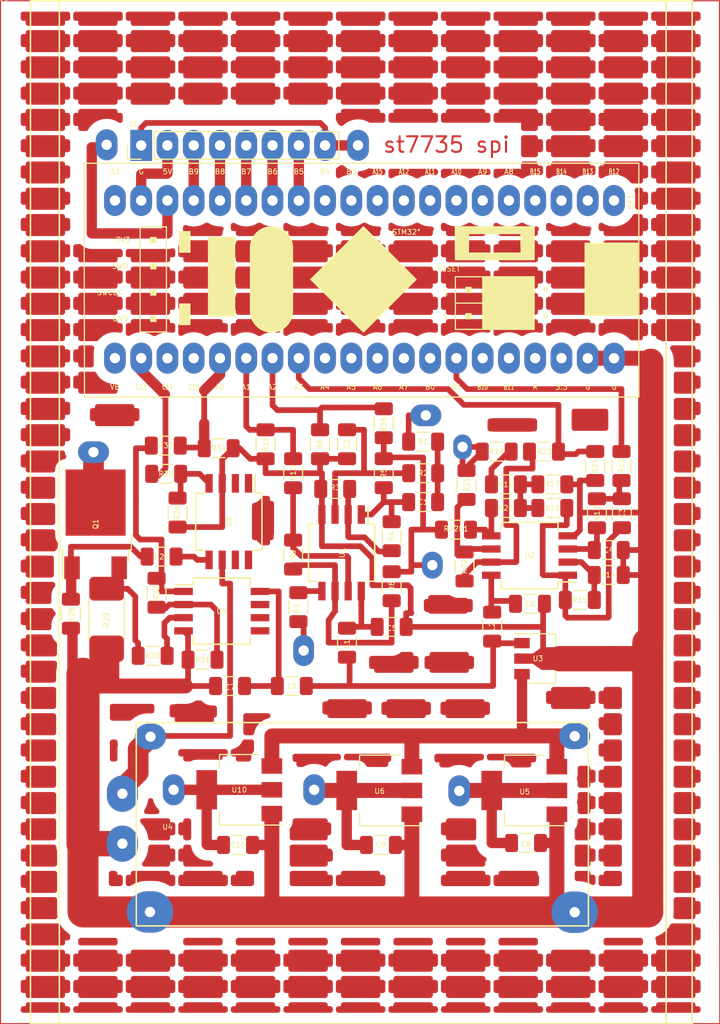
<source format=kicad_pcb>
(kicad_pcb (version 20171130) (host pcbnew 5.1.5+dfsg1-2build1)
  (layers (0 F.Cu signal) (31 B.Cu signal) (34 B.Paste user) (35 F.Paste user) (36 B.SilkS user) (37 F.SilkS user) (38 B.Mask user) (39 F.Mask user) (44 Edge.Cuts user))
  (net 0 "")
  (net 1 GND)
  (net 2 +3V3)
  (net 3 "Net-(C1-Pad1)")
  (net 4 "Net-(C1-Pad2)")
  (net 5 "Net-(C2-Pad2)")
  (net 6 "Net-(R3-Pad2)")
  (net 7 "Net-(R7-Pad2)")
  (net 8 "Net-(R8-Pad2)")
  (net 9 "Net-(R10-Pad1)")
  (net 10 "Net-(C3-Pad1)")
  (net 11 "Net-(C3-Pad2)")
  (net 12 "Net-(C4-Pad2)")
  (net 13 "Net-(Q1-Pad1)")
  (net 14 "Net-(Q1-Pad3)")
  (net 15 "Net-(R14-Pad2)")
  (net 16 "Net-(R16-Pad1)")
  (net 17 "Net-(R18-Pad1)")
  (net 18 "Net-(R20-Pad2)")
  (net 19 "Net-(R21-Pad2)")
  (net 20 "Net-(R22-Pad2)")
  (net 21 "Net-(R25-Pad2)")
  (net 22 "Net-(R27-Pad2)")
  (net 23 "Net-(R30-Pad1)")
  (net 24 "Net-(R31-Pad1)")
  (net 25 "Net-(R32-Pad1)")
  (net 26 "Net-(U8-Pad1)")
  (net 27 "Net-(U8-Pad2)")
  (net 28 "Net-(U8-Pad7)")
  (net 29 "Net-(U8-Pad8)")
  (net 30 +12V)
  (net 31 "Net-(BP1-Pad20)")
  (net 32 "Net-(BP1-Pad21)")
  (net 33 "Net-(BP1-Pad19)")
  (net 34 "Net-(BP1-Pad22)")
  (net 35 "Net-(BP1-Pad23)")
  (net 36 "Net-(BP1-Pad17)")
  (net 37 "Net-(BP1-Pad24)")
  (net 38 "Net-(BP1-Pad16)")
  (net 39 "Net-(BP1-Pad25)")
  (net 40 "Net-(BP1-Pad15)")
  (net 41 "Net-(BP1-Pad26)")
  (net 42 "Net-(BP1-Pad14)")
  (net 43 "Net-(BP1-Pad27)")
  (net 44 "Net-(BP1-Pad13)")
  (net 45 "Net-(BP1-Pad28)")
  (net 46 "Net-(BP1-Pad12)")
  (net 47 "Net-(BP1-Pad29)")
  (net 48 "Net-(BP1-Pad11)")
  (net 49 "Net-(BP1-Pad30)")
  (net 50 "Net-(BP1-Pad10)")
  (net 51 "Net-(BP1-Pad31)")
  (net 52 "Net-(BP1-Pad9)")
  (net 53 "Net-(BP1-Pad32)")
  (net 54 "Net-(BP1-Pad8)")
  (net 55 "Net-(BP1-Pad33)")
  (net 56 "Net-(BP1-Pad7)")
  (net 57 "Net-(BP1-Pad34)")
  (net 58 "Net-(BP1-Pad6)")
  (net 59 "Net-(BP1-Pad35)")
  (net 60 "Net-(BP1-Pad5)")
  (net 61 "Net-(BP1-Pad36)")
  (net 62 "Net-(BP1-Pad4)")
  (net 63 "Net-(BP1-Pad37)")
  (net 64 "Net-(BP1-Pad3)")
  (net 65 "Net-(BP1-Pad38)")
  (net 66 "Net-(BP1-Pad2)")
  (net 67 "Net-(BP1-Pad1)")
  (net 68 "Net-(C6-Pad2)")
  (net 69 "Net-(C5-Pad2)")
  (net 70 "Net-(C7-Pad2)")
  (net 71 "Net-(LSU1-Pad1)")
  (net 72 "Net-(LSU1-Pad2)")
  (net 73 "Net-(LSU1-Pad3)")
  (net 74 "Net-(LSU1-Pad5)")
  (net 75 +5V)
  (net 76 +7.5V)
  (net 77 +5P)
  (net 78 +2V5)
  (module DCDC:lm2596-hw-411 (layer F.Cu) (at 121.9454 117.729)
    (fp_text reference U4 (at 0.0254 0.0381) (layer F.SilkS) (effects (font (size 0.5 0.5) (thickness 0.075))))
    (fp_text value lm2596-hw-411)
    (pad 4 thru_hole oval (at 39.3954 8.2804) (size 4.5 4) (drill 1) (layers *.Cu *.Mask) (net 1 GND))
    (pad 3 thru_hole oval (at 39.3954 -8.7376) (size 3 2.5) (drill 1) (layers *.Cu *.Mask) (net 76 +7.5V))
    (pad 2 thru_hole oval (at -1.6764 8.255) (size 4.5 4) (drill 1) (layers *.Cu *.Mask) (net 1 GND))
    (pad 1 thru_hole oval (at -1.6256 -8.6868) (size 3 2.5) (drill 1) (layers *.Cu *.Mask) (net 30 +12V))
  )
  (module MountingHole:MountingHole_2.2mm_M2_DIN965_Pad (layer F.Cu) (at 117.602 119.38)
    (fp_text reference J2 (at 0.0508 -0.0508 -90) (layer F.SilkS) (effects (font (size 0.5 0.5) (thickness 0.075))))
    (fp_text value Conn_01x01_Female)
    (pad "" thru_hole oval (at 0 0) (size 3 3.5) (drill 1) (layers *.Cu *.Mask) (net 1 GND))
  )
  (module MountingHole:MountingHole_2.2mm_M2_DIN965_Pad (layer F.Cu) (at 117.602 114.554)
    (fp_text reference J2 (at 0.0508 -0.0508 270) (layer F.SilkS) (effects (font (size 0.5 0.5) (thickness 0.075))))
    (fp_text value Conn_01x01_Female)
    (pad "" thru_hole oval (at 0 0) (size 3 3.5) (drill 1) (layers *.Cu *.Mask) (net 30 +12V))
  )
  (module MountingHole:MountingHole_2.2mm_M2_DIN965_Pad (layer F.Cu) (at 146.939 77.978 90)
    (fp_text reference J2 (at 0.0508 0 90) (layer F.SilkS) (effects (font (size 0.5 0.5) (thickness 0.075))))
    (fp_text value Conn_01x01_Female)
    (pad "" thru_hole oval (at 0 0 90) (size 2.1 3) (drill 1) (layers *.Cu *.Mask) (net 78 +2V5))
  )
  (module MountingHole:MountingHole_2.2mm_M2_DIN965_Pad (layer F.Cu) (at 122.555 114.173)
    (fp_text reference J2 (at 0.0508 0) (layer F.SilkS) (effects (font (size 0.5 0.5) (thickness 0.075))))
    (fp_text value Conn_01x01_Female)
    (pad "" thru_hole oval (at 0 0) (size 2.1 3) (drill 1) (layers *.Cu *.Mask) (net 78 +2V5))
  )
  (module Resistor_SMD:R_1206_3216Metric (layer F.Cu) (at 149.86 89.027 180)
    (fp_text reference R22b1 (at 0 0.092999) (layer F.SilkS) (effects (font (size 0.5 0.5) (thickness 0.075))))
    (fp_text value 100k*)
    (pad 1 smd roundrect (at -1.4 0 180) (size 1.25 1.75) (layers F.Cu F.Paste F.Mask) (roundrect_rratio 0.2) (net 18 "Net-(R20-Pad2)"))
    (pad 2 smd roundrect (at 1.4 0 180) (size 1.25 1.75) (layers F.Cu F.Paste F.Mask) (roundrect_rratio 0.2) (net 73 "Net-(LSU1-Pad3)"))
  )
  (module Resistor_SMD:R_1206_3216Metric (layer F.Cu) (at 142.875 78.737 90)
    (fp_text reference R36 (at -0.127 0 90) (layer F.SilkS) (effects (font (size 0.5 0.5) (thickness 0.075))))
    (fp_text value 3k3)
    (pad 1 smd roundrect (at -1.4 0 90) (size 1.25 1.75) (layers F.Cu F.Paste F.Mask) (roundrect_rratio 0.2) (net 73 "Net-(LSU1-Pad3)"))
    (pad 2 smd roundrect (at 1.4 0 90) (size 1.25 1.75) (layers F.Cu F.Paste F.Mask) (roundrect_rratio 0.2) (net 43 "Net-(BP1-Pad27)"))
  )
  (module Resistor_SMD:R_1206_3216Metric (layer F.Cu) (at 112.6236 97.152 270)
    (fp_text reference R28 (at 0.0635 -0.0635 90) (layer F.SilkS) (effects (font (size 0.5 0.5) (thickness 0.075))))
    (fp_text value 22k)
    (pad 1 smd roundrect (at -1.4 0 270) (size 1.25 1.75) (layers F.Cu F.Paste F.Mask) (roundrect_rratio 0.2) (net 13 "Net-(Q1-Pad1)"))
    (pad 2 smd roundrect (at 1.4 0 270) (size 1.25 1.75) (layers F.Cu F.Paste F.Mask) (roundrect_rratio 0.2) (net 1 GND))
  )
  (module Resistor_SMD:R_1206_3216Metric (layer F.Cu) (at 142.5986 119.507 180)
    (fp_text reference C9 (at 0 0) (layer F.SilkS) (effects (font (size 0.5 0.5) (thickness 0.075))))
    (fp_text value 1uF)
    (pad 1 smd roundrect (at -1.4 0 180) (size 1.25 1.75) (layers F.Cu F.Paste F.Mask) (roundrect_rratio 0.2) (net 1 GND))
    (pad 2 smd roundrect (at 1.4 0 180) (size 1.25 1.75) (layers F.Cu F.Paste F.Mask) (roundrect_rratio 0.2) (net 75 +5V))
  )
  (module Resistor_SMD:R_1206_3216Metric (layer F.Cu) (at 156.6321 119.3165 180)
    (fp_text reference C8 (at 0.003 -0.127) (layer F.SilkS) (effects (font (size 0.5 0.5) (thickness 0.075))))
    (fp_text value 1uF)
    (pad 1 smd roundrect (at -1.4 0 180) (size 1.25 1.75) (layers F.Cu F.Paste F.Mask) (roundrect_rratio 0.2) (net 1 GND))
    (pad 2 smd roundrect (at 1.4 0 180) (size 1.25 1.75) (layers F.Cu F.Paste F.Mask) (roundrect_rratio 0.2) (net 2 +3V3))
  )
  (module Package_TO_SOT_SMD:SOT-223-3_TabPin2 (layer F.Cu) (at 142.4436 114.2365 180)
    (fp_text reference U6 (at -0.025 -0.0635) (layer F.SilkS) (effects (font (size 0.5 0.5) (thickness 0.075))))
    (fp_text value AMS1117-5.0)
    (pad 2 smd rect (at 3.15 0 180) (size 2 3.8) (layers F.Cu F.Paste F.Mask) (net 75 +5V))
    (pad 2 smd rect (at -3.15 0 180) (size 2 1.5) (layers F.Cu F.Paste F.Mask) (net 75 +5V))
    (pad 3 smd rect (at -3.15 2.3 180) (size 2 1.5) (layers F.Cu F.Paste F.Mask) (net 76 +7.5V))
    (pad 1 smd rect (at -3.15 -2.3 180) (size 2 1.5) (layers F.Cu F.Paste F.Mask) (net 1 GND))
  )
  (module Package_TO_SOT_SMD:SOT-223-3_TabPin2 (layer F.Cu) (at 156.4636 114.2365 180)
    (fp_text reference U5 (at -0.0385 -0.127) (layer F.SilkS) (effects (font (size 0.5 0.5) (thickness 0.075))))
    (fp_text value AMS1117-3.3)
    (pad 2 smd rect (at 3.15 0 180) (size 2 3.8) (layers F.Cu F.Paste F.Mask) (net 2 +3V3))
    (pad 2 smd rect (at -3.15 0 180) (size 2 1.5) (layers F.Cu F.Paste F.Mask) (net 2 +3V3))
    (pad 3 smd rect (at -3.15 2.3 180) (size 2 1.5) (layers F.Cu F.Paste F.Mask) (net 76 +7.5V))
    (pad 1 smd rect (at -3.15 -2.3 180) (size 2 1.5) (layers F.Cu F.Paste F.Mask) (net 1 GND))
  )
  (module Connector_PinHeader_2.54mm:PinHeader_1x08_P2.54mm_Vertical (layer F.Cu) (at 119.4181 51.8795 90)
    (fp_text reference J1 (at 2.0955 -0.8001 180) (layer F.SilkS) (effects (font (size 0.5 0.5) (thickness 0.075))))
    (fp_text value Conn_01x08_Male)
    (pad 1 thru_hole rect (at 0 0 90) (size 3 2.1) (drill 1) (layers *.Cu *.Mask) (net 2 +3V3))
    (pad 2 thru_hole oval (at 0 2.54 90) (size 3 2.1) (drill 1) (layers *.Cu *.Mask) (net 33 "Net-(BP1-Pad19)"))
    (pad 3 thru_hole oval (at 0 5.08 90) (size 3 2.1) (drill 1) (layers *.Cu *.Mask) (net 36 "Net-(BP1-Pad17)"))
    (pad 4 thru_hole oval (at 0 7.62 90) (size 3 2.1) (drill 1) (layers *.Cu *.Mask) (net 38 "Net-(BP1-Pad16)"))
    (pad 5 thru_hole oval (at 0 10.16 90) (size 3 2.1) (drill 1) (layers *.Cu *.Mask) (net 40 "Net-(BP1-Pad15)"))
    (pad 6 thru_hole oval (at 0 12.7 90) (size 3 2.1) (drill 1) (layers *.Cu *.Mask) (net 42 "Net-(BP1-Pad14)"))
    (pad 7 thru_hole oval (at 0 15.24 90) (size 3 2.1) (drill 1) (layers *.Cu *.Mask) (net 44 "Net-(BP1-Pad13)"))
    (pad 8 thru_hole oval (at 0 17.78 90) (size 3 2.1) (drill 1) (layers *.Cu *.Mask) (net 2 +3V3))
  )
  (module Package_TO_SOT_SMD:SOT-89-3 (layer F.Cu) (at 157.7213 101.49078)
    (fp_text reference U3 (at 0.0635 0) (layer F.SilkS) (effects (font (size 0.5 0.5) (thickness 0.075))))
    (fp_text value L78L05_SOT89)
    (pad 2 smd trapezoid (at 2.667 0 270) (size 1.6 0.85) (rect_delta 0 0.6) (layers F.Cu F.Paste F.Mask) (net 1 GND))
    (pad 1 smd rect (at -1.48 -1.5 270) (size 1 1.5) (layers F.Cu F.Paste F.Mask) (net 77 +5P))
    (pad 2 smd rect (at -1.3335 0 270) (size 1 1.8) (layers F.Cu F.Paste F.Mask) (net 1 GND))
    (pad 3 smd rect (at -1.48 1.5 270) (size 1 1.5) (layers F.Cu F.Paste F.Mask) (net 76 +7.5V))
    (pad 2 smd rect (at 1.3335 0 270) (size 2.2 1.84) (layers F.Cu F.Paste F.Mask) (net 1 GND))
    (pad 2 smd trapezoid (at -0.0762 0 90) (size 1.5 1) (rect_delta 0 0.7) (layers F.Cu F.Paste F.Mask) (net 1 GND))
  )
  (module Inductor_SMD:L_1206_3216Metric (layer F.Cu) (at 133.985 104.14 180)
    (fp_text reference L3 (at 0 0) (layer F.SilkS) (effects (font (size 0.5 0.5) (thickness 0.075))))
    (fp_text value 10uG)
    (pad 2 smd roundrect (at 1.4 0 180) (size 1.25 1.75) (layers F.Cu F.Paste F.Mask) (roundrect_rratio 0.2) (net 70 "Net-(C7-Pad2)"))
    (pad 1 smd roundrect (at -1.4 0 180) (size 1.25 1.75) (layers F.Cu F.Paste F.Mask) (roundrect_rratio 0.2) (net 77 +5P))
  )
  (module Inductor_SMD:L_1206_3216Metric (layer F.Cu) (at 153.35758 98.39914 90)
    (fp_text reference L2 (at 0 0 90) (layer F.SilkS) (effects (font (size 0.5 0.5) (thickness 0.075))))
    (fp_text value 10uG)
    (pad 1 smd roundrect (at -1.4 0 90) (size 1.25 1.75) (layers F.Cu F.Paste F.Mask) (roundrect_rratio 0.2) (net 77 +5P))
    (pad 2 smd roundrect (at 1.4 0 90) (size 1.25 1.75) (layers F.Cu F.Paste F.Mask) (roundrect_rratio 0.2) (net 68 "Net-(C6-Pad2)"))
  )
  (module Inductor_SMD:L_1206_3216Metric (layer F.Cu) (at 139.319 99.952 90)
    (fp_text reference L1 (at -0.124 0 90) (layer F.SilkS) (effects (font (size 0.5 0.5) (thickness 0.075))))
    (fp_text value 10uG)
    (pad 2 smd roundrect (at 1.4 0 90) (size 1.25 1.75) (layers F.Cu F.Paste F.Mask) (roundrect_rratio 0.2) (net 69 "Net-(C5-Pad2)"))
    (pad 1 smd roundrect (at -1.4 0 90) (size 1.25 1.75) (layers F.Cu F.Paste F.Mask) (roundrect_rratio 0.2) (net 77 +5P))
  )
  (module Package_SO:SO-8_5.3x6.2mm_P1.27mm (layer F.Cu) (at 138.7983 91.2622 270)
    (fp_text reference U1 (at -0.0127 -0.0508 90) (layer F.SilkS) (effects (font (size 0.5 0.5) (thickness 0.075))))
    (fp_text value MCP602)
    (pad 1 smd rect (at -3.7 -1.905 270) (size 1.8 0.7) (layers F.Cu F.Paste F.Mask) (net 3 "Net-(C1-Pad1)"))
    (pad 2 smd rect (at -3.7 -0.635 270) (size 1.8 0.7) (layers F.Cu F.Paste F.Mask) (net 6 "Net-(R3-Pad2)"))
    (pad 3 smd rect (at -3.7 0.635 270) (size 1.8 0.7) (layers F.Cu F.Paste F.Mask) (net 5 "Net-(C2-Pad2)"))
    (pad 4 smd rect (at -3.7 1.905 270) (size 1.8 0.7) (layers F.Cu F.Paste F.Mask) (net 1 GND))
    (pad 5 smd rect (at 3.7 1.905 270) (size 1.8 0.7) (layers F.Cu F.Paste F.Mask) (net 7 "Net-(R7-Pad2)"))
    (pad 6 smd rect (at 3.7 0.635 270) (size 1.8 0.7) (layers F.Cu F.Paste F.Mask) (net 8 "Net-(R8-Pad2)"))
    (pad 7 smd rect (at 3.7 -0.635 270) (size 1.8 0.7) (layers F.Cu F.Paste F.Mask) (net 9 "Net-(R10-Pad1)"))
    (pad 8 smd rect (at 3.7 -1.905 270) (size 1.8 0.7) (layers F.Cu F.Paste F.Mask) (net 69 "Net-(C5-Pad2)"))
  )
  (module Package_SO:SO-8_5.3x6.2mm_P1.27mm (layer F.Cu) (at 127.2116 96.901)
    (fp_text reference U9 (at 0 0) (layer F.SilkS) (effects (font (size 0.5 0.5) (thickness 0.075))))
    (fp_text value MCP602)
    (pad 1 smd rect (at -3.7 -1.905) (size 1.8 0.7) (layers F.Cu F.Paste F.Mask) (net 25 "Net-(R32-Pad1)"))
    (pad 2 smd rect (at -3.7 -0.635) (size 1.8 0.7) (layers F.Cu F.Paste F.Mask) (net 24 "Net-(R31-Pad1)"))
    (pad 3 smd rect (at -3.7 0.635) (size 1.8 0.7) (layers F.Cu F.Paste F.Mask) (net 23 "Net-(R30-Pad1)"))
    (pad 4 smd rect (at -3.7 1.905) (size 1.8 0.7) (layers F.Cu F.Paste F.Mask) (net 1 GND))
    (pad 5 smd rect (at 3.7 1.905) (size 1.8 0.7) (layers F.Cu F.Paste F.Mask))
    (pad 6 smd rect (at 3.7 0.635) (size 1.8 0.7) (layers F.Cu F.Paste F.Mask))
    (pad 7 smd rect (at 3.7 -0.635) (size 1.8 0.7) (layers F.Cu F.Paste F.Mask))
    (pad 8 smd rect (at 3.7 -1.905) (size 1.8 0.7) (layers F.Cu F.Paste F.Mask) (net 70 "Net-(C7-Pad2)"))
  )
  (module Module:YAAJ_BluePill (layer F.Cu) (at 165.1381 57.20588 180)
    (fp_text reference BP1 (at -1.651 -0.127 270) (layer F.SilkS) (effects (font (size 0.5 0.5) (thickness 0.075))))
    (fp_text value BluePill_1 hide)
    (fp_text user G (at 0 -18.034) (layer F.SilkS) (effects (font (size 0.5 0.5) (thickness 0.075))))
    (fp_text user G (at 2.54 -18.034) (layer F.SilkS) (effects (font (size 0.5 0.5) (thickness 0.075))))
    (fp_text user 3.3 (at 5.08 -18.034) (layer F.SilkS) (effects (font (size 0.5 0.5) (thickness 0.075))))
    (fp_text user R (at 7.62 -18.034) (layer F.SilkS) (effects (font (size 0.5 0.5) (thickness 0.075))))
    (fp_text user B11 (at 10.16 -18.034) (layer F.SilkS) (effects (font (size 0.5 0.35) (thickness 0.075))))
    (fp_text user B10 (at 12.7 -18.034) (layer F.SilkS) (effects (font (size 0.5 0.35) (thickness 0.075))))
    (fp_text user B1 (at 15.24 -18.034) (layer F.SilkS) (effects (font (size 0.5 0.5) (thickness 0.075))))
    (fp_text user B0 (at 17.78 -18.034) (layer F.SilkS) (effects (font (size 0.5 0.5) (thickness 0.075))))
    (fp_text user A7 (at 20.32 -18.034) (layer F.SilkS) (effects (font (size 0.5 0.5) (thickness 0.075))))
    (fp_text user A6 (at 22.86 -18.034) (layer F.SilkS) (effects (font (size 0.5 0.5) (thickness 0.075))))
    (fp_text user A5 (at 25.4 -18.034) (layer F.SilkS) (effects (font (size 0.5 0.5) (thickness 0.075))))
    (fp_text user A4 (at 27.94 -18.034) (layer F.SilkS) (effects (font (size 0.5 0.5) (thickness 0.075))))
    (fp_text user A3 (at 30.48 -18.034) (layer F.SilkS) (effects (font (size 0.5 0.5) (thickness 0.075))))
    (fp_text user A2 (at 33.02 -18.034) (layer F.SilkS) (effects (font (size 0.5 0.5) (thickness 0.075))))
    (fp_text user A1 (at 35.56 -18.034) (layer F.SilkS) (effects (font (size 0.5 0.5) (thickness 0.075))))
    (fp_text user A0 (at 38.1 -18.034) (layer F.SilkS) (effects (font (size 0.5 0.5) (thickness 0.075))))
    (fp_text user C15 (at 40.64 -18.034) (layer F.SilkS) (effects (font (size 0.5 0.35) (thickness 0.075))))
    (fp_text user C14 (at 43.18 -18.034) (layer F.SilkS) (effects (font (size 0.5 0.35) (thickness 0.075))))
    (fp_text user C13 (at 45.72 -18.034) (layer F.SilkS) (effects (font (size 0.5 0.35) (thickness 0.075))))
    (fp_text user VB (at 48.26 -18.034) (layer F.SilkS) (effects (font (size 0.5 0.5) (thickness 0.075))))
    (fp_text user B12 (at 0 2.794) (layer F.SilkS) (effects (font (size 0.5 0.35) (thickness 0.075))))
    (fp_text user B13 (at 2.54 2.794) (layer F.SilkS) (effects (font (size 0.5 0.35) (thickness 0.075))))
    (fp_text user B14 (at 5.08 2.794) (layer F.SilkS) (effects (font (size 0.5 0.35) (thickness 0.075))))
    (fp_text user B15 (at 7.62 2.794) (layer F.SilkS) (effects (font (size 0.5 0.35) (thickness 0.075))))
    (fp_text user A8 (at 10.16 2.794) (layer F.SilkS) (effects (font (size 0.5 0.5) (thickness 0.075))))
    (fp_text user A9 (at 12.7 2.794) (layer F.SilkS) (effects (font (size 0.5 0.5) (thickness 0.075))))
    (fp_text user A10 (at 15.24 2.794) (layer F.SilkS) (effects (font (size 0.5 0.35) (thickness 0.075))))
    (fp_text user A11 (at 17.78 2.794) (layer F.SilkS) (effects (font (size 0.5 0.35) (thickness 0.075))))
    (fp_text user A12 (at 20.32 2.794) (layer F.SilkS) (effects (font (size 0.5 0.35) (thickness 0.075))))
    (fp_text user A15 (at 22.86 2.794) (layer F.SilkS) (effects (font (size 0.5 0.35) (thickness 0.075))))
    (fp_text user B3 (at 25.4 2.794) (layer F.SilkS) (effects (font (size 0.5 0.5) (thickness 0.075))))
    (fp_text user B4 (at 27.94 2.794) (layer F.SilkS) (effects (font (size 0.5 0.5) (thickness 0.075))))
    (fp_text user B5 (at 30.48 2.794) (layer F.SilkS) (effects (font (size 0.5 0.5) (thickness 0.075))))
    (fp_text user B6 (at 33.02 2.794) (layer F.SilkS) (effects (font (size 0.5 0.5) (thickness 0.075))))
    (fp_text user B7 (at 35.56 2.794) (layer F.SilkS) (effects (font (size 0.5 0.5) (thickness 0.075))))
    (fp_text user B8 (at 38.1 2.794) (layer F.SilkS) (effects (font (size 0.5 0.5) (thickness 0.075))))
    (fp_text user B9 (at 40.64 2.794) (layer F.SilkS) (effects (font (size 0.5 0.5) (thickness 0.075))))
    (fp_text user 5V (at 43.18 2.794) (layer F.SilkS) (effects (font (size 0.5 0.5) (thickness 0.075))))
    (fp_text user 3.3 (at 48.26 2.794) (layer F.SilkS) (effects (font (size 0.5 0.35) (thickness 0.075))))
    (fp_text user G (at 45.72 2.794) (layer F.SilkS) (effects (font (size 0.5 0.5) (thickness 0.075))))
    (fp_text user 0 (at 6.604 -11.176) (layer F.SilkS) (effects (font (size 0.5 0.5) (thickness 0.075))))
    (fp_text user 0 (at 6.604 -8.636) (layer F.SilkS) (effects (font (size 0.5 0.5) (thickness 0.075))))
    (fp_text user 1 (at 16.256 -11.176) (layer F.SilkS) (effects (font (size 0.5 0.5) (thickness 0.075))))
    (fp_text user 1 (at 16.256 -8.89) (layer F.SilkS) (effects (font (size 0.5 0.5) (thickness 0.075))))
    (fp_text user RESET (at 16.002 -6.604) (layer F.SilkS) (effects (font (size 0.5 0.5) (thickness 0.075))))
    (fp_text user STM32° (at 20.066 -3.048) (layer F.SilkS) (effects (font (size 0.5 0.5) (thickness 0.075))))
    (fp_text user GND (at 47.752 -11.43) (layer F.SilkS) (effects (font (size 0.5 0.5) (thickness 0.075))))
    (fp_text user SWCLK (at 48.768 -8.89) (layer F.SilkS) (effects (font (size 0.5 0.5) (thickness 0.075))))
    (fp_text user SWO (at 47.752 -6.35) (layer F.SilkS) (effects (font (size 0.5 0.5) (thickness 0.075))))
    (fp_text user 3V3 (at 47.498 -3.81) (layer F.SilkS) (effects (font (size 0.5 0.5) (thickness 0.075))))
    (pad 20 thru_hole oval (at 48.26 0 180) (size 2.1 3) (drill 1) (layers *.Cu *.Mask) (net 31 "Net-(BP1-Pad20)"))
    (pad 21 thru_hole oval (at 48.26 -15.24 180) (size 2.1 3) (drill 1) (layers *.Cu *.Mask) (net 32 "Net-(BP1-Pad21)"))
    (pad 19 thru_hole oval (at 45.72 0 180) (size 2.1 3) (drill 1) (layers *.Cu *.Mask) (net 33 "Net-(BP1-Pad19)"))
    (pad 22 thru_hole oval (at 45.72 -15.24 180) (size 2.1 3) (drill 1) (layers *.Cu *.Mask) (net 34 "Net-(BP1-Pad22)"))
    (pad 18 thru_hole oval (at 43.18 0 180) (size 2.1 3) (drill 1) (layers *.Cu *.Mask) (net 75 +5V))
    (pad 23 thru_hole oval (at 43.18 -15.24762 180) (size 2.1 3) (drill 1) (layers *.Cu *.Mask) (net 35 "Net-(BP1-Pad23)"))
    (pad 17 thru_hole oval (at 40.64 0 180) (size 2.1 3) (drill 1) (layers *.Cu *.Mask) (net 36 "Net-(BP1-Pad17)"))
    (pad 24 thru_hole oval (at 40.64 -15.24 180) (size 2.1 3) (drill 1) (layers *.Cu *.Mask) (net 37 "Net-(BP1-Pad24)"))
    (pad 16 thru_hole oval (at 38.1 0 180) (size 2.1 3) (drill 1) (layers *.Cu *.Mask) (net 38 "Net-(BP1-Pad16)"))
    (pad 25 thru_hole oval (at 38.1 -15.24 180) (size 2.1 3) (drill 1) (layers *.Cu *.Mask) (net 39 "Net-(BP1-Pad25)"))
    (pad 15 thru_hole oval (at 35.56 0 180) (size 2.1 3) (drill 1) (layers *.Cu *.Mask) (net 40 "Net-(BP1-Pad15)"))
    (pad 26 thru_hole oval (at 35.56 -15.24 180) (size 2.1 3) (drill 1) (layers *.Cu *.Mask) (net 41 "Net-(BP1-Pad26)"))
    (pad 14 thru_hole oval (at 33.02 0 180) (size 2.1 3) (drill 1) (layers *.Cu *.Mask) (net 42 "Net-(BP1-Pad14)"))
    (pad 27 thru_hole oval (at 33.02 -15.24 180) (size 2.1 3) (drill 1) (layers *.Cu *.Mask) (net 43 "Net-(BP1-Pad27)"))
    (pad 13 thru_hole oval (at 30.48 -0.00762 180) (size 2.1 3) (drill 1) (layers *.Cu *.Mask) (net 44 "Net-(BP1-Pad13)"))
    (pad 28 thru_hole oval (at 30.48 -15.24 180) (size 2.1 3) (drill 1) (layers *.Cu *.Mask) (net 45 "Net-(BP1-Pad28)"))
    (pad 12 thru_hole oval (at 27.94 0 180) (size 2.1 3) (drill 1) (layers *.Cu *.Mask) (net 46 "Net-(BP1-Pad12)"))
    (pad 29 thru_hole oval (at 27.94 -15.24 180) (size 2.1 3) (drill 1) (layers *.Cu *.Mask) (net 47 "Net-(BP1-Pad29)"))
    (pad 11 thru_hole oval (at 25.4 0 180) (size 2.1 3) (drill 1) (layers *.Cu *.Mask) (net 48 "Net-(BP1-Pad11)"))
    (pad 30 thru_hole oval (at 25.4 -15.24 180) (size 2.1 3) (drill 1) (layers *.Cu *.Mask) (net 49 "Net-(BP1-Pad30)"))
    (pad 10 thru_hole oval (at 22.86 0 180) (size 2.1 3) (drill 1) (layers *.Cu *.Mask) (net 50 "Net-(BP1-Pad10)"))
    (pad 31 thru_hole oval (at 22.86 -15.24 180) (size 2.1 3) (drill 1) (layers *.Cu *.Mask) (net 51 "Net-(BP1-Pad31)"))
    (pad 9 thru_hole oval (at 20.32 0 180) (size 2.1 3) (drill 1) (layers *.Cu *.Mask) (net 52 "Net-(BP1-Pad9)"))
    (pad 32 thru_hole oval (at 20.32 -15.24762 180) (size 2.1 3) (drill 1) (layers *.Cu *.Mask) (net 53 "Net-(BP1-Pad32)"))
    (pad 8 thru_hole oval (at 17.78 0 180) (size 2.1 3) (drill 1) (layers *.Cu *.Mask) (net 54 "Net-(BP1-Pad8)"))
    (pad 33 thru_hole oval (at 17.78 -15.24 180) (size 2.1 3) (drill 1) (layers *.Cu *.Mask) (net 55 "Net-(BP1-Pad33)"))
    (pad 7 thru_hole oval (at 15.24 0 180) (size 2.1 3) (drill 1) (layers *.Cu *.Mask) (net 56 "Net-(BP1-Pad7)"))
    (pad 34 thru_hole oval (at 15.24 -15.24 180) (size 2.1 3) (drill 1) (layers *.Cu *.Mask) (net 57 "Net-(BP1-Pad34)"))
    (pad 6 thru_hole oval (at 12.7 0 180) (size 2.1 3) (drill 1) (layers *.Cu *.Mask) (net 58 "Net-(BP1-Pad6)"))
    (pad 35 thru_hole oval (at 12.7 -15.24 180) (size 2.1 3) (drill 1) (layers *.Cu *.Mask) (net 59 "Net-(BP1-Pad35)"))
    (pad 5 thru_hole oval (at 10.16 0 180) (size 2.1 3) (drill 1) (layers *.Cu *.Mask) (net 60 "Net-(BP1-Pad5)"))
    (pad 36 thru_hole oval (at 10.16 -15.24 180) (size 2.1 3) (drill 1) (layers *.Cu *.Mask) (net 61 "Net-(BP1-Pad36)"))
    (pad 4 thru_hole oval (at 7.62 0 180) (size 2.1 3) (drill 1) (layers *.Cu *.Mask) (net 62 "Net-(BP1-Pad4)"))
    (pad 37 thru_hole oval (at 7.62 -15.24 180) (size 2.1 3) (drill 1) (layers *.Cu *.Mask) (net 63 "Net-(BP1-Pad37)"))
    (pad 3 thru_hole oval (at 5.08 -0.00762 180) (size 2.1 3) (drill 1) (layers *.Cu *.Mask) (net 64 "Net-(BP1-Pad3)"))
    (pad 38 thru_hole oval (at 5.08 -15.24 180) (size 2.1 3) (drill 1) (layers *.Cu *.Mask) (net 65 "Net-(BP1-Pad38)"))
    (pad 2 thru_hole oval (at 2.54 0 180) (size 2.1 3) (drill 1) (layers *.Cu *.Mask) (net 66 "Net-(BP1-Pad2)"))
    (pad 39 thru_hole oval (at 2.54 -15.24762 180) (size 2.1 3) (drill 1) (layers *.Cu *.Mask) (net 1 GND))
    (pad 1 thru_hole oval (at 0 0 180) (size 2.1 3) (drill 1) (layers *.Cu *.Mask) (net 67 "Net-(BP1-Pad1)"))
    (pad 40 thru_hole oval (at 0 -15.24762 180) (size 2.1 3) (drill 1) (layers *.Cu *.Mask) (net 1 GND))
  )
  (module Resistor_SMD:R_1206_3216Metric (layer F.Cu) (at 128.013 104.14)
    (fp_text reference C7 (at -0.003 0.127) (layer F.SilkS) (effects (font (size 0.5 0.5) (thickness 0.075))))
    (fp_text value 1uF)
    (pad 1 smd roundrect (at -1.4 0) (size 1.25 1.75) (layers F.Cu F.Paste F.Mask) (roundrect_rratio 0.2) (net 1 GND))
    (pad 2 smd roundrect (at 1.4 0) (size 1.25 1.75) (layers F.Cu F.Paste F.Mask) (roundrect_rratio 0.2) (net 70 "Net-(C7-Pad2)"))
  )
  (module Resistor_SMD:R_1206_3216Metric (layer F.Cu) (at 157.0131 96.19234 180)
    (fp_text reference C6 (at 0 0) (layer F.SilkS) (effects (font (size 0.5 0.5) (thickness 0.075))))
    (fp_text value 1uF)
    (pad 1 smd roundrect (at -1.4 0 180) (size 1.25 1.75) (layers F.Cu F.Paste F.Mask) (roundrect_rratio 0.2) (net 1 GND))
    (pad 2 smd roundrect (at 1.4 0 180) (size 1.25 1.75) (layers F.Cu F.Paste F.Mask) (roundrect_rratio 0.2) (net 68 "Net-(C6-Pad2)"))
  )
  (module Resistor_SMD:R_1206_3216Metric (layer F.Cu) (at 143.64 98.425 180)
    (fp_text reference C5 (at -0.003 -0.127) (layer F.SilkS) (effects (font (size 0.5 0.5) (thickness 0.075))))
    (fp_text value 1uF)
    (pad 2 smd roundrect (at 1.4 0 180) (size 1.25 1.75) (layers F.Cu F.Paste F.Mask) (roundrect_rratio 0.2) (net 69 "Net-(C5-Pad2)"))
    (pad 1 smd roundrect (at -1.4 0 180) (size 1.25 1.75) (layers F.Cu F.Paste F.Mask) (roundrect_rratio 0.2) (net 1 GND))
  )
  (module Resistor_SMD:R_1206_3216Metric (layer F.Cu) (at 126.9141 81.153 180)
    (fp_text reference R34 (at 0 0) (layer F.SilkS) (effects (font (size 0.5 0.5) (thickness 0.075))))
    (fp_text value 6k8)
    (pad 1 smd roundrect (at -1.4 0 180) (size 1.25 1.75) (layers F.Cu F.Paste F.Mask) (roundrect_rratio 0.2) (net 1 GND))
    (pad 2 smd roundrect (at 1.4 0 180) (size 1.25 1.75) (layers F.Cu F.Paste F.Mask) (roundrect_rratio 0.2) (net 39 "Net-(BP1-Pad25)"))
  )
  (module Resistor_SMD:R_1206_3216Metric (layer F.Cu) (at 121.796 80.899 180)
    (fp_text reference R33 (at -0.003 0) (layer F.SilkS) (effects (font (size 0.5 0.5) (thickness 0.075))))
    (fp_text value 3k3)
    (pad 2 smd roundrect (at 1.4 0 180) (size 1.25 1.75) (layers F.Cu F.Paste F.Mask) (roundrect_rratio 0.2) (net 25 "Net-(R32-Pad1)"))
    (pad 1 smd roundrect (at -1.4 0 180) (size 1.25 1.75) (layers F.Cu F.Paste F.Mask) (roundrect_rratio 0.2) (net 39 "Net-(BP1-Pad25)"))
  )
  (module Resistor_SMD:R_1206_3216Metric (layer F.Cu) (at 120.904 95.126 270)
    (fp_text reference R32 (at 0 0 90) (layer F.SilkS) (effects (font (size 0.5 0.5) (thickness 0.075))))
    (fp_text value 47k)
    (pad 1 smd roundrect (at -1.4 0 270) (size 1.25 1.75) (layers F.Cu F.Paste F.Mask) (roundrect_rratio 0.2) (net 25 "Net-(R32-Pad1)"))
    (pad 2 smd roundrect (at 1.4 0 270) (size 1.25 1.75) (layers F.Cu F.Paste F.Mask) (roundrect_rratio 0.2) (net 24 "Net-(R31-Pad1)"))
  )
  (module Resistor_SMD:R_1206_3216Metric (layer F.Cu) (at 125.352 101.6 180)
    (fp_text reference R31 (at 0 -0.0127) (layer F.SilkS) (effects (font (size 0.5 0.5) (thickness 0.075))))
    (fp_text value 1k*)
    (pad 2 smd roundrect (at 1.4 0 180) (size 1.25 1.75) (layers F.Cu F.Paste F.Mask) (roundrect_rratio 0.2) (net 1 GND))
    (pad 1 smd roundrect (at -1.4 0 180) (size 1.25 1.75) (layers F.Cu F.Paste F.Mask) (roundrect_rratio 0.2) (net 24 "Net-(R31-Pad1)"))
  )
  (module Resistor_SMD:R_1206_3216Metric (layer F.Cu) (at 120.526 101.219 180)
    (fp_text reference R30 (at -0.004201 -0.006201) (layer F.SilkS) (effects (font (size 0.5 0.5) (thickness 0.075))))
    (fp_text value 1k)
    (pad 1 smd roundrect (at -1.4 0 180) (size 1.25 1.75) (layers F.Cu F.Paste F.Mask) (roundrect_rratio 0.2) (net 23 "Net-(R30-Pad1)"))
    (pad 2 smd roundrect (at 1.4 0 180) (size 1.25 1.75) (layers F.Cu F.Paste F.Mask) (roundrect_rratio 0.2) (net 14 "Net-(Q1-Pad3)"))
  )
  (module Resistor_SMD:R_2512_6332Metric (layer F.Cu) (at 116.078 97.6332 270)
    (fp_text reference R29 (at 0.127 0 90) (layer F.SilkS) (effects (font (size 0.5 0.5) (thickness 0.075))))
    (fp_text value 0.01R)
    (pad 1 smd roundrect (at -2.9 0 270) (size 2.3 3.35) (layers F.Cu F.Paste F.Mask) (roundrect_rratio 0.185) (net 14 "Net-(Q1-Pad3)"))
    (pad 2 smd roundrect (at 2.9 0 270) (size 2.54 3.35) (layers F.Cu F.Paste F.Mask) (roundrect_rratio 0.185) (net 1 GND))
  )
  (module Resistor_SMD:R_1206_3216Metric (layer F.Cu) (at 121.3896 91.6305)
    (fp_text reference R27 (at 0 0.0097) (layer F.SilkS) (effects (font (size 0.5 0.5) (thickness 0.075))))
    (fp_text value 0.1K)
    (pad 1 smd roundrect (at -1.4 0) (size 1.25 1.75) (layers F.Cu F.Paste F.Mask) (roundrect_rratio 0.2) (net 13 "Net-(Q1-Pad1)"))
    (pad 2 smd roundrect (at 1.4 0) (size 1.25 1.75) (layers F.Cu F.Paste F.Mask) (roundrect_rratio 0.2) (net 22 "Net-(R27-Pad2)"))
  )
  (module Resistor_SMD:R_1206_3216Metric (layer F.Cu) (at 122.936 87.373 270)
    (fp_text reference R26 (at 0 0.0127 90) (layer F.SilkS) (effects (font (size 0.5 0.5) (thickness 0.075))))
    (fp_text value 22k)
    (pad 2 smd roundrect (at 1.4 0 270) (size 1.25 1.75) (layers F.Cu F.Paste F.Mask) (roundrect_rratio 0.2) (net 1 GND))
    (pad 1 smd roundrect (at -1.4 0 270) (size 1.25 1.75) (layers F.Cu F.Paste F.Mask) (roundrect_rratio 0.2) (net 21 "Net-(R25-Pad2)"))
  )
  (module Resistor_SMD:R_1206_3216Metric (layer F.Cu) (at 121.8341 83.6295)
    (fp_text reference R25 (at -0.0097 0) (layer F.SilkS) (effects (font (size 0.5 0.5) (thickness 0.075))))
    (fp_text value 1K)
    (pad 1 smd roundrect (at -1.4 0) (size 1.25 1.75) (layers F.Cu F.Paste F.Mask) (roundrect_rratio 0.2) (net 34 "Net-(BP1-Pad22)"))
    (pad 2 smd roundrect (at 1.4 0) (size 1.25 1.75) (layers F.Cu F.Paste F.Mask) (roundrect_rratio 0.2) (net 21 "Net-(R25-Pad2)"))
  )
  (module Package_SO:SO-8_5.3x6.2mm_P1.27mm (layer F.Cu) (at 156.972 91.5289 180)
    (fp_text reference U2 (at -0.003601 0.001999) (layer F.SilkS) (effects (font (size 0.5 0.5) (thickness 0.075))))
    (fp_text value MCP602)
    (pad 8 smd rect (at 3.7 -1.905 180) (size 1.8 0.7) (layers F.Cu F.Paste F.Mask) (net 68 "Net-(C6-Pad2)"))
    (pad 7 smd rect (at 3.7 -0.635 180) (size 1.8 0.7) (layers F.Cu F.Paste F.Mask) (net 20 "Net-(R22-Pad2)"))
    (pad 6 smd rect (at 3.7 0.635 180) (size 1.8 0.7) (layers F.Cu F.Paste F.Mask) (net 19 "Net-(R21-Pad2)"))
    (pad 5 smd rect (at 3.7 1.905 180) (size 1.8 0.7) (layers F.Cu F.Paste F.Mask) (net 18 "Net-(R20-Pad2)"))
    (pad 4 smd rect (at -3.7 1.905 180) (size 1.8 0.7) (layers F.Cu F.Paste F.Mask) (net 1 GND))
    (pad 3 smd rect (at -3.7 0.635 180) (size 1.8 0.7) (layers F.Cu F.Paste F.Mask) (net 12 "Net-(C4-Pad2)"))
    (pad 2 smd rect (at -3.7 -0.635 180) (size 1.8 0.7) (layers F.Cu F.Paste F.Mask) (net 15 "Net-(R14-Pad2)"))
    (pad 1 smd rect (at -3.7 -1.905 180) (size 1.8 0.7) (layers F.Cu F.Paste F.Mask) (net 10 "Net-(C3-Pad1)"))
  )
  (module Resistor_SMD:R_1206_3216Metric (layer F.Cu) (at 163.322 82.8705 270)
    (fp_text reference R24 (at 0 0 90) (layer F.SilkS) (effects (font (size 0.5 0.5) (thickness 0.075))))
    (fp_text value 6k8)
    (pad 1 smd roundrect (at -1.4 0 270) (size 1.25 1.75) (layers F.Cu F.Paste F.Mask) (roundrect_rratio 0.2) (net 45 "Net-(BP1-Pad28)"))
    (pad 2 smd roundrect (at 1.4 0 270) (size 1.25 1.75) (layers F.Cu F.Paste F.Mask) (roundrect_rratio 0.2) (net 1 GND))
  )
  (module Resistor_SMD:R_1206_3216Metric (layer F.Cu) (at 158.366 81.4832)
    (fp_text reference R23 (at 0.013199 0.010699) (layer F.SilkS) (effects (font (size 0.5 0.5) (thickness 0.075))))
    (fp_text value 3k3)
    (pad 2 smd roundrect (at 1.4 0) (size 1.25 1.75) (layers F.Cu F.Paste F.Mask) (roundrect_rratio 0.2) (net 45 "Net-(BP1-Pad28)"))
    (pad 1 smd roundrect (at -1.4 0) (size 1.25 1.75) (layers F.Cu F.Paste F.Mask) (roundrect_rratio 0.2) (net 20 "Net-(R22-Pad2)"))
  )
  (module Resistor_SMD:R_1206_3216Metric (layer F.Cu) (at 150.6855 92.586 270)
    (fp_text reference R22 (at 0.009299 0.006999 90) (layer F.SilkS) (effects (font (size 0.5 0.5) (thickness 0.075))))
    (fp_text value 100k*)
    (pad 1 smd roundrect (at -1.4 0 270) (size 1.25 1.75) (layers F.Cu F.Paste F.Mask) (roundrect_rratio 0.2) (net 19 "Net-(R21-Pad2)"))
    (pad 2 smd roundrect (at 1.4 0 270) (size 1.25 1.75) (layers F.Cu F.Paste F.Mask) (roundrect_rratio 0.2) (net 20 "Net-(R22-Pad2)"))
  )
  (module Resistor_SMD:R_1206_3216Metric (layer F.Cu) (at 150.876 84.706 270)
    (fp_text reference R21 (at -0.019001 -0.002001 90) (layer F.SilkS) (effects (font (size 0.5 0.5) (thickness 0.075))))
    (fp_text value 43k)
    (pad 2 smd roundrect (at 1.4 0 270) (size 1.25 1.75) (layers F.Cu F.Paste F.Mask) (roundrect_rratio 0.2) (net 19 "Net-(R21-Pad2)"))
    (pad 1 smd roundrect (at -1.4 0 270) (size 1.25 1.75) (layers F.Cu F.Paste F.Mask) (roundrect_rratio 0.2) (net 71 "Net-(LSU1-Pad1)"))
  )
  (module Resistor_SMD:R_1206_3216Metric (layer F.Cu) (at 154.686 86.9315 180)
    (fp_text reference R20 (at 0.006399 -0.002701) (layer F.SilkS) (effects (font (size 0.5 0.5) (thickness 0.075))))
    (fp_text value 43k)
    (pad 1 smd roundrect (at -1.4 0 180) (size 1.25 1.75) (layers F.Cu F.Paste F.Mask) (roundrect_rratio 0.2) (net 16 "Net-(R16-Pad1)"))
    (pad 2 smd roundrect (at 1.4 0 180) (size 1.25 1.75) (layers F.Cu F.Paste F.Mask) (roundrect_rratio 0.2) (net 18 "Net-(R20-Pad2)"))
  )
  (module Resistor_SMD:R_1206_3216Metric (layer F.Cu) (at 153.794 81.4832)
    (fp_text reference R19 (at -0.013401 -0.005001) (layer F.SilkS) (effects (font (size 0.5 0.5) (thickness 0.075))))
    (fp_text value 31R)
    (pad 1 smd roundrect (at -1.4 0) (size 1.25 1.75) (layers F.Cu F.Paste F.Mask) (roundrect_rratio 0.2) (net 71 "Net-(LSU1-Pad1)"))
    (pad 2 smd roundrect (at 1.4 0) (size 1.25 1.75) (layers F.Cu F.Paste F.Mask) (roundrect_rratio 0.2) (net 17 "Net-(R18-Pad1)"))
  )
  (module Resistor_SMD:R_1206_3216Metric (layer F.Cu) (at 154.686 84.6455)
    (fp_text reference R18 (at 0 0.0127) (layer F.SilkS) (effects (font (size 0.5 0.5) (thickness 0.075))))
    (fp_text value 31R)
    (pad 2 smd roundrect (at 1.4 0) (size 1.25 1.75) (layers F.Cu F.Paste F.Mask) (roundrect_rratio 0.2) (net 16 "Net-(R16-Pad1)"))
    (pad 1 smd roundrect (at -1.4 0) (size 1.25 1.75) (layers F.Cu F.Paste F.Mask) (roundrect_rratio 0.2) (net 17 "Net-(R18-Pad1)"))
  )
  (module Resistor_SMD:R_1206_3216Metric (layer F.Cu) (at 159.1721 84.6455 180)
    (fp_text reference R17 (at 0.022499 0.048799) (layer F.SilkS) (effects (font (size 0.5 0.5) (thickness 0.075))))
    (fp_text value 22k)
    (pad 2 smd roundrect (at 1.4 0 180) (size 1.25 1.75) (layers F.Cu F.Paste F.Mask) (roundrect_rratio 0.2) (net 16 "Net-(R16-Pad1)"))
    (pad 1 smd roundrect (at -1.4 0 180) (size 1.25 1.75) (layers F.Cu F.Paste F.Mask) (roundrect_rratio 0.2) (net 1 GND))
  )
  (module Resistor_SMD:R_1206_3216Metric (layer F.Cu) (at 159.1721 86.9315)
    (fp_text reference R16 (at 0.005899 0.011999) (layer F.SilkS) (effects (font (size 0.5 0.5) (thickness 0.075))))
    (fp_text value 240R)
    (pad 2 smd roundrect (at 1.4 0) (size 1.25 1.75) (layers F.Cu F.Paste F.Mask) (roundrect_rratio 0.2) (net 10 "Net-(C3-Pad1)"))
    (pad 1 smd roundrect (at -1.4 0) (size 1.25 1.75) (layers F.Cu F.Paste F.Mask) (roundrect_rratio 0.2) (net 16 "Net-(R16-Pad1)"))
  )
  (module Resistor_SMD:R_1206_3216Metric (layer F.Cu) (at 161.8331 95.8215)
    (fp_text reference R15 (at -0.002901 -0.002701) (layer F.SilkS) (effects (font (size 0.5 0.5) (thickness 0.075))))
    (fp_text value 22k)
    (pad 1 smd roundrect (at -1.4 0) (size 1.25 1.75) (layers F.Cu F.Paste F.Mask) (roundrect_rratio 0.2) (net 10 "Net-(C3-Pad1)"))
    (pad 2 smd roundrect (at 1.4 0) (size 1.25 1.75) (layers F.Cu F.Paste F.Mask) (roundrect_rratio 0.2) (net 15 "Net-(R14-Pad2)"))
  )
  (module Resistor_SMD:R_1206_3216Metric (layer F.Cu) (at 164.6331 93.4085 180)
    (fp_text reference R14 (at 0.0635 0.0254) (layer F.SilkS) (effects (font (size 0.5 0.5) (thickness 0.075))))
    (fp_text value 43k)
    (pad 1 smd roundrect (at -1.4 0 180) (size 1.25 1.75) (layers F.Cu F.Paste F.Mask) (roundrect_rratio 0.2) (net 1 GND))
    (pad 2 smd roundrect (at 1.4 0 180) (size 1.25 1.75) (layers F.Cu F.Paste F.Mask) (roundrect_rratio 0.2) (net 15 "Net-(R14-Pad2)"))
  )
  (module Resistor_SMD:R_1206_3216Metric (layer F.Cu) (at 163.4871 87.4425 90)
    (fp_text reference R13 (at 0.002699 0.009299 90) (layer F.SilkS) (effects (font (size 0.5 0.5) (thickness 0.075))))
    (fp_text value 43k)
    (pad 2 smd roundrect (at 1.4 0 90) (size 1.25 1.75) (layers F.Cu F.Paste F.Mask) (roundrect_rratio 0.2) (net 11 "Net-(C3-Pad2)"))
    (pad 1 smd roundrect (at -1.4 0 90) (size 1.25 1.75) (layers F.Cu F.Paste F.Mask) (roundrect_rratio 0.2) (net 12 "Net-(C4-Pad2)"))
  )
  (module Resistor_SMD:R_1206_3216Metric (layer F.Cu) (at 165.862 82.8705 90)
    (fp_text reference R12 (at 0.0127 0.0127 90) (layer F.SilkS) (effects (font (size 0.5 0.5) (thickness 0.075))))
    (fp_text value 43k)
    (pad 2 smd roundrect (at 1.4 0 90) (size 1.25 1.75) (layers F.Cu F.Paste F.Mask) (roundrect_rratio 0.2) (net 57 "Net-(BP1-Pad34)"))
    (pad 1 smd roundrect (at -1.4 0 90) (size 1.25 1.75) (layers F.Cu F.Paste F.Mask) (roundrect_rratio 0.2) (net 11 "Net-(C3-Pad2)"))
  )
  (module Resistor_SMD:R_1206_3216Metric (layer F.Cu) (at 165.9001 87.4365 90)
    (fp_text reference C3 (at 0.000499 0.022699 90) (layer F.SilkS) (effects (font (size 0.5 0.5) (thickness 0.075))))
    (fp_text value 1mf)
    (pad 1 smd roundrect (at -1.4 0 90) (size 1.25 1.75) (layers F.Cu F.Paste F.Mask) (roundrect_rratio 0.2) (net 10 "Net-(C3-Pad1)"))
    (pad 2 smd roundrect (at 1.4 0 90) (size 1.25 1.75) (layers F.Cu F.Paste F.Mask) (roundrect_rratio 0.2) (net 11 "Net-(C3-Pad2)"))
  )
  (module Resistor_SMD:R_1206_3216Metric (layer F.Cu) (at 131.445 80.775 270)
    (fp_text reference R11 (at 0 0 90) (layer F.SilkS) (effects (font (size 0.5 0.5) (thickness 0.075))))
    (fp_text value 6k8)
    (pad 1 smd roundrect (at -1.4 0 270) (size 1.25 1.75) (layers F.Cu F.Paste F.Mask) (roundrect_rratio 0.2) (net 41 "Net-(BP1-Pad26)"))
    (pad 2 smd roundrect (at 1.4 0 270) (size 1.25 1.75) (layers F.Cu F.Paste F.Mask) (roundrect_rratio 0.2) (net 1 GND))
  )
  (module Resistor_SMD:R_1206_3216Metric (layer F.Cu) (at 134.112 83.569 90)
    (fp_text reference R10 (at 0.003 0 90) (layer F.SilkS) (effects (font (size 0.5 0.5) (thickness 0.075))))
    (fp_text value 3k3)
    (pad 2 smd roundrect (at 1.4 0 90) (size 1.25 1.75) (layers F.Cu F.Paste F.Mask) (roundrect_rratio 0.2) (net 41 "Net-(BP1-Pad26)"))
    (pad 1 smd roundrect (at -1.4 0 90) (size 1.25 1.75) (layers F.Cu F.Paste F.Mask) (roundrect_rratio 0.2) (net 9 "Net-(R10-Pad1)"))
  )
  (module Resistor_SMD:R_1206_3216Metric (layer F.Cu) (at 134.112 91.437 90)
    (fp_text reference R9 (at 0 0 90) (layer F.SilkS) (effects (font (size 0.5 0.5) (thickness 0.075))))
    (fp_text value 100)
    (pad 1 smd roundrect (at -1.4 0 90) (size 1.25 1.75) (layers F.Cu F.Paste F.Mask) (roundrect_rratio 0.2) (net 8 "Net-(R8-Pad2)"))
    (pad 2 smd roundrect (at 1.4 0 90) (size 1.25 1.75) (layers F.Cu F.Paste F.Mask) (roundrect_rratio 0.2) (net 9 "Net-(R10-Pad1)"))
  )
  (module Resistor_SMD:R_1206_3216Metric (layer F.Cu) (at 143.637 94.491 270)
    (fp_text reference R8 (at -0.003 0 90) (layer F.SilkS) (effects (font (size 0.5 0.5) (thickness 0.075))))
    (fp_text value 43k)
    (pad 2 smd roundrect (at 1.4 0 270) (size 1.25 1.75) (layers F.Cu F.Paste F.Mask) (roundrect_rratio 0.2) (net 8 "Net-(R8-Pad2)"))
    (pad 1 smd roundrect (at -1.4 0 270) (size 1.25 1.75) (layers F.Cu F.Paste F.Mask) (roundrect_rratio 0.2) (net 73 "Net-(LSU1-Pad3)"))
  )
  (module Resistor_SMD:R_1206_3216Metric (layer F.Cu) (at 134.62 96.517 90)
    (fp_text reference R7 (at -0.124 -0.127 90) (layer F.SilkS) (effects (font (size 0.5 0.5) (thickness 0.075))))
    (fp_text value 43k)
    (pad 1 smd roundrect (at -1.4 0 90) (size 1.25 1.75) (layers F.Cu F.Paste F.Mask) (roundrect_rratio 0.2) (net 72 "Net-(LSU1-Pad2)"))
    (pad 2 smd roundrect (at 1.4 0 90) (size 1.25 1.75) (layers F.Cu F.Paste F.Mask) (roundrect_rratio 0.2) (net 7 "Net-(R7-Pad2)"))
  )
  (module Resistor_SMD:R_1206_3216Metric (layer F.Cu) (at 136.7155 80.772 90)
    (fp_text reference R6 (at 0.003 0 90) (layer F.SilkS) (effects (font (size 0.5 0.5) (thickness 0.075))))
    (fp_text value 6k8)
    (pad 2 smd roundrect (at 1.4 0 90) (size 1.25 1.75) (layers F.Cu F.Paste F.Mask) (roundrect_rratio 0.2) (net 43 "Net-(BP1-Pad27)"))
    (pad 1 smd roundrect (at -1.4 0 90) (size 1.25 1.75) (layers F.Cu F.Paste F.Mask) (roundrect_rratio 0.2) (net 1 GND))
  )
  (module Resistor_SMD:R_1206_3216Metric (layer F.Cu) (at 143.637 89.659 270)
    (fp_text reference R4 (at -0.003 0 90) (layer F.SilkS) (effects (font (size 0.5 0.5) (thickness 0.075))))
    (fp_text value 22k)
    (pad 2 smd roundrect (at 1.4 0 270) (size 1.25 1.75) (layers F.Cu F.Paste F.Mask) (roundrect_rratio 0.2) (net 6 "Net-(R3-Pad2)"))
    (pad 1 smd roundrect (at -1.4 0 270) (size 1.25 1.75) (layers F.Cu F.Paste F.Mask) (roundrect_rratio 0.2) (net 3 "Net-(C1-Pad1)"))
  )
  (module Resistor_SMD:R_1206_3216Metric (layer F.Cu) (at 138.179 85.09)
    (fp_text reference R3 (at 0.003 -0.127) (layer F.SilkS) (effects (font (size 0.5 0.5) (thickness 0.075))))
    (fp_text value 43k)
    (pad 2 smd roundrect (at 1.4 0) (size 1.25 1.75) (layers F.Cu F.Paste F.Mask) (roundrect_rratio 0.2) (net 6 "Net-(R3-Pad2)"))
    (pad 1 smd roundrect (at -1.4 0) (size 1.25 1.75) (layers F.Cu F.Paste F.Mask) (roundrect_rratio 0.2) (net 1 GND))
  )
  (module Resistor_SMD:R_1206_3216Metric (layer F.Cu) (at 139.319 80.769 90)
    (fp_text reference C2 (at 0 0 90) (layer F.SilkS) (effects (font (size 0.5 0.5) (thickness 0.075))))
    (fp_text value 1mf)
    (pad 1 smd roundrect (at -1.4 0 90) (size 1.25 1.75) (layers F.Cu F.Paste F.Mask) (roundrect_rratio 0.2) (net 1 GND))
    (pad 2 smd roundrect (at 1.4 0 90) (size 1.25 1.75) (layers F.Cu F.Paste F.Mask) (roundrect_rratio 0.2) (net 5 "Net-(C2-Pad2)"))
  )
  (module Resistor_SMD:R_1206_3216Metric (layer F.Cu) (at 164.6331 90.9955 180)
    (fp_text reference C4 (at -0.003 0) (layer F.SilkS) (effects (font (size 0.5 0.5) (thickness 0.075))))
    (fp_text value 1mf)
    (pad 2 smd roundrect (at 1.4 0 180) (size 1.25 1.75) (layers F.Cu F.Paste F.Mask) (roundrect_rratio 0.2) (net 12 "Net-(C4-Pad2)"))
    (pad 1 smd roundrect (at -1.4 0 180) (size 1.25 1.75) (layers F.Cu F.Paste F.Mask) (roundrect_rratio 0.2) (net 1 GND))
  )
  (module Package_SO:SO-8_5.3x6.2mm_P1.27mm (layer F.Cu) (at 127.889 88.248 270)
    (fp_text reference U8 (at -0.017 0 90) (layer F.SilkS) (effects (font (size 0.5 0.5) (thickness 0.075))))
    (fp_text value IR4427)
    (pad 1 smd rect (at -3.7 -1.905 270) (size 1.8 0.7) (layers F.Cu F.Paste F.Mask) (net 26 "Net-(U8-Pad1)"))
    (pad 2 smd rect (at -3.7 -0.635 270) (size 1.8 0.7) (layers F.Cu F.Paste F.Mask) (net 27 "Net-(U8-Pad2)"))
    (pad 3 smd rect (at -3.7 0.635 270) (size 1.8 0.7) (layers F.Cu F.Paste F.Mask) (net 1 GND))
    (pad 4 smd rect (at -3.7 1.905 270) (size 1.8 0.7) (layers F.Cu F.Paste F.Mask) (net 21 "Net-(R25-Pad2)"))
    (pad 5 smd rect (at 3.7 1.905 270) (size 1.8 0.7) (layers F.Cu F.Paste F.Mask) (net 22 "Net-(R27-Pad2)"))
    (pad 6 smd rect (at 3.7 0.635 270) (size 1.8 0.7) (layers F.Cu F.Paste F.Mask) (net 30 +12V))
    (pad 7 smd rect (at 3.7 -0.635 270) (size 1.8 0.7) (layers F.Cu F.Paste F.Mask) (net 28 "Net-(U8-Pad7)"))
    (pad 8 smd rect (at 3.7 -1.905 270) (size 1.8 0.7) (layers F.Cu F.Paste F.Mask) (net 29 "Net-(U8-Pad8)"))
  )
  (module Package_TO_SOT_SMD:TO-252-2 (layer F.Cu) (at 115.0112 88.51 90)
    (fp_text reference Q1 (at 0.0254 0.0127 90) (layer F.SilkS) (effects (font (size 0.5 0.5) (thickness 0.075))))
    (fp_text value LR7843)
    (pad 1 smd rect (at -4.2 -2.28 90) (size 2.2 1.5) (layers F.Cu F.Paste F.Mask) (net 13 "Net-(Q1-Pad1)"))
    (pad 3 smd rect (at -4.2 2.28 90) (size 2.2 1.5) (layers F.Cu F.Paste F.Mask) (net 14 "Net-(Q1-Pad3)"))
    (pad 2 smd rect (at 2.1 0 90) (size 6.4 5.8) (layers F.Cu F.Mask) (net 74 "Net-(LSU1-Pad5)"))
  )
  (module MountingHole:MountingHole_2.2mm_M2_DIN965_Pad (layer F.Cu) (at 150.1775 114.2746)
    (fp_text reference J2 (at 0.0508 0) (layer F.SilkS) (effects (font (size 0.5 0.5) (thickness 0.075))))
    (fp_text value Conn_01x01_Female)
    (pad "" thru_hole oval (at 0 0) (size 2.1 3) (drill 1) (layers *.Cu *.Mask) (net 2 +3V3))
  )
  (module MountingHole:MountingHole_2.2mm_M2_DIN965_Pad (layer F.Cu) (at 136.144 114.173)
    (fp_text reference J2 (at 0.0508 0) (layer F.SilkS) (effects (font (size 0.5 0.5) (thickness 0.075))))
    (fp_text value Conn_01x01_Female)
    (pad "" thru_hole oval (at 0 0) (size 2.1 3) (drill 1) (layers *.Cu *.Mask) (net 75 +5V))
  )
  (module MountingHole:MountingHole_2.2mm_M2_DIN965_Pad (layer F.Cu) (at 116.078 51.816)
    (fp_text reference J2 (at 0.0508 -0.1016) (layer F.SilkS) (effects (font (size 0.5 0.5) (thickness 0.075))))
    (fp_text value Conn_01x01_Female)
    (pad "" thru_hole oval (at 0 0) (size 2.1 3) (drill 1) (layers *.Cu *.Mask) (net 75 +5V))
  )
  (module MountingHole:MountingHole_2.2mm_M2_DIN965_Pad (layer F.Cu) (at 147.574 92.456)
    (fp_text reference J2 (at 0.0254 -0.0762) (layer F.SilkS) (effects (font (size 0.5 0.5) (thickness 0.075))))
    (fp_text value Conn_01x01_Female)
    (pad "" thru_hole oval (at 0 0) (size 2 2.6) (drill 1) (layers *.Cu *.Mask) (net 73 "Net-(LSU1-Pad3)"))
  )
  (module MountingHole:MountingHole_2.2mm_M2_DIN965_Pad (layer F.Cu) (at 135.128 100.711 180)
    (fp_text reference J2 (at -0.0508 -0.0254 270) (layer F.SilkS) (effects (font (size 0.5 0.5) (thickness 0.075))))
    (fp_text value Conn_01x01_Female)
    (pad "" thru_hole oval (at 0 0 180) (size 2 3) (drill 1) (layers *.Cu *.Mask) (net 72 "Net-(LSU1-Pad2)"))
  )
  (module MountingHole:MountingHole_2.2mm_M2_DIN965_Pad (layer F.Cu) (at 114.808 81.534 270)
    (fp_text reference J2 (at 0.0508 -0.0508 180) (layer F.SilkS) (effects (font (size 0.5 0.5) (thickness 0.075))))
    (fp_text value Conn_01x01_Female)
    (pad "" thru_hole oval (at 0 0 270) (size 2.1 3) (drill 1) (layers *.Cu *.Mask) (net 74 "Net-(LSU1-Pad5)"))
  )
  (module MountingHole:MountingHole_2.2mm_M2_DIN965_Pad (layer F.Cu) (at 150.495 81.026)
    (fp_text reference J2 (at 0 0 270) (layer F.SilkS) (effects (font (size 0.5 0.5) (thickness 0.075))))
    (fp_text value Conn_01x01_Female)
    (pad "" thru_hole oval (at 0 0) (size 1.8 2.4) (drill 1) (layers *.Cu *.Mask) (net 71 "Net-(LSU1-Pad1)"))
  )
  (module MountingHole:MountingHole_2.2mm_M2_DIN965_Pad (layer F.Cu) (at 140.3858 51.8668)
    (fp_text reference J2 (at 0 0.0508) (layer F.SilkS) (effects (font (size 0.5 0.5) (thickness 0.075))))
    (fp_text value Conn_01x01_Female)
    (pad "" thru_hole oval (at 0 0) (size 2.1 3) (drill 1) (layers *.Cu *.Mask) (net 2 +3V3))
  )
  (module Resistor_SMD:R_1206_3216Metric (layer F.Cu) (at 146.682 86.36)
    (fp_text reference C1 (at 0 0) (layer F.SilkS) (effects (font (size 0.5 0.5) (thickness 0.075))))
    (fp_text value 1mf)
    (pad 2 smd roundrect (at 1.4 0) (size 1.25 1.75) (layers F.Cu F.Paste F.Mask) (roundrect_rratio 0.2) (net 4 "Net-(C1-Pad2)"))
    (pad 1 smd roundrect (at -1.4 0) (size 1.25 1.75) (layers F.Cu F.Paste F.Mask) (roundrect_rratio 0.2) (net 3 "Net-(C1-Pad1)"))
  )
  (module Resistor_SMD:R_1206_3216Metric (layer F.Cu) (at 146.688 83.566)
    (fp_text reference R2 (at 0 0) (layer F.SilkS) (effects (font (size 0.5 0.5) (thickness 0.075))))
    (fp_text value 43k)
    (pad 1 smd roundrect (at -1.4 0) (size 1.25 1.75) (layers F.Cu F.Paste F.Mask) (roundrect_rratio 0.2) (net 5 "Net-(C2-Pad2)"))
    (pad 2 smd roundrect (at 1.4 0) (size 1.25 1.75) (layers F.Cu F.Paste F.Mask) (roundrect_rratio 0.2) (net 4 "Net-(C1-Pad2)"))
  )
  (module Resistor_SMD:R_1206_3216Metric (layer F.Cu) (at 146.682 80.518 180)
    (fp_text reference R1 (at 0 0) (layer F.SilkS) (effects (font (size 0.5 0.5) (thickness 0.075))))
    (fp_text value 43k)
    (pad 1 smd roundrect (at -1.4 0 180) (size 1.25 1.75) (layers F.Cu F.Paste F.Mask) (roundrect_rratio 0.2) (net 4 "Net-(C1-Pad2)"))
    (pad 2 smd roundrect (at 1.4 0 180) (size 1.25 1.75) (layers F.Cu F.Paste F.Mask) (roundrect_rratio 0.2) (net 78 +2V5))
  )
  (module Resistor_SMD:R_1206_3216Metric (layer F.Cu) (at 128.781 119.507 180)
    (fp_text reference C10 (at 0 0) (layer F.SilkS) (effects (font (size 0.5 0.5) (thickness 0.075))))
    (fp_text value 1uF)
    (pad 1 smd roundrect (at -1.4 0 180) (size 1.25 1.75) (layers F.Cu F.Paste F.Mask) (roundrect_rratio 0.2) (net 1 GND))
    (pad 2 smd roundrect (at 1.4 0 180) (size 1.25 1.75) (layers F.Cu F.Paste F.Mask) (roundrect_rratio 0.2) (net 78 +2V5))
  )
  (module Package_TO_SOT_SMD:SOT-223-3_TabPin2 (layer F.Cu) (at 128.905 114.173 180)
    (fp_text reference U10 (at 0 0) (layer F.SilkS) (effects (font (size 0.5 0.5) (thickness 0.075))))
    (fp_text value LM1117-2.5)
    (pad 2 smd rect (at 3.15 0 180) (size 2 3.8) (layers F.Cu F.Paste F.Mask) (net 78 +2V5))
    (pad 2 smd rect (at -3.15 0 180) (size 2 1.5) (layers F.Cu F.Paste F.Mask) (net 78 +2V5))
    (pad 3 smd rect (at -3.15 2.3 180) (size 2 1.5) (layers F.Cu F.Paste F.Mask) (net 76 +7.5V))
    (pad 1 smd rect (at -3.15 -2.3 180) (size 2 1.5) (layers F.Cu F.Paste F.Mask) (net 1 GND))
  )
  (module Resistor_SMD:R_1206_3216Metric (layer F.Cu) (at 142.875 83.566 270)
    (fp_text reference R5 (at 0 0 90) (layer F.SilkS) (effects (font (size 0.5 0.5) (thickness 0.075))))
    (fp_text value 10)
    (pad 1 smd roundrect (at -1.4 0 270) (size 1.25 1.75) (layers F.Cu F.Paste F.Mask) (roundrect_rratio 0.2) (net 73 "Net-(LSU1-Pad3)"))
    (pad 2 smd roundrect (at 1.4 0 270) (size 1.25 1.75) (layers F.Cu F.Paste F.Mask) (roundrect_rratio 0.2) (net 3 "Net-(C1-Pad1)"))
  )
  (gr_line (start 172.6946 38.1762) (end 172.6946 136.7536) (layer F.SilkS) (width 0.15))
  (gr_text "st7735 spi" (at 148.9456 51.816) (layer F.Cu) (effects (font (size 1.5 1.5) (thickness 0.2))))
  (gr_line (start 111.506 136.779) (end 111.506 37.9095) (layer F.SilkS) (width 0.15))
  (gr_line (start 170.18 136.652) (end 170.18 38.1) (layer F.SilkS) (width 0.15))
  (gr_line (start 172.6946 37.8968) (end 172.6946 38.1762) (layer F.SilkS) (width 0.15))
  (gr_line (start 172.72 37.8968) (end 172.6946 37.8968) (layer F.SilkS) (width 0.15))
  (gr_line (start 108.712 37.8968) (end 172.72 37.8968) (layer F.SilkS) (width 0.15))
  (gr_line (start 108.712 136.779) (end 108.712 37.8968) (layer F.SilkS) (width 0.15))
  (gr_line (start 172.72 136.779) (end 172.6692 136.779) (layer F.SilkS) (width 0.15))
  (gr_line (start 108.712 136.779) (end 172.72 136.779) (layer F.SilkS) (width 0.15))
  (segment (start 106.4514 37.8968) (end 174.5742 37.8968) (width 0.1) (layer F.Cu) (net 0))
  (segment (start 175.3616 136.779) (end 105.8164 136.779) (width 0.1) (layer F.Cu) (net 0))
  (segment (start 174.5742 37.8968) (end 175.3362 37.8968) (width 0.1) (layer F.Cu) (net 0))
  (segment (start 175.3616 136.779) (end 175.3362 37.8968) (width 0.1) (layer F.Cu) (net 0))
  (segment (start 105.8164 37.8968) (end 105.8164 136.7028) (width 0.1) (layer F.Cu) (net 0))
  (segment (start 106.299 37.8968) (end 106.1466 37.8968) (width 0.1) (layer F.Cu) (net 0))
  (segment (start 106.1466 37.8968) (end 105.9688 37.8968) (width 0.1) (layer F.Cu) (net 0))
  (segment (start 116.078 100.584) (end 116.078 103.584) (width 2.45) (layer F.Cu) (net 1))
  (segment (start 160.6466 89.5985) (end 160.672 89.6239) (width 0.55) (layer F.Cu) (net 1))
  (segment (start 163.1061 84.5185) (end 162.8521 84.2645) (width 0.55) (layer F.Cu) (net 1))
  (segment (start 160.672 89.6239) (end 161.272 89.6239) (width 0.55) (layer F.Cu) (net 1))
  (segment (start 163.1061 84.2705) (end 163.1061 84.3915) (width 0.55) (layer F.Cu) (net 1))
  (segment (start 160.672 89.6239) (end 161.3027 89.6239) (width 0.55) (layer F.Cu) (net 1))
  (segment (start 161.3027 89.6239) (end 161.8361 89.0905) (width 0.55) (layer F.Cu) (net 1))
  (segment (start 161.8421 84.2705) (end 163.1061 84.2705) (width 0.55) (layer F.Cu) (net 1))
  (segment (start 161.8361 84.2645) (end 161.8421 84.2705) (width 0.55) (layer F.Cu) (net 1))
  (segment (start 160.5721 84.6455) (end 161.8361 84.6455) (width 0.55) (layer F.Cu) (net 1))
  (segment (start 161.8361 84.6455) (end 161.8361 84.2645) (width 0.55) (layer F.Cu) (net 1))
  (segment (start 161.8361 89.0905) (end 161.8361 87.3125) (width 0.55) (layer F.Cu) (net 1))
  (segment (start 161.8361 87.3125) (end 161.8361 84.6455) (width 0.55) (layer F.Cu) (net 1))
  (segment (start 166.0331 90.9955) (end 166.0331 93.4085) (width 0.55) (layer F.Cu) (net 1))
  (segment (start 168.65 72.4535) (end 162.4076 72.4535) (width 1.45) (layer F.Cu) (net 1))
  (segment (start 159.8676 101.5) (end 155.8671 101.5) (width 0.55) (layer F.Cu) (net 1))
  (segment (start 158.2861 96.0755) (end 158.2801 101.45) (width 0.55) (layer F.Cu) (net 1))
  (segment (start 164.8841 101.5) (end 159.8676 101.5) (width 2.45) (layer F.Cu) (net 1))
  (segment (start 159.6136 116.5365) (end 159.6136 118.618) (width 1.45) (layer F.Cu) (net 1))
  (segment (start 159.5882 125.5268) (end 159.6136 125.5522) (width 0.55) (layer F.Cu) (net 1))
  (segment (start 145.5936 125.526) (end 145.5801 125.5395) (width 0.55) (layer F.Cu) (net 1))
  (segment (start 158.0321 119.3165) (end 159.6136 119.3165) (width 1) (layer F.Cu) (net 1))
  (segment (start 159.6136 119.3165) (end 159.6136 125.5522) (width 1.45) (layer F.Cu) (net 1))
  (segment (start 159.6136 118.618) (end 159.6136 119.3165) (width 1.45) (layer F.Cu) (net 1))
  (segment (start 143.9986 119.507) (end 145.5801 119.507) (width 1) (layer F.Cu) (net 1))
  (segment (start 161.8996 87.376) (end 161.8361 87.3125) (width 0.55) (layer F.Cu) (net 1))
  (segment (start 168.6941 87.376) (end 161.8996 87.376) (width 0.55) (layer F.Cu) (net 1))
  (segment (start 168.6306 90.9955) (end 166.0331 90.9955) (width 0.55) (layer F.Cu) (net 1))
  (segment (start 168.6941 91.059) (end 168.6306 90.9955) (width 0.55) (layer F.Cu) (net 1))
  (segment (start 168.6306 93.4085) (end 166.0331 93.4085) (width 0.55) (layer F.Cu) (net 1))
  (segment (start 168.6941 93.345) (end 168.6306 93.4085) (width 0.55) (layer F.Cu) (net 1))
  (segment (start 168.6941 99.8855) (end 168.7068 99.8728) (width 0.55) (layer F.Cu) (net 1))
  (segment (start 164.6428 101.5) (end 168.4528 101.5) (width 2.45) (layer F.Cu) (net 1))
  (segment (start 115.1255 125.4506) (end 115.1509 125.476) (width 0.55) (layer F.Cu) (net 1))
  (segment (start 140.6144 90.6272) (end 136.906 90.6272) (width 0.55) (layer F.Cu) (net 1))
  (segment (start 141.7701 91.7829) (end 140.6144 90.6272) (width 0.55) (layer F.Cu) (net 1))
  (segment (start 136.8933 90.6145) (end 136.8933 87.5622) (width 0.55) (layer F.Cu) (net 1))
  (segment (start 136.906 90.6272) (end 136.8933 90.6145) (width 0.55) (layer F.Cu) (net 1))
  (segment (start 123.698 104.14) (end 113.7158 104.14) (width 1.45) (layer F.Cu) (net 1))
  (segment (start 168.402 125.984) (end 168.402 100) (width 3) (layer F.Cu) (net 1))
  (segment (start 168.6941 99.6315) (end 168.4528 99.8728) (width 0.55) (layer F.Cu) (net 1))
  (segment (start 168.6941 72.75) (end 168.6941 99.6315) (width 2.45) (layer F.Cu) (net 1))
  (segment (start 136.8933 86.9569) (end 136.8933 87.5622) (width 0.55) (layer F.Cu) (net 1))
  (segment (start 112.776 98.552) (end 112.776 103.422) (width 1) (layer F.Cu) (net 1))
  (segment (start 126.613 104.14) (end 123.698 104.14) (width 0.55) (layer F.Cu) (net 1))
  (segment (start 123.952 103.886) (end 123.698 104.14) (width 0.55) (layer F.Cu) (net 1))
  (segment (start 123.952 101.6) (end 123.952 103.886) (width 0.55) (layer F.Cu) (net 1))
  (segment (start 123.952 99.2464) (end 123.5116 98.806) (width 0.55) (layer F.Cu) (net 1))
  (segment (start 123.952 101.6) (end 123.952 99.2464) (width 0.55) (layer F.Cu) (net 1))
  (segment (start 136.8933 87.5622) (end 136.8933 85.0773) (width 0.55) (layer F.Cu) (net 1))
  (segment (start 136.776 84.96) (end 136.779 84.963) (width 0.55) (layer F.Cu) (net 1))
  (segment (start 136.8933 85.0773) (end 136.779 84.963) (width 0.55) (layer F.Cu) (net 1))
  (segment (start 139.316 82.172) (end 139.319 82.169) (width 0.55) (layer F.Cu) (net 1))
  (segment (start 136.7155 82.172) (end 139.316 82.172) (width 0.55) (layer F.Cu) (net 1))
  (segment (start 136.9 83.572) (end 136.906 83.566) (width 0.55) (layer F.Cu) (net 1))
  (segment (start 136.9 85.09) (end 136.9 83.572) (width 0.55) (layer F.Cu) (net 1))
  (segment (start 145.04 97.161) (end 145.04 98.425) (width 0.55) (layer F.Cu) (net 1))
  (segment (start 141.7701 94.3991) (end 145.1991 94.3991) (width 0.55) (layer F.Cu) (net 1))
  (segment (start 141.7701 94.3991) (end 141.7701 91.7829) (width 0.55) (layer F.Cu) (net 1))
  (segment (start 145.4785 94.6785) (end 145.1991 94.3991) (width 0.55) (layer F.Cu) (net 1))
  (segment (start 145.4785 97.0915) (end 145.4785 94.6785) (width 0.55) (layer F.Cu) (net 1))
  (segment (start 145.542 97.0915) (end 145.034 97.0915) (width 0.55) (layer F.Cu) (net 1))
  (segment (start 131.445 83.566) (end 131.445 82.175) (width 0.55) (layer F.Cu) (net 1))
  (segment (start 134.239 83.566) (end 131.445 83.566) (width 0.55) (layer F.Cu) (net 1))
  (segment (start 130.054 82.175) (end 131.445 82.175) (width 0.55) (layer F.Cu) (net 1))
  (segment (start 130.048 82.169) (end 130.054 82.175) (width 0.55) (layer F.Cu) (net 1))
  (segment (start 129.9551 82.169) (end 130.048 82.169) (width 0.55) (layer F.Cu) (net 1))
  (segment (start 128.9391 81.153) (end 129.9551 82.169) (width 0.55) (layer F.Cu) (net 1))
  (segment (start 128.3141 81.153) (end 128.9391 81.153) (width 0.55) (layer F.Cu) (net 1))
  (segment (start 136.7155 83.5025) (end 136.779 83.566) (width 0.55) (layer F.Cu) (net 1))
  (segment (start 136.7155 82.172) (end 136.7155 83.5025) (width 0.55) (layer F.Cu) (net 1))
  (segment (start 136.779 83.566) (end 134.239 83.566) (width 0.55) (layer F.Cu) (net 1))
  (segment (start 136.906 83.566) (end 136.779 83.566) (width 0.55) (layer F.Cu) (net 1))
  (segment (start 113.8 125.984) (end 168.4 125.984) (width 3) (layer F.Cu) (net 1))
  (segment (start 132.03 119.507) (end 130.181 119.507) (width 1) (layer F.Cu) (net 1))
  (segment (start 132.055 119.482) (end 132.03 119.507) (width 0.55) (layer F.Cu) (net 1))
  (segment (start 132.055 125.578) (end 132.055 119.482) (width 1.45) (layer F.Cu) (net 1))
  (segment (start 132.055 119.482) (end 132.055 116.473) (width 1.45) (layer F.Cu) (net 1))
  (segment (start 127.254 82.2131) (end 128.3141 81.153) (width 0.55) (layer F.Cu) (net 1))
  (segment (start 127.254 84.548) (end 127.254 82.2131) (width 0.55) (layer F.Cu) (net 1))
  (segment (start 122.936 88.773) (end 127.254 88.773) (width 0.55) (layer F.Cu) (net 1))
  (segment (start 127.254 88.773) (end 127.254 84.548) (width 0.55) (layer F.Cu) (net 1))
  (segment (start 145.5936 125.526) (end 145.5936 116.5365) (width 1.45) (layer F.Cu) (net 1))
  (segment (start 113.792 119.38) (end 117.602 119.38) (width 2.45) (layer F.Cu) (net 1))
  (segment (start 113.792 103) (end 113.792 119.38) (width 3.2) (layer F.Cu) (net 1))
  (segment (start 113.792 119.38) (end 113.792 125.73) (width 3) (layer F.Cu) (net 1))
  (segment (start 145.04 98.425) (end 158.25 98.425) (width 0.55) (layer F.Cu) (net 1))
  (segment (start 153.3136 114.2365) (end 159.6136 114.2365) (width 1.45) (layer F.Cu) (net 2))
  (segment (start 150.079 114.2365) (end 153.3136 114.2365) (width 1.45) (layer F.Cu) (net 2))
  (segment (start 140.3731 51.8795) (end 137.1981 51.8795) (width 1) (layer F.Cu) (net 2))
  (segment (start 119.4181 50.165) (end 119.4181 51.8795) (width 0.55) (layer F.Cu) (net 2))
  (segment (start 137.1981 51.8795) (end 137.1981 50.165) (width 0.55) (layer F.Cu) (net 2))
  (segment (start 153.3136 114.2365) (end 153.3136 119.303) (width 1) (layer F.Cu) (net 2))
  (segment (start 153.3271 119.3165) (end 155.2321 119.3165) (width 1) (layer F.Cu) (net 2))
  (segment (start 153.3136 119.303) (end 153.3271 119.3165) (width 0.55) (layer F.Cu) (net 2))
  (segment (start 119.4181 50.165) (end 119.4308 50.165) (width 0.55) (layer F.Cu) (net 2))
  (segment (start 119.4308 50.165) (end 119.888 49.7078) (width 0.55) (layer F.Cu) (net 2))
  (segment (start 136.7409 49.7078) (end 137.1981 50.165) (width 0.55) (layer F.Cu) (net 2))
  (segment (start 119.888 49.7078) (end 136.7409 49.7078) (width 0.55) (layer F.Cu) (net 2))
  (segment (start 145.542 86.874) (end 145.282 86.614) (width 0.55) (layer F.Cu) (net 3))
  (segment (start 144.657 86.36) (end 145.282 86.36) (width 0.55) (layer F.Cu) (net 3))
  (segment (start 143.637 88.259) (end 143.637 86.36) (width 0.55) (layer F.Cu) (net 3))
  (segment (start 143.637 86.36) (end 144.657 86.36) (width 0.55) (layer F.Cu) (net 3))
  (segment (start 142.875 86.36) (end 143.637 86.36) (width 0.55) (layer F.Cu) (net 3))
  (segment (start 142.875 84.969) (end 142.875 86.36) (width 0.55) (layer F.Cu) (net 3))
  (segment (start 141.6728 87.5622) (end 142.875 86.36) (width 0.55) (layer F.Cu) (net 3))
  (segment (start 140.7033 87.5622) (end 141.6728 87.5622) (width 0.55) (layer F.Cu) (net 3))
  (segment (start 148.082 86.5632) (end 148.082 84.1502) (width 0.55) (layer F.Cu) (net 4))
  (segment (start 148.082 83.4704) (end 148.082 80.899) (width 0.55) (layer F.Cu) (net 4))
  (segment (start 139.319 79.369) (end 140.964 79.369) (width 0.55) (layer F.Cu) (net 5))
  (segment (start 140.964 79.369) (end 140.97 79.375) (width 0.55) (layer F.Cu) (net 5))
  (segment (start 140.97 79.375) (end 140.97 83.566) (width 0.55) (layer F.Cu) (net 5))
  (segment (start 140.97 83.566) (end 141.986 83.566) (width 0.55) (layer F.Cu) (net 5))
  (segment (start 141.986 83.566) (end 141.815388 83.566) (width 0.55) (layer F.Cu) (net 5))
  (segment (start 145.288 83.566) (end 141.986 83.566) (width 0.55) (layer F.Cu) (net 5))
  (segment (start 140.97 83.566) (end 138.176 83.566) (width 0.55) (layer F.Cu) (net 5))
  (segment (start 138.1633 83.5787) (end 138.1633 87.5622) (width 0.55) (layer F.Cu) (net 5))
  (segment (start 138.176 83.566) (end 138.1633 83.5787) (width 0.55) (layer F.Cu) (net 5))
  (segment (start 142.3924 91.1352) (end 143.2674 91.1352) (width 0.55) (layer F.Cu) (net 6))
  (segment (start 141.0208 89.7636) (end 142.3924 91.1352) (width 0.55) (layer F.Cu) (net 6))
  (segment (start 139.4968 89.7636) (end 141.0208 89.7636) (width 0.55) (layer F.Cu) (net 6))
  (segment (start 139.4333 89.7001) (end 139.4968 89.7636) (width 0.55) (layer F.Cu) (net 6))
  (segment (start 139.4333 87.5622) (end 139.4333 89.7001) (width 0.55) (layer F.Cu) (net 6))
  (segment (start 139.4333 87.5622) (end 139.4333 85.1087) (width 0.55) (layer F.Cu) (net 6))
  (segment (start 134.7748 94.9622) (end 134.62 95.117) (width 0.55) (layer F.Cu) (net 7))
  (segment (start 136.8933 94.9622) (end 134.7748 94.9622) (width 0.55) (layer F.Cu) (net 7))
  (segment (start 138.1633 94.9622) (end 138.1633 96.8883) (width 0.55) (layer F.Cu) (net 8))
  (segment (start 138.176 96.901) (end 138.1633 96.8883) (width 0.55) (layer F.Cu) (net 8))
  (segment (start 137.541 99.949) (end 137.541 97.79) (width 0.55) (layer F.Cu) (net 8))
  (segment (start 137.541 97.79) (end 138.1633 96.8883) (width 0.55) (layer F.Cu) (net 8))
  (segment (start 143.637 97.0434) (end 143.637 99.949) (width 0.55) (layer F.Cu) (net 8))
  (segment (start 143.637 99.949) (end 137.541 99.949) (width 0.55) (layer F.Cu) (net 8))
  (segment (start 138.1633 94.4415) (end 138.1633 92.456) (width 0.55) (layer F.Cu) (net 8))
  (segment (start 138.1506 92.964) (end 138.1633 92.9767) (width 0.55) (layer F.Cu) (net 8))
  (segment (start 134.112 92.456) (end 138.1506 92.456) (width 0.55) (layer F.Cu) (net 8))
  (segment (start 143.637 95.891) (end 143.637 99.949) (width 0.55) (layer F.Cu) (net 8))
  (segment (start 139.4333 91.7067) (end 139.4333 94.9622) (width 0.55) (layer F.Cu) (net 9))
  (segment (start 134.89 91.567) (end 139.2936 91.567) (width 0.55) (layer F.Cu) (net 9))
  (segment (start 134.112 90.789) (end 134.89 91.567) (width 0.55) (layer F.Cu) (net 9))
  (segment (start 139.2936 91.567) (end 139.4333 91.7067) (width 0.55) (layer F.Cu) (net 9))
  (segment (start 134.112 90.164) (end 134.112 90.789) (width 0.55) (layer F.Cu) (net 9))
  (segment (start 134.112 84.969) (end 134.112 90.037) (width 0.55) (layer F.Cu) (net 9))
  (segment (start 160.788 86.7029) (end 160.8007 86.7029) (width 0.55) (layer F.Cu) (net 10))
  (segment (start 160.788 86.9315) (end 160.8201 86.9315) (width 0.55) (layer F.Cu) (net 10))
  (segment (start 160.4331 93.6728) (end 160.672 93.4339) (width 0.55) (layer F.Cu) (net 10))
  (segment (start 160.4331 95.8215) (end 160.4331 93.6728) (width 0.55) (layer F.Cu) (net 10))
  (segment (start 160.4331 97.3395) (end 160.4331 95.8215) (width 0.55) (layer F.Cu) (net 10))
  (segment (start 160.4391 97.3455) (end 160.4331 97.3395) (width 0.55) (layer F.Cu) (net 10))
  (segment (start 164.6301 90.1065) (end 164.6301 97.3455) (width 0.55) (layer F.Cu) (net 10))
  (segment (start 165.9001 88.8365) (end 164.6301 90.1065) (width 0.55) (layer F.Cu) (net 10))
  (segment (start 158.242 93.345) (end 158.242 89.2556) (width 0.55) (layer F.Cu) (net 10))
  (segment (start 158.3309 93.4339) (end 158.242 93.345) (width 0.55) (layer F.Cu) (net 10))
  (segment (start 160.672 93.4339) (end 158.3309 93.4339) (width 0.55) (layer F.Cu) (net 10))
  (segment (start 160.5721 86.9315) (end 160.5661 86.9315) (width 0.55) (layer F.Cu) (net 10))
  (segment (start 164.6301 97.3455) (end 164.6301 97.4471) (width 0.55) (layer F.Cu) (net 10))
  (segment (start 164.6301 97.4471) (end 164.5412 97.536) (width 0.55) (layer F.Cu) (net 10))
  (segment (start 160.6296 97.536) (end 160.4391 97.3455) (width 0.55) (layer F.Cu) (net 10))
  (segment (start 164.5412 97.536) (end 160.6296 97.536) (width 0.55) (layer F.Cu) (net 10))
  (segment (start 158.242 89.2556) (end 158.242 88.5952) (width 0.55) (layer F.Cu) (net 10))
  (segment (start 158.242 88.5952) (end 160.528 88.5952) (width 0.55) (layer F.Cu) (net 10))
  (segment (start 160.5721 88.5511) (end 160.5721 86.9315) (width 0.55) (layer F.Cu) (net 10))
  (segment (start 160.528 88.5952) (end 160.5721 88.5511) (width 0.55) (layer F.Cu) (net 10))
  (segment (start 165.6461 86.1695) (end 165.6461 84.1375) (width 0.55) (layer F.Cu) (net 11))
  (segment (start 165.8941 86.0425) (end 165.9001 86.0365) (width 0.55) (layer F.Cu) (net 11))
  (segment (start 163.6141 86.0425) (end 165.8941 86.0425) (width 0.55) (layer F.Cu) (net 11))
  (segment (start 160.672 90.8939) (end 162.7505 90.8939) (width 0.55) (layer F.Cu) (net 12))
  (segment (start 163.4871 90.7415) (end 163.2331 90.9955) (width 0.55) (layer F.Cu) (net 12))
  (segment (start 163.4871 88.8425) (end 163.4871 90.7415) (width 0.55) (layer F.Cu) (net 12))
  (segment (start 112.6236 90.678) (end 112.6236 92.837) (width 0.55) (layer F.Cu) (net 13))
  (segment (start 112.649 92.964) (end 112.649 95.5675) (width 1) (layer F.Cu) (net 13))
  (segment (start 118.4121 90.678) (end 112.6236 90.678) (width 0.55) (layer F.Cu) (net 13))
  (segment (start 119.3646 91.6305) (end 118.4121 90.678) (width 0.55) (layer F.Cu) (net 13))
  (segment (start 119.9896 91.6305) (end 119.3646 91.6305) (width 0.55) (layer F.Cu) (net 13))
  (segment (start 119.12 99.9824) (end 119.12 101.346) (width 0.55) (layer F.Cu) (net 14))
  (segment (start 118.8466 99.709) (end 119.12 99.9824) (width 0.55) (layer F.Cu) (net 14))
  (segment (start 118.8466 99.709) (end 118.8466 95.4786) (width 0.55) (layer F.Cu) (net 14))
  (segment (start 117.2912 92.71) (end 117.2912 94.26) (width 0.55) (layer F.Cu) (net 14))
  (segment (start 118.11 94.742) (end 116.078 94.742) (width 0.55) (layer F.Cu) (net 14))
  (segment (start 118.11 94.742) (end 118.8466 95.4786) (width 0.55) (layer F.Cu) (net 14))
  (segment (start 161.9885 92.1639) (end 163.2331 93.4085) (width 0.55) (layer F.Cu) (net 15))
  (segment (start 160.672 92.1639) (end 161.9885 92.1639) (width 0.55) (layer F.Cu) (net 15))
  (segment (start 163.2331 95.8215) (end 163.2331 93.4085) (width 0.55) (layer F.Cu) (net 15))
  (segment (start 156.086 86.9315) (end 156.086 84.6455) (width 0.55) (layer F.Cu) (net 16))
  (segment (start 156.086 86.9315) (end 157.7721 86.9315) (width 0.55) (layer F.Cu) (net 16))
  (segment (start 156.086 84.6455) (end 157.7721 84.6455) (width 0.55) (layer F.Cu) (net 16))
  (segment (start 153.286 83.1786) (end 154.8671 81.5975) (width 0.55) (layer F.Cu) (net 17))
  (segment (start 153.286 84.6455) (end 153.286 83.1786) (width 0.55) (layer F.Cu) (net 17))
  (segment (start 153.286 89.6099) (end 153.272 89.6239) (width 0.55) (layer F.Cu) (net 18))
  (segment (start 153.286 86.7029) (end 153.286 89.6099) (width 0.55) (layer F.Cu) (net 18))
  (segment (start 152.6751 89.027) (end 153.272 89.6239) (width 0.55) (layer F.Cu) (net 18))
  (segment (start 151.26 89.027) (end 152.6751 89.027) (width 0.55) (layer F.Cu) (net 18))
  (segment (start 150.5271 90.8939) (end 149.987 91.434) (width 0.55) (layer F.Cu) (net 19))
  (segment (start 153.272 90.8939) (end 150.5271 90.8939) (width 0.55) (layer F.Cu) (net 19))
  (segment (start 149.987 86.868) (end 150.749 86.106) (width 0.55) (layer F.Cu) (net 19))
  (segment (start 149.987 91.434) (end 149.987 86.868) (width 0.55) (layer F.Cu) (net 19))
  (segment (start 154.7241 83.1215) (end 157.2641 83.1215) (width 0.55) (layer F.Cu) (net 20))
  (segment (start 157.2641 83.1215) (end 157.2641 81.7245) (width 0.55) (layer F.Cu) (net 20))
  (segment (start 154.7241 88.5825) (end 154.7241 83.1215) (width 0.55) (layer F.Cu) (net 20))
  (segment (start 155.702 92.1004) (end 155.702 88.6968) (width 0.55) (layer F.Cu) (net 20))
  (segment (start 155.6385 92.1639) (end 155.702 92.1004) (width 0.55) (layer F.Cu) (net 20))
  (segment (start 153.272 92.1639) (end 155.6385 92.1639) (width 0.55) (layer F.Cu) (net 20))
  (segment (start 155.5877 88.5825) (end 155.702 88.6968) (width 0.55) (layer F.Cu) (net 20))
  (segment (start 154.7241 88.5825) (end 155.5877 88.5825) (width 0.55) (layer F.Cu) (net 20))
  (segment (start 153.272 92.1639) (end 152.0571 92.1639) (width 0.55) (layer F.Cu) (net 20))
  (segment (start 151.8826 92.1639) (end 152.0571 92.1639) (width 0.55) (layer F.Cu) (net 20))
  (segment (start 150.6855 93.361) (end 151.8826 92.1639) (width 0.55) (layer F.Cu) (net 20))
  (segment (start 150.6855 93.986) (end 150.6855 93.361) (width 0.55) (layer F.Cu) (net 20))
  (segment (start 125.0655 83.6295) (end 125.984 84.548) (width 0.55) (layer F.Cu) (net 21))
  (segment (start 123.2341 83.6295) (end 125.0655 83.6295) (width 0.55) (layer F.Cu) (net 21))
  (segment (start 123.2341 85.6749) (end 122.936 85.973) (width 0.55) (layer F.Cu) (net 21))
  (segment (start 123.2341 83.6295) (end 123.2341 85.6749) (width 0.55) (layer F.Cu) (net 21))
  (segment (start 125.984 91.948) (end 124.841 91.948) (width 0.55) (layer F.Cu) (net 22))
  (segment (start 124.5235 91.6305) (end 122.7896 91.6305) (width 0.55) (layer F.Cu) (net 22))
  (segment (start 124.841 91.948) (end 124.5235 91.6305) (width 0.55) (layer F.Cu) (net 22))
  (segment (start 122.4661 97.536) (end 123.5116 97.536) (width 0.55) (layer F.Cu) (net 23))
  (segment (start 122.2756 97.536) (end 122.4661 97.536) (width 0.55) (layer F.Cu) (net 23))
  (segment (start 122.2756 97.536) (end 122.174 97.536) (width 0.55) (layer F.Cu) (net 23))
  (segment (start 122.174 97.536) (end 121.666 98.044) (width 0.55) (layer F.Cu) (net 23))
  (segment (start 121.666 98.044) (end 121.666 99.314) (width 0.55) (layer F.Cu) (net 23))
  (segment (start 121.92 99.568) (end 121.92 101.346) (width 0.55) (layer F.Cu) (net 23))
  (segment (start 121.666 99.314) (end 121.92 99.568) (width 0.55) (layer F.Cu) (net 23))
  (segment (start 126.1491 96.266) (end 126.2186 96.3355) (width 0.55) (layer F.Cu) (net 24))
  (segment (start 123.5116 96.266) (end 126.1491 96.266) (width 0.55) (layer F.Cu) (net 24))
  (segment (start 121.7536 96.647) (end 122.1346 96.266) (width 0.55) (layer F.Cu) (net 24))
  (segment (start 120.8786 96.647) (end 121.7536 96.647) (width 0.55) (layer F.Cu) (net 24))
  (segment (start 122.1346 96.266) (end 123.5116 96.266) (width 0.55) (layer F.Cu) (net 24))
  (segment (start 126.752 96.8689) (end 126.1491 96.266) (width 0.55) (layer F.Cu) (net 24))
  (segment (start 126.752 101.346) (end 126.752 96.8689) (width 0.55) (layer F.Cu) (net 24))
  (segment (start 120.3706 81.153) (end 118.9101 81.153) (width 0.55) (layer F.Cu) (net 25))
  (segment (start 118.9101 81.153) (end 118.9101 85.852) (width 0.55) (layer F.Cu) (net 25))
  (segment (start 122.1866 94.996) (end 123.5116 94.996) (width 0.55) (layer F.Cu) (net 25))
  (segment (start 121.3866 94.996) (end 122.1866 94.996) (width 0.55) (layer F.Cu) (net 25))
  (segment (start 121.3866 94.361) (end 121.3866 94.996) (width 0.55) (layer F.Cu) (net 25))
  (segment (start 121.3806 93.847) (end 121.3866 93.853) (width 0.55) (layer F.Cu) (net 25))
  (segment (start 121.3866 93.853) (end 121.3866 94.361) (width 0.55) (layer F.Cu) (net 25))
  (segment (start 120.8786 93.847) (end 121.3806 93.847) (width 0.55) (layer F.Cu) (net 25))
  (segment (start 121.3866 89.9795) (end 121.3866 93.853) (width 0.55) (layer F.Cu) (net 25))
  (segment (start 118.9101 85.852) (end 118.9101 89.5731) (width 0.55) (layer F.Cu) (net 25))
  (segment (start 119.3165 89.9795) (end 121.3866 89.9795) (width 0.55) (layer F.Cu) (net 25))
  (segment (start 118.9101 89.5731) (end 119.3165 89.9795) (width 0.55) (layer F.Cu) (net 25))
  (segment (start 128.016 94.234) (end 128.016 108.966) (width 0.55) (layer F.Cu) (net 30))
  (segment (start 128.016 108.966) (end 120.2596 108.966) (width 0.55) (layer F.Cu) (net 30))
  (segment (start 127.254 91.948) (end 127.254 94.234) (width 0.55) (layer F.Cu) (net 30))
  (segment (start 127.254 94.234) (end 128.016 94.234) (width 0.55) (layer F.Cu) (net 30))
  (segment (start 119.126 112.522) (end 119.126 110.236) (width 2) (layer F.Cu) (net 30))
  (segment (start 119.126 110.236) (end 120.3198 109.0422) (width 2) (layer F.Cu) (net 30))
  (segment (start 117.602 114.046) (end 119.126 112.522) (width 2) (layer F.Cu) (net 30))
  (segment (start 117.602 114.3) (end 117.602 114.046) (width 2) (layer F.Cu) (net 30))
  (segment (start 119.4181 57.20588) (end 119.4181 54.6735) (width 1) (layer F.Cu) (net 33))
  (segment (start 119.4181 54.6735) (end 119.4816 54.61) (width 0.55) (layer F.Cu) (net 33))
  (segment (start 119.4816 54.61) (end 121.92 54.61) (width 1) (layer F.Cu) (net 33))
  (segment (start 121.9581 54.5719) (end 121.9581 51.8795) (width 1) (layer F.Cu) (net 33))
  (segment (start 121.92 54.61) (end 121.9581 54.5719) (width 0.55) (layer F.Cu) (net 33))
  (segment (start 121.0591 83.82) (end 121.7676 83.1115) (width 0.55) (layer F.Cu) (net 34))
  (segment (start 120.4341 83.82) (end 121.0591 83.82) (width 0.55) (layer F.Cu) (net 34))
  (segment (start 121.7041 75.946) (end 119.3546 73.5965) (width 1) (layer F.Cu) (net 34))
  (segment (start 119.4181 73.66) (end 119.4181 72.12838) (width 1) (layer F.Cu) (net 34))
  (segment (start 121.7676 76.0095) (end 121.7041 75.946) (width 0.55) (layer F.Cu) (net 34))
  (segment (start 121.7676 83.1115) (end 121.7676 76.0095) (width 0.55) (layer F.Cu) (net 34))
  (segment (start 124.4981 51.8795) (end 124.4981 57.20588) (width 1) (layer F.Cu) (net 36))
  (segment (start 127.0381 51.8795) (end 127.0381 57.20588) (width 1) (layer F.Cu) (net 38))
  (segment (start 125.4506 81.0895) (end 125.5141 81.153) (width 0.55) (layer F.Cu) (net 39))
  (segment (start 123.7361 81.0895) (end 125.4506 81.0895) (width 0.55) (layer F.Cu) (net 39))
  (segment (start 127.0381 74.041) (end 125.5141 75.565) (width 1) (layer F.Cu) (net 39))
  (segment (start 127.0381 72.091) (end 127.0381 74.041) (width 1) (layer F.Cu) (net 39))
  (segment (start 125.5141 78.74) (end 125.5141 80.92512) (width 1) (layer F.Cu) (net 39))
  (segment (start 125.5141 78.74) (end 125.5141 75.565) (width 0.55) (layer F.Cu) (net 39))
  (segment (start 129.5781 51.8795) (end 129.5781 57.20588) (width 1) (layer F.Cu) (net 40))
  (segment (start 131.445 79.375) (end 134.112 79.375) (width 0.55) (layer F.Cu) (net 41))
  (segment (start 134.112 79.375) (end 134.112 82.169) (width 0.55) (layer F.Cu) (net 41))
  (segment (start 129.5781 72.44588) (end 129.5781 79.0321) (width 0.55) (layer F.Cu) (net 41))
  (segment (start 129.921 79.375) (end 131.445 79.375) (width 0.55) (layer F.Cu) (net 41))
  (segment (start 129.5781 79.0321) (end 129.921 79.375) (width 0.55) (layer F.Cu) (net 41))
  (segment (start 132.1181 51.8795) (end 132.1181 57.20588) (width 1) (layer F.Cu) (net 42))
  (segment (start 136.906 77.216) (end 139.192 77.216) (width 0.55) (layer F.Cu) (net 43))
  (segment (start 136.7155 77.4065) (end 136.906 77.216) (width 0.55) (layer F.Cu) (net 43))
  (segment (start 136.7155 79.372) (end 136.7155 77.4065) (width 0.55) (layer F.Cu) (net 43))
  (segment (start 142.621 77.216) (end 142.875 77.47) (width 0.55) (layer F.Cu) (net 43))
  (segment (start 139.192 77.216) (end 142.621 77.216) (width 0.55) (layer F.Cu) (net 43))
  (segment (start 136.652 77.47) (end 136.906 77.216) (width 0.55) (layer F.Cu) (net 43))
  (segment (start 132.588 77.47) (end 136.652 77.47) (width 0.55) (layer F.Cu) (net 43))
  (segment (start 132.1181 77.0001) (end 132.588 77.47) (width 0.55) (layer F.Cu) (net 43))
  (segment (start 132.1181 72.44588) (end 132.1181 77.0001) (width 0.55) (layer F.Cu) (net 43))
  (segment (start 134.6581 51.8795) (end 134.6581 57.2135) (width 1) (layer F.Cu) (net 44))
  (segment (start 162.8581 81.4705) (end 163.1061 81.7185) (width 0.55) (layer F.Cu) (net 45))
  (segment (start 161.7091 81.4705) (end 162.8581 81.4705) (width 0.55) (layer F.Cu) (net 45))
  (segment (start 161.4551 81.7245) (end 161.7091 81.4705) (width 0.55) (layer F.Cu) (net 45))
  (segment (start 160.0641 81.7245) (end 161.4551 81.7245) (width 0.55) (layer F.Cu) (net 45))
  (segment (start 134.6581 74.39588) (end 135.70022 75.438) (width 0.55) (layer F.Cu) (net 45))
  (segment (start 134.6581 72.44588) (end 134.6581 74.39588) (width 0.55) (layer F.Cu) (net 45))
  (segment (start 135.70022 75.438) (end 149.098 75.438) (width 0.55) (layer F.Cu) (net 45))
  (segment (start 149.098 75.438) (end 150.622 76.962) (width 0.55) (layer F.Cu) (net 45))
  (segment (start 150.622 76.962) (end 159.766 76.962) (width 0.55) (layer F.Cu) (net 45))
  (segment (start 159.766 76.962) (end 159.766 81.4832) (width 0.55) (layer F.Cu) (net 45))
  (segment (start 165.862 76.708) (end 165.862 81.4705) (width 0.55) (layer F.Cu) (net 57))
  (segment (start 149.8981 74.39588) (end 149.8981 72.44588) (width 0.55) (layer F.Cu) (net 57))
  (segment (start 150.94022 75.438) (end 149.8981 74.39588) (width 0.55) (layer F.Cu) (net 57))
  (segment (start 165.862 75.438) (end 150.94022 75.438) (width 0.55) (layer F.Cu) (net 57))
  (segment (start 165.862 76.708) (end 165.862 75.438) (width 0.55) (layer F.Cu) (net 57))
  (segment (start 153.272 93.4339) (end 153.272 97) (width 0.55) (layer F.Cu) (net 68))
  (segment (start 153.3398 95.91548) (end 155.63142 95.91548) (width 0.55) (layer F.Cu) (net 68))
  (segment (start 140.7033 94.9622) (end 140.7033 96.2872) (width 0.55) (layer F.Cu) (net 69))
  (segment (start 140.7033 96.2872) (end 140.7033 98.3361) (width 0.55) (layer F.Cu) (net 69))
  (segment (start 140.7033 98.3361) (end 140.7287 98.3615) (width 0.55) (layer F.Cu) (net 69))
  (segment (start 142.234 98.419) (end 142.24 98.425) (width 0.55) (layer F.Cu) (net 69))
  (segment (start 139.319 98.419) (end 142.234 98.419) (width 0.55) (layer F.Cu) (net 69))
  (segment (start 131.0386 94.996) (end 131.1021 94.9325) (width 0.55) (layer F.Cu) (net 70))
  (segment (start 130.9116 94.996) (end 131.0386 94.996) (width 0.55) (layer F.Cu) (net 70))
  (segment (start 129.035 104.143) (end 130.81 104.143) (width 0.55) (layer F.Cu) (net 70))
  (segment (start 129.032 104.14) (end 129.035 104.143) (width 0.55) (layer F.Cu) (net 70))
  (segment (start 132.715 101.473) (end 132.715 104.137) (width 0.55) (layer F.Cu) (net 70))
  (segment (start 132.715 94.996) (end 132.715 101.346) (width 0.55) (layer F.Cu) (net 70))
  (segment (start 130.9116 94.996) (end 132.715 94.996) (width 0.55) (layer F.Cu) (net 70))
  (segment (start 130.813 104.14) (end 130.81 104.143) (width 0.55) (layer F.Cu) (net 70))
  (segment (start 132.585 104.14) (end 130.813 104.14) (width 0.55) (layer F.Cu) (net 70))
  (segment (start 150.876 83.0012) (end 152.394 81.4832) (width 0.55) (layer F.Cu) (net 71))
  (segment (start 150.876 83.306) (end 150.876 83.0012) (width 0.55) (layer F.Cu) (net 71))
  (segment (start 151.9368 81.026) (end 152.394 81.4832) (width 0.55) (layer F.Cu) (net 71))
  (segment (start 150.495 81.026) (end 151.9368 81.026) (width 0.55) (layer F.Cu) (net 71))
  (segment (start 150.495 82.925) (end 150.876 83.306) (width 0.55) (layer F.Cu) (net 71))
  (segment (start 150.495 81.026) (end 150.495 82.925) (width 0.55) (layer F.Cu) (net 71))
  (segment (start 135.128 98.425) (end 134.62 97.917) (width 0.55) (layer F.Cu) (net 72))
  (segment (start 135.128 100.711) (end 135.128 98.425) (width 0.55) (layer F.Cu) (net 72))
  (segment (start 143.3001 93.2815) (end 143.2941 93.2755) (width 0.55) (layer F.Cu) (net 73))
  (segment (start 148.082 89.405) (end 148.46 89.027) (width 0.55) (layer F.Cu) (net 73))
  (segment (start 148.454 89.021) (end 148.46 89.027) (width 0.55) (layer F.Cu) (net 73))
  (segment (start 143.637 93.091) (end 145.542 93.091) (width 0.55) (layer F.Cu) (net 73))
  (segment (start 145.542 92.456) (end 147.701 92.456) (width 0.55) (layer F.Cu) (net 73))
  (segment (start 145.542 93.091) (end 145.542 91.821) (width 0.55) (layer F.Cu) (net 73))
  (segment (start 145.542 91.821) (end 145.542 89.021) (width 0.55) (layer F.Cu) (net 73))
  (segment (start 142.875 82.166) (end 142.875 80.137) (width 0.55) (layer F.Cu) (net 73))
  (segment (start 145.542 89.021) (end 146.679 89.021) (width 0.55) (layer F.Cu) (net 73))
  (segment (start 146.679 89.021) (end 148.454 89.021) (width 0.55) (layer F.Cu) (net 73))
  (segment (start 146.679 82.048) (end 146.679 89.021) (width 0.55) (layer F.Cu) (net 73))
  (segment (start 146.673 82.042) (end 146.679 82.048) (width 0.55) (layer F.Cu) (net 73))
  (segment (start 142.745 82.042) (end 146.673 82.042) (width 0.55) (layer F.Cu) (net 73))
  (segment (start 114.808 85.184) (end 114.808 81.534) (width 2) (layer F.Cu) (net 74))
  (segment (start 136.079 114.2365) (end 145.593 114.2365) (width 1.45) (layer F.Cu) (net 75))
  (segment (start 116.0526 52.07) (end 114.638387 52.07) (width 1) (layer F.Cu) (net 75))
  (segment (start 114.638387 52.07) (end 114.638387 60.371287) (width 1) (layer F.Cu) (net 75))
  (segment (start 114.638387 60.371287) (end 114.6556 60.3885) (width 0.55) (layer F.Cu) (net 75))
  (segment (start 114.6556 60.3885) (end 121.9581 60.3885) (width 1) (layer F.Cu) (net 75))
  (segment (start 121.9581 60.3885) (end 121.9581 57.20588) (width 1) (layer F.Cu) (net 75))
  (segment (start 141.1986 119.507) (end 139.2936 119.507) (width 1) (layer F.Cu) (net 75))
  (segment (start 139.2936 119.507) (end 139.2936 114.2365) (width 1) (layer F.Cu) (net 75))
  (segment (start 159.6009 108.5215) (end 159.6136 108.5342) (width 0.55) (layer F.Cu) (net 76))
  (segment (start 159.6136 111.9365) (end 159.6136 109.1184) (width 1.45) (layer F.Cu) (net 76))
  (segment (start 153.035 108.966) (end 152.7996 108.7306) (width 0.55) (layer F.Cu) (net 76))
  (segment (start 145.5936 109.0414) (end 145.5936 111.9365) (width 1.45) (layer F.Cu) (net 76))
  (segment (start 132.079 108.966) (end 145.669 108.966) (width 1.45) (layer F.Cu) (net 76))
  (segment (start 145.669 108.966) (end 145.5936 109.0414) (width 0.55) (layer F.Cu) (net 76))
  (segment (start 132.055 108.99) (end 132.055 111.873) (width 1.45) (layer F.Cu) (net 76))
  (segment (start 132.079 108.966) (end 132.055 108.99) (width 0.55) (layer F.Cu) (net 76))
  (segment (start 156.2413 108.88808) (end 156.2413 102.99078) (width 1) (layer F.Cu) (net 76))
  (segment (start 156.31922 108.966) (end 156.2413 108.88808) (width 0.45) (layer F.Cu) (net 76))
  (segment (start 145.669 108.966) (end 156.31922 108.966) (width 1.45) (layer F.Cu) (net 76))
  (segment (start 156.31922 108.966) (end 162 108.966) (width 1.45) (layer F.Cu) (net 76))
  (segment (start 155.99156 100.00488) (end 153.49506 100.00488) (width 0.55) (layer F.Cu) (net 77))
  (segment (start 139.319 101.473) (end 139.573 101.727) (width 0.55) (layer F.Cu) (net 77))
  (segment (start 139.319 101.219) (end 139.319 101.473) (width 0.55) (layer F.Cu) (net 77))
  (segment (start 135.385 104.14) (end 141.859 104.14) (width 0.55) (layer F.Cu) (net 77))
  (segment (start 139.573 104.14) (end 139.573 102.235) (width 0.55) (layer F.Cu) (net 77))
  (segment (start 139.573 102.235) (end 139.573 101.727) (width 0.55) (layer F.Cu) (net 77))
  (segment (start 153.416 104.14) (end 141.859 104.14) (width 0.55) (layer F.Cu) (net 77))
  (segment (start 153.4541 104.1019) (end 153.416 104.14) (width 0.55) (layer F.Cu) (net 77))
  (segment (start 153.4541 99.75) (end 153.4541 104.1019) (width 0.55) (layer F.Cu) (net 77))
  (segment (start 122.079 114.173) (end 131.953 114.173) (width 1) (layer F.Cu) (net 78))
  (segment (start 125.755 114.173) (end 125.755 119.4685) (width 1) (layer F.Cu) (net 78))
  (segment (start 125.7935 119.507) (end 127.381 119.507) (width 1) (layer F.Cu) (net 78))
  (segment (start 146.939 77.978) (end 145.288 77.978) (width 0.55) (layer F.Cu) (net 78))
  (segment (start 145.282 77.984) (end 145.282 80.518) (width 0.55) (layer F.Cu) (net 78))
  (segment (start 145.288 77.978) (end 145.282 77.984) (width 0.55) (layer F.Cu) (net 78))
  (zone (net 0) (net_name "") (layer F.Cu) (connect_pads (clearance 1)) (min_thickness 0.508) (fill yes (arc_segments 32) (thermal_gap 1) (thermal_bridge_width 1))
    (polygon (pts (xy 112.058559 38.5699) (xy 112.553859 38.5699) (xy 112.553859 39.8399) (xy 112.058559 39.8399) (xy 112.058559 40.3225) (xy 108.248559 40.3225) (xy 108.248559 39.8399) (xy 107.765959 39.8399) (xy 107.765959 38.5699) (xy 108.248559 38.5699) (xy 108.248559 38.1889) (xy 112.058559 38.1889)))
  )
  (zone (net 0) (net_name "") (layer F.Cu) (connect_pads (clearance 1)) (min_thickness 0.508) (fill yes (arc_segments 32) (thermal_gap 1) (thermal_bridge_width 1))
    (polygon (pts (xy 117.138559 38.5699) (xy 117.633859 38.5699) (xy 117.633859 39.8399) (xy 117.138559 39.8399) (xy 117.138559 40.3225) (xy 113.328559 40.3225) (xy 113.328559 39.8399) (xy 112.845959 39.8399) (xy 112.845959 38.5699) (xy 113.328559 38.5699) (xy 113.328559 38.1889) (xy 117.138559 38.1889)))
  )
  (zone (net 0) (net_name "") (layer F.Cu) (connect_pads (clearance 1)) (min_thickness 0.508) (fill yes (arc_segments 32) (thermal_gap 1) (thermal_bridge_width 1))
    (polygon (pts (xy 122.218559 38.5699) (xy 122.713859 38.5699) (xy 122.713859 39.8399) (xy 122.218559 39.8399) (xy 122.218559 40.3225) (xy 118.408559 40.3225) (xy 118.408559 39.8399) (xy 117.925959 39.8399) (xy 117.925959 38.5699) (xy 118.408559 38.5699) (xy 118.408559 38.1889) (xy 122.218559 38.1889)))
  )
  (zone (net 0) (net_name "") (layer F.Cu) (connect_pads (clearance 1)) (min_thickness 0.508) (fill yes (arc_segments 32) (thermal_gap 1) (thermal_bridge_width 1))
    (polygon (pts (xy 127.298559 38.5699) (xy 127.793859 38.5699) (xy 127.793859 39.8399) (xy 127.298559 39.8399) (xy 127.298559 40.3225) (xy 123.488559 40.3225) (xy 123.488559 39.8399) (xy 123.005959 39.8399) (xy 123.005959 38.5699) (xy 123.488559 38.5699) (xy 123.488559 38.1889) (xy 127.298559 38.1889)))
  )
  (zone (net 0) (net_name "") (layer F.Cu) (connect_pads (clearance 1)) (min_thickness 0.508) (fill yes (arc_segments 32) (thermal_gap 1) (thermal_bridge_width 1))
    (polygon (pts (xy 132.378559 38.5699) (xy 132.873859 38.5699) (xy 132.873859 39.8399) (xy 132.378559 39.8399) (xy 132.378559 40.3225) (xy 128.568559 40.3225) (xy 128.568559 39.8399) (xy 128.085959 39.8399) (xy 128.085959 38.5699) (xy 128.568559 38.5699) (xy 128.568559 38.1889) (xy 132.378559 38.1889)))
  )
  (zone (net 0) (net_name "") (layer F.Cu) (connect_pads (clearance 1)) (min_thickness 0.508) (fill yes (arc_segments 32) (thermal_gap 1) (thermal_bridge_width 1))
    (polygon (pts (xy 137.458559 38.5699) (xy 137.953859 38.5699) (xy 137.953859 39.8399) (xy 137.458559 39.8399) (xy 137.458559 40.3225) (xy 133.648559 40.3225) (xy 133.648559 39.8399) (xy 133.165959 39.8399) (xy 133.165959 38.5699) (xy 133.648559 38.5699) (xy 133.648559 38.1889) (xy 137.458559 38.1889)))
  )
  (zone (net 0) (net_name "") (layer F.Cu) (connect_pads (clearance 1)) (min_thickness 0.508) (fill yes (arc_segments 32) (thermal_gap 1) (thermal_bridge_width 1))
    (polygon (pts (xy 142.538559 38.5699) (xy 143.033859 38.5699) (xy 143.033859 39.8399) (xy 142.538559 39.8399) (xy 142.538559 40.3225) (xy 138.728559 40.3225) (xy 138.728559 39.8399) (xy 138.245959 39.8399) (xy 138.245959 38.5699) (xy 138.728559 38.5699) (xy 138.728559 38.1889) (xy 142.538559 38.1889)))
  )
  (zone (net 0) (net_name "") (layer F.Cu) (connect_pads (clearance 1)) (min_thickness 0.508) (fill yes (arc_segments 32) (thermal_gap 1) (thermal_bridge_width 1))
    (polygon (pts (xy 147.618559 38.5699) (xy 148.113859 38.5699) (xy 148.113859 39.8399) (xy 147.618559 39.8399) (xy 147.618559 40.3225) (xy 143.808559 40.3225) (xy 143.808559 39.8399) (xy 143.325959 39.8399) (xy 143.325959 38.5699) (xy 143.808559 38.5699) (xy 143.808559 38.1889) (xy 147.618559 38.1889)))
  )
  (zone (net 0) (net_name "") (layer F.Cu) (connect_pads (clearance 1)) (min_thickness 0.508) (fill yes (arc_segments 32) (thermal_gap 1) (thermal_bridge_width 1))
    (polygon (pts (xy 152.698559 38.5699) (xy 153.193859 38.5699) (xy 153.193859 39.8399) (xy 152.698559 39.8399) (xy 152.698559 40.3225) (xy 148.888559 40.3225) (xy 148.888559 39.8399) (xy 148.405959 39.8399) (xy 148.405959 38.5699) (xy 148.888559 38.5699) (xy 148.888559 38.1889) (xy 152.698559 38.1889)))
  )
  (zone (net 0) (net_name "") (layer F.Cu) (connect_pads (clearance 1)) (min_thickness 0.508) (fill yes (arc_segments 32) (thermal_gap 1) (thermal_bridge_width 1))
    (polygon (pts (xy 157.778559 38.5699) (xy 158.273859 38.5699) (xy 158.273859 39.8399) (xy 157.778559 39.8399) (xy 157.778559 40.3225) (xy 153.968559 40.3225) (xy 153.968559 39.8399) (xy 153.485959 39.8399) (xy 153.485959 38.5699) (xy 153.968559 38.5699) (xy 153.968559 38.1889) (xy 157.778559 38.1889)))
  )
  (zone (net 0) (net_name "") (layer F.Cu) (connect_pads (clearance 1)) (min_thickness 0.508) (fill yes (arc_segments 32) (thermal_gap 1) (thermal_bridge_width 1))
    (polygon (pts (xy 162.858559 38.5699) (xy 163.353859 38.5699) (xy 163.353859 39.8399) (xy 162.858559 39.8399) (xy 162.858559 40.3225) (xy 159.048559 40.3225) (xy 159.048559 39.8399) (xy 158.565959 39.8399) (xy 158.565959 38.5699) (xy 159.048559 38.5699) (xy 159.048559 38.1889) (xy 162.858559 38.1889)))
  )
  (zone (net 0) (net_name "") (layer F.Cu) (connect_pads (clearance 1)) (min_thickness 0.508) (fill yes (arc_segments 32) (thermal_gap 1) (thermal_bridge_width 1))
    (polygon (pts (xy 167.938559 38.5699) (xy 168.433859 38.5699) (xy 168.433859 39.8399) (xy 167.938559 39.8399) (xy 167.938559 40.3225) (xy 164.128559 40.3225) (xy 164.128559 39.8399) (xy 163.645959 39.8399) (xy 163.645959 38.5699) (xy 164.128559 38.5699) (xy 164.128559 38.1889) (xy 167.938559 38.1889)))
  )
  (zone (net 0) (net_name "") (layer F.Cu) (connect_pads (clearance 1)) (min_thickness 0.508) (fill yes (arc_segments 32) (thermal_gap 1) (thermal_bridge_width 1))
    (polygon (pts (xy 173.018559 38.5699) (xy 173.513859 38.5699) (xy 173.513859 39.8399) (xy 173.018559 39.8399) (xy 173.018559 40.3225) (xy 169.208559 40.3225) (xy 169.208559 39.8399) (xy 168.725959 39.8399) (xy 168.725959 38.5699) (xy 169.208559 38.5699) (xy 169.208559 38.1889) (xy 173.018559 38.1889)))
  )
  (zone (net 0) (net_name "") (layer F.Cu) (connect_pads (clearance 1)) (min_thickness 0.508) (fill yes (arc_segments 32) (thermal_gap 1) (thermal_bridge_width 1))
    (polygon (pts (xy 112.058559 41.1099) (xy 112.553859 41.1099) (xy 112.553859 42.3799) (xy 112.058559 42.3799) (xy 112.058559 42.8625) (xy 108.248559 42.8625) (xy 108.248559 42.3799) (xy 107.765959 42.3799) (xy 107.765959 41.1099) (xy 108.248559 41.1099) (xy 108.248559 40.7289) (xy 112.058559 40.7289)))
  )
  (zone (net 0) (net_name "") (layer F.Cu) (connect_pads (clearance 1)) (min_thickness 0.508) (fill yes (arc_segments 32) (thermal_gap 1) (thermal_bridge_width 1))
    (polygon (pts (xy 117.138559 41.1099) (xy 117.633859 41.1099) (xy 117.633859 42.3799) (xy 117.138559 42.3799) (xy 117.138559 42.8625) (xy 113.328559 42.8625) (xy 113.328559 42.3799) (xy 112.845959 42.3799) (xy 112.845959 41.1099) (xy 113.328559 41.1099) (xy 113.328559 40.7289) (xy 117.138559 40.7289)))
  )
  (zone (net 0) (net_name "") (layer F.Cu) (connect_pads (clearance 1)) (min_thickness 0.508) (fill yes (arc_segments 32) (thermal_gap 1) (thermal_bridge_width 1))
    (polygon (pts (xy 122.218559 41.1099) (xy 122.713859 41.1099) (xy 122.713859 42.3799) (xy 122.218559 42.3799) (xy 122.218559 42.8625) (xy 118.408559 42.8625) (xy 118.408559 42.3799) (xy 117.925959 42.3799) (xy 117.925959 41.1099) (xy 118.408559 41.1099) (xy 118.408559 40.7289) (xy 122.218559 40.7289)))
  )
  (zone (net 0) (net_name "") (layer F.Cu) (connect_pads (clearance 1)) (min_thickness 0.508) (fill yes (arc_segments 32) (thermal_gap 1) (thermal_bridge_width 1))
    (polygon (pts (xy 127.298559 41.1099) (xy 127.793859 41.1099) (xy 127.793859 42.3799) (xy 127.298559 42.3799) (xy 127.298559 42.8625) (xy 123.488559 42.8625) (xy 123.488559 42.3799) (xy 123.005959 42.3799) (xy 123.005959 41.1099) (xy 123.488559 41.1099) (xy 123.488559 40.7289) (xy 127.298559 40.7289)))
  )
  (zone (net 0) (net_name "") (layer F.Cu) (connect_pads (clearance 1)) (min_thickness 0.508) (fill yes (arc_segments 32) (thermal_gap 1) (thermal_bridge_width 1))
    (polygon (pts (xy 132.378559 41.1099) (xy 132.873859 41.1099) (xy 132.873859 42.3799) (xy 132.378559 42.3799) (xy 132.378559 42.8625) (xy 128.568559 42.8625) (xy 128.568559 42.3799) (xy 128.085959 42.3799) (xy 128.085959 41.1099) (xy 128.568559 41.1099) (xy 128.568559 40.7289) (xy 132.378559 40.7289)))
  )
  (zone (net 0) (net_name "") (layer F.Cu) (connect_pads (clearance 1)) (min_thickness 0.508) (fill yes (arc_segments 32) (thermal_gap 1) (thermal_bridge_width 1))
    (polygon (pts (xy 137.458559 41.1099) (xy 137.953859 41.1099) (xy 137.953859 42.3799) (xy 137.458559 42.3799) (xy 137.458559 42.8625) (xy 133.648559 42.8625) (xy 133.648559 42.3799) (xy 133.165959 42.3799) (xy 133.165959 41.1099) (xy 133.648559 41.1099) (xy 133.648559 40.7289) (xy 137.458559 40.7289)))
  )
  (zone (net 0) (net_name "") (layer F.Cu) (connect_pads (clearance 1)) (min_thickness 0.508) (fill yes (arc_segments 32) (thermal_gap 1) (thermal_bridge_width 1))
    (polygon (pts (xy 142.538559 41.1099) (xy 143.033859 41.1099) (xy 143.033859 42.3799) (xy 142.538559 42.3799) (xy 142.538559 42.8625) (xy 138.728559 42.8625) (xy 138.728559 42.3799) (xy 138.245959 42.3799) (xy 138.245959 41.1099) (xy 138.728559 41.1099) (xy 138.728559 40.7289) (xy 142.538559 40.7289)))
  )
  (zone (net 0) (net_name "") (layer F.Cu) (connect_pads (clearance 1)) (min_thickness 0.508) (fill yes (arc_segments 32) (thermal_gap 1) (thermal_bridge_width 1))
    (polygon (pts (xy 147.618559 41.1099) (xy 148.113859 41.1099) (xy 148.113859 42.3799) (xy 147.618559 42.3799) (xy 147.618559 42.8625) (xy 143.808559 42.8625) (xy 143.808559 42.3799) (xy 143.325959 42.3799) (xy 143.325959 41.1099) (xy 143.808559 41.1099) (xy 143.808559 40.7289) (xy 147.618559 40.7289)))
  )
  (zone (net 0) (net_name "") (layer F.Cu) (connect_pads (clearance 1)) (min_thickness 0.508) (fill yes (arc_segments 32) (thermal_gap 1) (thermal_bridge_width 1))
    (polygon (pts (xy 152.698559 41.1099) (xy 153.193859 41.1099) (xy 153.193859 42.3799) (xy 152.698559 42.3799) (xy 152.698559 42.8625) (xy 148.888559 42.8625) (xy 148.888559 42.3799) (xy 148.405959 42.3799) (xy 148.405959 41.1099) (xy 148.888559 41.1099) (xy 148.888559 40.7289) (xy 152.698559 40.7289)))
  )
  (zone (net 0) (net_name "") (layer F.Cu) (connect_pads (clearance 1)) (min_thickness 0.508) (fill yes (arc_segments 32) (thermal_gap 1) (thermal_bridge_width 1))
    (polygon (pts (xy 157.778559 41.1099) (xy 158.273859 41.1099) (xy 158.273859 42.3799) (xy 157.778559 42.3799) (xy 157.778559 42.8625) (xy 153.968559 42.8625) (xy 153.968559 42.3799) (xy 153.485959 42.3799) (xy 153.485959 41.1099) (xy 153.968559 41.1099) (xy 153.968559 40.7289) (xy 157.778559 40.7289)))
  )
  (zone (net 0) (net_name "") (layer F.Cu) (connect_pads (clearance 1)) (min_thickness 0.508) (fill yes (arc_segments 32) (thermal_gap 1) (thermal_bridge_width 1))
    (polygon (pts (xy 162.858559 41.1099) (xy 163.353859 41.1099) (xy 163.353859 42.3799) (xy 162.858559 42.3799) (xy 162.858559 42.8625) (xy 159.048559 42.8625) (xy 159.048559 42.3799) (xy 158.565959 42.3799) (xy 158.565959 41.1099) (xy 159.048559 41.1099) (xy 159.048559 40.7289) (xy 162.858559 40.7289)))
  )
  (zone (net 0) (net_name "") (layer F.Cu) (connect_pads (clearance 1)) (min_thickness 0.508) (fill yes (arc_segments 32) (thermal_gap 1) (thermal_bridge_width 1))
    (polygon (pts (xy 167.938559 41.1099) (xy 168.433859 41.1099) (xy 168.433859 42.3799) (xy 167.938559 42.3799) (xy 167.938559 42.8625) (xy 164.128559 42.8625) (xy 164.128559 42.3799) (xy 163.645959 42.3799) (xy 163.645959 41.1099) (xy 164.128559 41.1099) (xy 164.128559 40.7289) (xy 167.938559 40.7289)))
  )
  (zone (net 0) (net_name "") (layer F.Cu) (connect_pads (clearance 1)) (min_thickness 0.508) (fill yes (arc_segments 32) (thermal_gap 1) (thermal_bridge_width 1))
    (polygon (pts (xy 173.018559 41.1099) (xy 173.513859 41.1099) (xy 173.513859 42.3799) (xy 173.018559 42.3799) (xy 173.018559 42.8625) (xy 169.208559 42.8625) (xy 169.208559 42.3799) (xy 168.725959 42.3799) (xy 168.725959 41.1099) (xy 169.208559 41.1099) (xy 169.208559 40.7289) (xy 173.018559 40.7289)))
  )
  (zone (net 0) (net_name "") (layer F.Cu) (connect_pads (clearance 1)) (min_thickness 0.508) (fill yes (arc_segments 32) (thermal_gap 1) (thermal_bridge_width 1))
    (polygon (pts (xy 112.058559 43.6499) (xy 112.553859 43.6499) (xy 112.553859 44.9199) (xy 112.058559 44.9199) (xy 112.058559 45.4025) (xy 108.248559 45.4025) (xy 108.248559 44.9199) (xy 107.765959 44.9199) (xy 107.765959 43.6499) (xy 108.248559 43.6499) (xy 108.248559 43.2689) (xy 112.058559 43.2689)))
  )
  (zone (net 0) (net_name "") (layer F.Cu) (connect_pads (clearance 1)) (min_thickness 0.508) (fill yes (arc_segments 32) (thermal_gap 1) (thermal_bridge_width 1))
    (polygon (pts (xy 117.138559 43.6499) (xy 117.633859 43.6499) (xy 117.633859 44.9199) (xy 117.138559 44.9199) (xy 117.138559 45.4025) (xy 113.328559 45.4025) (xy 113.328559 44.9199) (xy 112.845959 44.9199) (xy 112.845959 43.6499) (xy 113.328559 43.6499) (xy 113.328559 43.2689) (xy 117.138559 43.2689)))
  )
  (zone (net 0) (net_name "") (layer F.Cu) (connect_pads (clearance 1)) (min_thickness 0.508) (fill yes (arc_segments 32) (thermal_gap 1) (thermal_bridge_width 1))
    (polygon (pts (xy 122.218559 43.6499) (xy 122.713859 43.6499) (xy 122.713859 44.9199) (xy 122.218559 44.9199) (xy 122.218559 45.4025) (xy 118.408559 45.4025) (xy 118.408559 44.9199) (xy 117.925959 44.9199) (xy 117.925959 43.6499) (xy 118.408559 43.6499) (xy 118.408559 43.2689) (xy 122.218559 43.2689)))
  )
  (zone (net 0) (net_name "") (layer F.Cu) (connect_pads (clearance 1)) (min_thickness 0.508) (fill yes (arc_segments 32) (thermal_gap 1) (thermal_bridge_width 1))
    (polygon (pts (xy 127.298559 43.6499) (xy 127.793859 43.6499) (xy 127.793859 44.9199) (xy 127.298559 44.9199) (xy 127.298559 45.4025) (xy 123.488559 45.4025) (xy 123.488559 44.9199) (xy 123.005959 44.9199) (xy 123.005959 43.6499) (xy 123.488559 43.6499) (xy 123.488559 43.2689) (xy 127.298559 43.2689)))
  )
  (zone (net 0) (net_name "") (layer F.Cu) (connect_pads (clearance 1)) (min_thickness 0.508) (fill yes (arc_segments 32) (thermal_gap 1) (thermal_bridge_width 1))
    (polygon (pts (xy 132.378559 43.6499) (xy 132.873859 43.6499) (xy 132.873859 44.9199) (xy 132.378559 44.9199) (xy 132.378559 45.4025) (xy 128.568559 45.4025) (xy 128.568559 44.9199) (xy 128.085959 44.9199) (xy 128.085959 43.6499) (xy 128.568559 43.6499) (xy 128.568559 43.2689) (xy 132.378559 43.2689)))
  )
  (zone (net 0) (net_name "") (layer F.Cu) (connect_pads (clearance 1)) (min_thickness 0.508) (fill yes (arc_segments 32) (thermal_gap 1) (thermal_bridge_width 1))
    (polygon (pts (xy 137.458559 43.6499) (xy 137.953859 43.6499) (xy 137.953859 44.9199) (xy 137.458559 44.9199) (xy 137.458559 45.4025) (xy 133.648559 45.4025) (xy 133.648559 44.9199) (xy 133.165959 44.9199) (xy 133.165959 43.6499) (xy 133.648559 43.6499) (xy 133.648559 43.2689) (xy 137.458559 43.2689)))
  )
  (zone (net 0) (net_name "") (layer F.Cu) (connect_pads (clearance 1)) (min_thickness 0.508) (fill yes (arc_segments 32) (thermal_gap 1) (thermal_bridge_width 1))
    (polygon (pts (xy 142.538559 43.6499) (xy 143.033859 43.6499) (xy 143.033859 44.9199) (xy 142.538559 44.9199) (xy 142.538559 45.4025) (xy 138.728559 45.4025) (xy 138.728559 44.9199) (xy 138.245959 44.9199) (xy 138.245959 43.6499) (xy 138.728559 43.6499) (xy 138.728559 43.2689) (xy 142.538559 43.2689)))
  )
  (zone (net 0) (net_name "") (layer F.Cu) (connect_pads (clearance 1)) (min_thickness 0.508) (fill yes (arc_segments 32) (thermal_gap 1) (thermal_bridge_width 1))
    (polygon (pts (xy 147.618559 43.6499) (xy 148.113859 43.6499) (xy 148.113859 44.9199) (xy 147.618559 44.9199) (xy 147.618559 45.4025) (xy 143.808559 45.4025) (xy 143.808559 44.9199) (xy 143.325959 44.9199) (xy 143.325959 43.6499) (xy 143.808559 43.6499) (xy 143.808559 43.2689) (xy 147.618559 43.2689)))
  )
  (zone (net 0) (net_name "") (layer F.Cu) (connect_pads (clearance 1)) (min_thickness 0.508) (fill yes (arc_segments 32) (thermal_gap 1) (thermal_bridge_width 1))
    (polygon (pts (xy 152.698559 43.6499) (xy 153.193859 43.6499) (xy 153.193859 44.9199) (xy 152.698559 44.9199) (xy 152.698559 45.4025) (xy 148.888559 45.4025) (xy 148.888559 44.9199) (xy 148.405959 44.9199) (xy 148.405959 43.6499) (xy 148.888559 43.6499) (xy 148.888559 43.2689) (xy 152.698559 43.2689)))
  )
  (zone (net 0) (net_name "") (layer F.Cu) (connect_pads (clearance 1)) (min_thickness 0.508) (fill yes (arc_segments 32) (thermal_gap 1) (thermal_bridge_width 1))
    (polygon (pts (xy 157.778559 43.6499) (xy 158.273859 43.6499) (xy 158.273859 44.9199) (xy 157.778559 44.9199) (xy 157.778559 45.4025) (xy 153.968559 45.4025) (xy 153.968559 44.9199) (xy 153.485959 44.9199) (xy 153.485959 43.6499) (xy 153.968559 43.6499) (xy 153.968559 43.2689) (xy 157.778559 43.2689)))
  )
  (zone (net 0) (net_name "") (layer F.Cu) (connect_pads (clearance 1)) (min_thickness 0.508) (fill yes (arc_segments 32) (thermal_gap 1) (thermal_bridge_width 1))
    (polygon (pts (xy 162.858559 43.6499) (xy 163.353859 43.6499) (xy 163.353859 44.9199) (xy 162.858559 44.9199) (xy 162.858559 45.4025) (xy 159.048559 45.4025) (xy 159.048559 44.9199) (xy 158.565959 44.9199) (xy 158.565959 43.6499) (xy 159.048559 43.6499) (xy 159.048559 43.2689) (xy 162.858559 43.2689)))
  )
  (zone (net 0) (net_name "") (layer F.Cu) (connect_pads (clearance 1)) (min_thickness 0.508) (fill yes (arc_segments 32) (thermal_gap 1) (thermal_bridge_width 1))
    (polygon (pts (xy 167.938559 43.6499) (xy 168.433859 43.6499) (xy 168.433859 44.9199) (xy 167.938559 44.9199) (xy 167.938559 45.4025) (xy 164.128559 45.4025) (xy 164.128559 44.9199) (xy 163.645959 44.9199) (xy 163.645959 43.6499) (xy 164.128559 43.6499) (xy 164.128559 43.2689) (xy 167.938559 43.2689)))
  )
  (zone (net 0) (net_name "") (layer F.Cu) (connect_pads (clearance 1)) (min_thickness 0.508) (fill yes (arc_segments 32) (thermal_gap 1) (thermal_bridge_width 1))
    (polygon (pts (xy 173.018559 43.6499) (xy 173.513859 43.6499) (xy 173.513859 44.9199) (xy 173.018559 44.9199) (xy 173.018559 45.4025) (xy 169.208559 45.4025) (xy 169.208559 44.9199) (xy 168.725959 44.9199) (xy 168.725959 43.6499) (xy 169.208559 43.6499) (xy 169.208559 43.2689) (xy 173.018559 43.2689)))
  )
  (zone (net 0) (net_name "") (layer F.Cu) (connect_pads (clearance 1)) (min_thickness 0.508) (fill yes (arc_segments 32) (thermal_gap 1) (thermal_bridge_width 1))
    (polygon (pts (xy 112.058559 46.1899) (xy 112.553859 46.1899) (xy 112.553859 47.4599) (xy 112.058559 47.4599) (xy 112.058559 47.9425) (xy 108.248559 47.9425) (xy 108.248559 47.4599) (xy 107.765959 47.4599) (xy 107.765959 46.1899) (xy 108.248559 46.1899) (xy 108.248559 45.8089) (xy 112.058559 45.8089)))
  )
  (zone (net 0) (net_name "") (layer F.Cu) (connect_pads (clearance 1)) (min_thickness 0.508) (fill yes (arc_segments 32) (thermal_gap 1) (thermal_bridge_width 1))
    (polygon (pts (xy 117.138559 46.1899) (xy 117.633859 46.1899) (xy 117.633859 47.4599) (xy 117.138559 47.4599) (xy 117.138559 47.9425) (xy 113.328559 47.9425) (xy 113.328559 47.4599) (xy 112.845959 47.4599) (xy 112.845959 46.1899) (xy 113.328559 46.1899) (xy 113.328559 45.8089) (xy 117.138559 45.8089)))
  )
  (zone (net 0) (net_name "") (layer F.Cu) (connect_pads (clearance 1)) (min_thickness 0.508) (fill yes (arc_segments 32) (thermal_gap 1) (thermal_bridge_width 1))
    (polygon (pts (xy 122.218559 46.1899) (xy 122.713859 46.1899) (xy 122.713859 47.4599) (xy 122.218559 47.4599) (xy 122.218559 47.9425) (xy 118.408559 47.9425) (xy 118.408559 47.4599) (xy 117.925959 47.4599) (xy 117.925959 46.1899) (xy 118.408559 46.1899) (xy 118.408559 45.8089) (xy 122.218559 45.8089)))
  )
  (zone (net 0) (net_name "") (layer F.Cu) (connect_pads (clearance 1)) (min_thickness 0.508) (fill yes (arc_segments 32) (thermal_gap 1) (thermal_bridge_width 1))
    (polygon (pts (xy 127.298559 46.1899) (xy 127.793859 46.1899) (xy 127.793859 47.4599) (xy 127.298559 47.4599) (xy 127.298559 47.9425) (xy 123.488559 47.9425) (xy 123.488559 47.4599) (xy 123.005959 47.4599) (xy 123.005959 46.1899) (xy 123.488559 46.1899) (xy 123.488559 45.8089) (xy 127.298559 45.8089)))
  )
  (zone (net 0) (net_name "") (layer F.Cu) (connect_pads (clearance 1)) (min_thickness 0.508) (fill yes (arc_segments 32) (thermal_gap 1) (thermal_bridge_width 1))
    (polygon (pts (xy 132.378559 46.1899) (xy 132.873859 46.1899) (xy 132.873859 47.4599) (xy 132.378559 47.4599) (xy 132.378559 47.9425) (xy 128.568559 47.9425) (xy 128.568559 47.4599) (xy 128.085959 47.4599) (xy 128.085959 46.1899) (xy 128.568559 46.1899) (xy 128.568559 45.8089) (xy 132.378559 45.8089)))
  )
  (zone (net 0) (net_name "") (layer F.Cu) (connect_pads (clearance 1)) (min_thickness 0.508) (fill yes (arc_segments 32) (thermal_gap 1) (thermal_bridge_width 1))
    (polygon (pts (xy 137.458559 46.1899) (xy 137.953859 46.1899) (xy 137.953859 47.4599) (xy 137.458559 47.4599) (xy 137.458559 47.9425) (xy 133.648559 47.9425) (xy 133.648559 47.4599) (xy 133.165959 47.4599) (xy 133.165959 46.1899) (xy 133.648559 46.1899) (xy 133.648559 45.8089) (xy 137.458559 45.8089)))
  )
  (zone (net 0) (net_name "") (layer F.Cu) (connect_pads (clearance 1)) (min_thickness 0.508) (fill yes (arc_segments 32) (thermal_gap 1) (thermal_bridge_width 1))
    (polygon (pts (xy 142.538559 46.1899) (xy 143.033859 46.1899) (xy 143.033859 47.4599) (xy 142.538559 47.4599) (xy 142.538559 47.9425) (xy 138.728559 47.9425) (xy 138.728559 47.4599) (xy 138.245959 47.4599) (xy 138.245959 46.1899) (xy 138.728559 46.1899) (xy 138.728559 45.8089) (xy 142.538559 45.8089)))
  )
  (zone (net 0) (net_name "") (layer F.Cu) (connect_pads (clearance 1)) (min_thickness 0.508) (fill yes (arc_segments 32) (thermal_gap 1) (thermal_bridge_width 1))
    (polygon (pts (xy 147.618559 46.1899) (xy 148.113859 46.1899) (xy 148.113859 47.4599) (xy 147.618559 47.4599) (xy 147.618559 47.9425) (xy 143.808559 47.9425) (xy 143.808559 47.4599) (xy 143.325959 47.4599) (xy 143.325959 46.1899) (xy 143.808559 46.1899) (xy 143.808559 45.8089) (xy 147.618559 45.8089)))
  )
  (zone (net 0) (net_name "") (layer F.Cu) (connect_pads (clearance 1)) (min_thickness 0.508) (fill yes (arc_segments 32) (thermal_gap 1) (thermal_bridge_width 1))
    (polygon (pts (xy 152.698559 46.1899) (xy 153.193859 46.1899) (xy 153.193859 47.4599) (xy 152.698559 47.4599) (xy 152.698559 47.9425) (xy 148.888559 47.9425) (xy 148.888559 47.4599) (xy 148.405959 47.4599) (xy 148.405959 46.1899) (xy 148.888559 46.1899) (xy 148.888559 45.8089) (xy 152.698559 45.8089)))
  )
  (zone (net 0) (net_name "") (layer F.Cu) (connect_pads (clearance 1)) (min_thickness 0.508) (fill yes (arc_segments 32) (thermal_gap 1) (thermal_bridge_width 1))
    (polygon (pts (xy 157.778559 46.1899) (xy 158.273859 46.1899) (xy 158.273859 47.4599) (xy 157.778559 47.4599) (xy 157.778559 47.9425) (xy 153.968559 47.9425) (xy 153.968559 47.4599) (xy 153.485959 47.4599) (xy 153.485959 46.1899) (xy 153.968559 46.1899) (xy 153.968559 45.8089) (xy 157.778559 45.8089)))
  )
  (zone (net 0) (net_name "") (layer F.Cu) (connect_pads (clearance 1)) (min_thickness 0.508) (fill yes (arc_segments 32) (thermal_gap 1) (thermal_bridge_width 1))
    (polygon (pts (xy 162.858559 46.1899) (xy 163.353859 46.1899) (xy 163.353859 47.4599) (xy 162.858559 47.4599) (xy 162.858559 47.9425) (xy 159.048559 47.9425) (xy 159.048559 47.4599) (xy 158.565959 47.4599) (xy 158.565959 46.1899) (xy 159.048559 46.1899) (xy 159.048559 45.8089) (xy 162.858559 45.8089)))
  )
  (zone (net 0) (net_name "") (layer F.Cu) (connect_pads (clearance 1)) (min_thickness 0.508) (fill yes (arc_segments 32) (thermal_gap 1) (thermal_bridge_width 1))
    (polygon (pts (xy 167.938559 46.1899) (xy 168.433859 46.1899) (xy 168.433859 47.4599) (xy 167.938559 47.4599) (xy 167.938559 47.9425) (xy 164.128559 47.9425) (xy 164.128559 47.4599) (xy 163.645959 47.4599) (xy 163.645959 46.1899) (xy 164.128559 46.1899) (xy 164.128559 45.8089) (xy 167.938559 45.8089)))
  )
  (zone (net 0) (net_name "") (layer F.Cu) (connect_pads (clearance 1)) (min_thickness 0.508) (fill yes (arc_segments 32) (thermal_gap 1) (thermal_bridge_width 1))
    (polygon (pts (xy 173.018559 46.1899) (xy 173.513859 46.1899) (xy 173.513859 47.4599) (xy 173.018559 47.4599) (xy 173.018559 47.9425) (xy 169.208559 47.9425) (xy 169.208559 47.4599) (xy 168.725959 47.4599) (xy 168.725959 46.1899) (xy 169.208559 46.1899) (xy 169.208559 45.8089) (xy 173.018559 45.8089)))
  )
  (zone (net 0) (net_name "") (layer F.Cu) (connect_pads (clearance 1)) (min_thickness 0.508) (fill yes (arc_segments 32) (thermal_gap 1) (thermal_bridge_width 1))
    (polygon (pts (xy 112.058559 48.7299) (xy 112.553859 48.7299) (xy 112.553859 49.9999) (xy 112.058559 49.9999) (xy 112.058559 50.4825) (xy 108.248559 50.4825) (xy 108.248559 49.9999) (xy 107.765959 49.9999) (xy 107.765959 48.7299) (xy 108.248559 48.7299) (xy 108.248559 48.3489) (xy 112.058559 48.3489)))
  )
  (zone (net 0) (net_name "") (layer F.Cu) (connect_pads (clearance 1)) (min_thickness 0.508) (fill yes (arc_segments 32) (thermal_gap 1) (thermal_bridge_width 1))
    (polygon (pts (xy 117.138559 48.7299) (xy 117.633859 48.7299) (xy 117.633859 49.9999) (xy 117.138559 49.9999) (xy 117.138559 50.4825) (xy 113.328559 50.4825) (xy 113.328559 49.9999) (xy 112.845959 49.9999) (xy 112.845959 48.7299) (xy 113.328559 48.7299) (xy 113.328559 48.3489) (xy 117.138559 48.3489)))
  )
  (zone (net 0) (net_name "") (layer F.Cu) (connect_pads (clearance 1)) (min_thickness 0.508) (fill yes (arc_segments 32) (thermal_gap 1) (thermal_bridge_width 1))
    (polygon (pts (xy 142.538559 48.7299) (xy 143.033859 48.7299) (xy 143.033859 49.9999) (xy 142.538559 49.9999) (xy 142.538559 50.4825) (xy 138.728559 50.4825) (xy 138.728559 49.9999) (xy 138.245959 49.9999) (xy 138.245959 48.7299) (xy 138.728559 48.7299) (xy 138.728559 48.3489) (xy 142.538559 48.3489)))
  )
  (zone (net 0) (net_name "") (layer F.Cu) (connect_pads (clearance 1)) (min_thickness 0.508) (fill yes (arc_segments 32) (thermal_gap 1) (thermal_bridge_width 1))
    (polygon (pts (xy 147.618559 48.7299) (xy 148.113859 48.7299) (xy 148.113859 49.9999) (xy 147.618559 49.9999) (xy 147.618559 50.4825) (xy 143.808559 50.4825) (xy 143.808559 49.9999) (xy 143.325959 49.9999) (xy 143.325959 48.7299) (xy 143.808559 48.7299) (xy 143.808559 48.3489) (xy 147.618559 48.3489)))
  )
  (zone (net 0) (net_name "") (layer F.Cu) (connect_pads (clearance 1)) (min_thickness 0.508) (fill yes (arc_segments 32) (thermal_gap 1) (thermal_bridge_width 1))
    (polygon (pts (xy 152.698559 48.7299) (xy 153.193859 48.7299) (xy 153.193859 49.9999) (xy 152.698559 49.9999) (xy 152.698559 50.4825) (xy 148.888559 50.4825) (xy 148.888559 49.9999) (xy 148.405959 49.9999) (xy 148.405959 48.7299) (xy 148.888559 48.7299) (xy 148.888559 48.3489) (xy 152.698559 48.3489)))
  )
  (zone (net 0) (net_name "") (layer F.Cu) (connect_pads (clearance 1)) (min_thickness 0.508) (fill yes (arc_segments 32) (thermal_gap 1) (thermal_bridge_width 1))
    (polygon (pts (xy 157.778559 48.7299) (xy 158.273859 48.7299) (xy 158.273859 49.9999) (xy 157.778559 49.9999) (xy 157.778559 50.4825) (xy 153.968559 50.4825) (xy 153.968559 49.9999) (xy 153.485959 49.9999) (xy 153.485959 48.7299) (xy 153.968559 48.7299) (xy 153.968559 48.3489) (xy 157.778559 48.3489)))
  )
  (zone (net 0) (net_name "") (layer F.Cu) (connect_pads (clearance 1)) (min_thickness 0.508) (fill yes (arc_segments 32) (thermal_gap 1) (thermal_bridge_width 1))
    (polygon (pts (xy 162.858559 48.7299) (xy 163.353859 48.7299) (xy 163.353859 49.9999) (xy 162.858559 49.9999) (xy 162.858559 50.4825) (xy 159.048559 50.4825) (xy 159.048559 49.9999) (xy 158.565959 49.9999) (xy 158.565959 48.7299) (xy 159.048559 48.7299) (xy 159.048559 48.3489) (xy 162.858559 48.3489)))
  )
  (zone (net 0) (net_name "") (layer F.Cu) (connect_pads (clearance 1)) (min_thickness 0.508) (fill yes (arc_segments 32) (thermal_gap 1) (thermal_bridge_width 1))
    (polygon (pts (xy 167.938559 48.7299) (xy 168.433859 48.7299) (xy 168.433859 49.9999) (xy 167.938559 49.9999) (xy 167.938559 50.4825) (xy 164.128559 50.4825) (xy 164.128559 49.9999) (xy 163.645959 49.9999) (xy 163.645959 48.7299) (xy 164.128559 48.7299) (xy 164.128559 48.3489) (xy 167.938559 48.3489)))
  )
  (zone (net 0) (net_name "") (layer F.Cu) (connect_pads (clearance 1)) (min_thickness 0.508) (fill yes (arc_segments 32) (thermal_gap 1) (thermal_bridge_width 1))
    (polygon (pts (xy 173.018559 48.7299) (xy 173.513859 48.7299) (xy 173.513859 49.9999) (xy 173.018559 49.9999) (xy 173.018559 50.4825) (xy 169.208559 50.4825) (xy 169.208559 49.9999) (xy 168.725959 49.9999) (xy 168.725959 48.7299) (xy 169.208559 48.7299) (xy 169.208559 48.3489) (xy 173.018559 48.3489)))
  )
  (zone (net 0) (net_name "") (layer F.Cu) (connect_pads (clearance 1)) (min_thickness 0.508) (fill yes (arc_segments 32) (thermal_gap 1) (thermal_bridge_width 1))
    (polygon (pts (xy 112.058559 51.2699) (xy 112.553859 51.2699) (xy 112.553859 52.5399) (xy 112.058559 52.5399) (xy 112.058559 53.0225) (xy 108.248559 53.0225) (xy 108.248559 52.5399) (xy 107.765959 52.5399) (xy 107.765959 51.2699) (xy 108.248559 51.2699) (xy 108.248559 50.8889) (xy 112.058559 50.8889)))
  )
  (zone (net 0) (net_name "") (layer F.Cu) (connect_pads (clearance 1)) (min_thickness 0.508) (fill yes (arc_segments 32) (thermal_gap 1) (thermal_bridge_width 1))
    (polygon (pts (xy 162.858559 51.2699) (xy 163.353859 51.2699) (xy 163.353859 52.5399) (xy 162.858559 52.5399) (xy 162.858559 53.0225) (xy 159.048559 53.0225) (xy 159.048559 52.5399) (xy 158.565959 52.5399) (xy 158.565959 51.2699) (xy 159.048559 51.2699) (xy 159.048559 50.8889) (xy 162.858559 50.8889)))
  )
  (zone (net 0) (net_name "") (layer F.Cu) (connect_pads (clearance 1)) (min_thickness 0.508) (fill yes (arc_segments 32) (thermal_gap 1) (thermal_bridge_width 1))
    (polygon (pts (xy 167.938559 51.2699) (xy 168.433859 51.2699) (xy 168.433859 52.5399) (xy 167.938559 52.5399) (xy 167.938559 53.0225) (xy 164.128559 53.0225) (xy 164.128559 52.5399) (xy 163.645959 52.5399) (xy 163.645959 51.2699) (xy 164.128559 51.2699) (xy 164.128559 50.8889) (xy 167.938559 50.8889)))
  )
  (zone (net 0) (net_name "") (layer F.Cu) (connect_pads (clearance 1)) (min_thickness 0.508) (fill yes (arc_segments 32) (thermal_gap 1) (thermal_bridge_width 1))
    (polygon (pts (xy 173.018559 51.2699) (xy 173.513859 51.2699) (xy 173.513859 52.5399) (xy 173.018559 52.5399) (xy 173.018559 53.0225) (xy 169.208559 53.0225) (xy 169.208559 52.5399) (xy 168.725959 52.5399) (xy 168.725959 51.2699) (xy 169.208559 51.2699) (xy 169.208559 50.8889) (xy 173.018559 50.8889)))
  )
  (zone (net 0) (net_name "") (layer F.Cu) (connect_pads (clearance 1)) (min_thickness 0.508) (fill yes (arc_segments 32) (thermal_gap 1) (thermal_bridge_width 1))
    (polygon (pts (xy 112.058559 53.8099) (xy 112.553859 53.8099) (xy 112.553859 55.0799) (xy 112.058559 55.0799) (xy 112.058559 55.5625) (xy 108.248559 55.5625) (xy 108.248559 55.0799) (xy 107.765959 55.0799) (xy 107.765959 53.8099) (xy 108.248559 53.8099) (xy 108.248559 53.4289) (xy 112.058559 53.4289)))
  )
  (zone (net 0) (net_name "") (layer F.Cu) (connect_pads (clearance 1)) (min_thickness 0.508) (fill yes (arc_segments 32) (thermal_gap 1) (thermal_bridge_width 1))
    (polygon (pts (xy 142.538559 53.8099) (xy 143.033859 53.8099) (xy 143.033859 55.0799) (xy 142.538559 55.0799) (xy 142.538559 55.5625) (xy 138.728559 55.5625) (xy 138.728559 55.0799) (xy 138.245959 55.0799) (xy 138.245959 53.8099) (xy 138.728559 53.8099) (xy 138.728559 53.4289) (xy 142.538559 53.4289)))
  )
  (zone (net 0) (net_name "") (layer F.Cu) (connect_pads (clearance 1)) (min_thickness 0.508) (fill yes (arc_segments 32) (thermal_gap 1) (thermal_bridge_width 1))
    (polygon (pts (xy 147.618559 53.8099) (xy 148.113859 53.8099) (xy 148.113859 55.0799) (xy 147.618559 55.0799) (xy 147.618559 55.5625) (xy 143.808559 55.5625) (xy 143.808559 55.0799) (xy 143.325959 55.0799) (xy 143.325959 53.8099) (xy 143.808559 53.8099) (xy 143.808559 53.4289) (xy 147.618559 53.4289)))
  )
  (zone (net 0) (net_name "") (layer F.Cu) (connect_pads (clearance 1)) (min_thickness 0.508) (fill yes (arc_segments 32) (thermal_gap 1) (thermal_bridge_width 1))
    (polygon (pts (xy 152.698559 53.8099) (xy 153.193859 53.8099) (xy 153.193859 55.0799) (xy 152.698559 55.0799) (xy 152.698559 55.5625) (xy 148.888559 55.5625) (xy 148.888559 55.0799) (xy 148.405959 55.0799) (xy 148.405959 53.8099) (xy 148.888559 53.8099) (xy 148.888559 53.4289) (xy 152.698559 53.4289)))
  )
  (zone (net 0) (net_name "") (layer F.Cu) (connect_pads (clearance 1)) (min_thickness 0.508) (fill yes (arc_segments 32) (thermal_gap 1) (thermal_bridge_width 1))
    (polygon (pts (xy 157.778559 53.8099) (xy 158.273859 53.8099) (xy 158.273859 55.0799) (xy 157.778559 55.0799) (xy 157.778559 55.5625) (xy 153.968559 55.5625) (xy 153.968559 55.0799) (xy 153.485959 55.0799) (xy 153.485959 53.8099) (xy 153.968559 53.8099) (xy 153.968559 53.4289) (xy 157.778559 53.4289)))
  )
  (zone (net 0) (net_name "") (layer F.Cu) (connect_pads (clearance 1)) (min_thickness 0.508) (fill yes (arc_segments 32) (thermal_gap 1) (thermal_bridge_width 1))
    (polygon (pts (xy 162.858559 53.8099) (xy 163.353859 53.8099) (xy 163.353859 55.0799) (xy 162.858559 55.0799) (xy 162.858559 55.5625) (xy 159.048559 55.5625) (xy 159.048559 55.0799) (xy 158.565959 55.0799) (xy 158.565959 53.8099) (xy 159.048559 53.8099) (xy 159.048559 53.4289) (xy 162.858559 53.4289)))
  )
  (zone (net 0) (net_name "") (layer F.Cu) (connect_pads (clearance 1)) (min_thickness 0.508) (fill yes (arc_segments 32) (thermal_gap 1) (thermal_bridge_width 1))
    (polygon (pts (xy 167.938559 53.8099) (xy 168.433859 53.8099) (xy 168.433859 55.0799) (xy 167.938559 55.0799) (xy 167.938559 55.5625) (xy 164.128559 55.5625) (xy 164.128559 55.0799) (xy 163.645959 55.0799) (xy 163.645959 53.8099) (xy 164.128559 53.8099) (xy 164.128559 53.4289) (xy 167.938559 53.4289)))
  )
  (zone (net 0) (net_name "") (layer F.Cu) (connect_pads (clearance 1)) (min_thickness 0.508) (fill yes (arc_segments 32) (thermal_gap 1) (thermal_bridge_width 1))
    (polygon (pts (xy 173.018559 53.8099) (xy 173.513859 53.8099) (xy 173.513859 55.0799) (xy 173.018559 55.0799) (xy 173.018559 55.5625) (xy 169.208559 55.5625) (xy 169.208559 55.0799) (xy 168.725959 55.0799) (xy 168.725959 53.8099) (xy 169.208559 53.8099) (xy 169.208559 53.4289) (xy 173.018559 53.4289)))
  )
  (zone (net 0) (net_name "") (layer F.Cu) (connect_pads (clearance 1)) (min_thickness 0.508) (fill yes (arc_segments 32) (thermal_gap 1) (thermal_bridge_width 1))
    (polygon (pts (xy 112.058559 56.3499) (xy 112.553859 56.3499) (xy 112.553859 57.6199) (xy 112.058559 57.6199) (xy 112.058559 58.1025) (xy 108.248559 58.1025) (xy 108.248559 57.6199) (xy 107.765959 57.6199) (xy 107.765959 56.3499) (xy 108.248559 56.3499) (xy 108.248559 55.9689) (xy 112.058559 55.9689)))
  )
  (zone (net 0) (net_name "") (layer F.Cu) (connect_pads (clearance 1)) (min_thickness 0.508) (fill yes (arc_segments 32) (thermal_gap 1) (thermal_bridge_width 1))
    (polygon (pts (xy 167.938559 56.3499) (xy 168.433859 56.3499) (xy 168.433859 57.6199) (xy 167.938559 57.6199) (xy 167.938559 58.1025) (xy 164.128559 58.1025) (xy 164.128559 57.6199) (xy 163.645959 57.6199) (xy 163.645959 56.3499) (xy 164.128559 56.3499) (xy 164.128559 55.9689) (xy 167.938559 55.9689)))
  )
  (zone (net 0) (net_name "") (layer F.Cu) (connect_pads (clearance 1)) (min_thickness 0.508) (fill yes (arc_segments 32) (thermal_gap 1) (thermal_bridge_width 1))
    (polygon (pts (xy 173.018559 56.3499) (xy 173.513859 56.3499) (xy 173.513859 57.6199) (xy 173.018559 57.6199) (xy 173.018559 58.1025) (xy 169.208559 58.1025) (xy 169.208559 57.6199) (xy 168.725959 57.6199) (xy 168.725959 56.3499) (xy 169.208559 56.3499) (xy 169.208559 55.9689) (xy 173.018559 55.9689)))
  )
  (zone (net 0) (net_name "") (layer F.Cu) (connect_pads (clearance 1)) (min_thickness 0.508) (fill yes (arc_segments 32) (thermal_gap 1) (thermal_bridge_width 1))
    (polygon (pts (xy 112.058559 58.8899) (xy 112.553859 58.8899) (xy 112.553859 60.1599) (xy 112.058559 60.1599) (xy 112.058559 60.6425) (xy 108.248559 60.6425) (xy 108.248559 60.1599) (xy 107.765959 60.1599) (xy 107.765959 58.8899) (xy 108.248559 58.8899) (xy 108.248559 58.5089) (xy 112.058559 58.5089)))
  )
  (zone (net 0) (net_name "") (layer F.Cu) (connect_pads (clearance 1)) (min_thickness 0.508) (fill yes (arc_segments 32) (thermal_gap 1) (thermal_bridge_width 1))
    (polygon (pts (xy 127.298559 58.8899) (xy 127.793859 58.8899) (xy 127.793859 60.1599) (xy 127.298559 60.1599) (xy 127.298559 60.6425) (xy 123.488559 60.6425) (xy 123.488559 60.1599) (xy 123.005959 60.1599) (xy 123.005959 58.8899) (xy 123.488559 58.8899) (xy 123.488559 58.5089) (xy 127.298559 58.5089)))
  )
  (zone (net 0) (net_name "") (layer F.Cu) (connect_pads (clearance 1)) (min_thickness 0.508) (fill yes (arc_segments 32) (thermal_gap 1) (thermal_bridge_width 1))
    (polygon (pts (xy 132.378559 58.8899) (xy 132.873859 58.8899) (xy 132.873859 60.1599) (xy 132.378559 60.1599) (xy 132.378559 60.6425) (xy 128.568559 60.6425) (xy 128.568559 60.1599) (xy 128.085959 60.1599) (xy 128.085959 58.8899) (xy 128.568559 58.8899) (xy 128.568559 58.5089) (xy 132.378559 58.5089)))
  )
  (zone (net 0) (net_name "") (layer F.Cu) (connect_pads (clearance 1)) (min_thickness 0.508) (fill yes (arc_segments 32) (thermal_gap 1) (thermal_bridge_width 1))
    (polygon (pts (xy 137.458559 58.8899) (xy 137.953859 58.8899) (xy 137.953859 60.1599) (xy 137.458559 60.1599) (xy 137.458559 60.6425) (xy 133.648559 60.6425) (xy 133.648559 60.1599) (xy 133.165959 60.1599) (xy 133.165959 58.8899) (xy 133.648559 58.8899) (xy 133.648559 58.5089) (xy 137.458559 58.5089)))
  )
  (zone (net 0) (net_name "") (layer F.Cu) (connect_pads (clearance 1)) (min_thickness 0.508) (fill yes (arc_segments 32) (thermal_gap 1) (thermal_bridge_width 1))
    (polygon (pts (xy 142.538559 58.8899) (xy 143.033859 58.8899) (xy 143.033859 60.1599) (xy 142.538559 60.1599) (xy 142.538559 60.6425) (xy 138.728559 60.6425) (xy 138.728559 60.1599) (xy 138.245959 60.1599) (xy 138.245959 58.8899) (xy 138.728559 58.8899) (xy 138.728559 58.5089) (xy 142.538559 58.5089)))
  )
  (zone (net 0) (net_name "") (layer F.Cu) (connect_pads (clearance 1)) (min_thickness 0.508) (fill yes (arc_segments 32) (thermal_gap 1) (thermal_bridge_width 1))
    (polygon (pts (xy 147.618559 58.8899) (xy 148.113859 58.8899) (xy 148.113859 60.1599) (xy 147.618559 60.1599) (xy 147.618559 60.6425) (xy 143.808559 60.6425) (xy 143.808559 60.1599) (xy 143.325959 60.1599) (xy 143.325959 58.8899) (xy 143.808559 58.8899) (xy 143.808559 58.5089) (xy 147.618559 58.5089)))
  )
  (zone (net 0) (net_name "") (layer F.Cu) (connect_pads (clearance 1)) (min_thickness 0.508) (fill yes (arc_segments 32) (thermal_gap 1) (thermal_bridge_width 1))
    (polygon (pts (xy 152.698559 58.8899) (xy 153.193859 58.8899) (xy 153.193859 60.1599) (xy 152.698559 60.1599) (xy 152.698559 60.6425) (xy 148.888559 60.6425) (xy 148.888559 60.1599) (xy 148.405959 60.1599) (xy 148.405959 58.8899) (xy 148.888559 58.8899) (xy 148.888559 58.5089) (xy 152.698559 58.5089)))
  )
  (zone (net 0) (net_name "") (layer F.Cu) (connect_pads (clearance 1)) (min_thickness 0.508) (fill yes (arc_segments 32) (thermal_gap 1) (thermal_bridge_width 1))
    (polygon (pts (xy 157.778559 58.8899) (xy 158.273859 58.8899) (xy 158.273859 60.1599) (xy 157.778559 60.1599) (xy 157.778559 60.6425) (xy 153.968559 60.6425) (xy 153.968559 60.1599) (xy 153.485959 60.1599) (xy 153.485959 58.8899) (xy 153.968559 58.8899) (xy 153.968559 58.5089) (xy 157.778559 58.5089)))
  )
  (zone (net 0) (net_name "") (layer F.Cu) (connect_pads (clearance 1)) (min_thickness 0.508) (fill yes (arc_segments 32) (thermal_gap 1) (thermal_bridge_width 1))
    (polygon (pts (xy 162.858559 58.8899) (xy 163.353859 58.8899) (xy 163.353859 60.1599) (xy 162.858559 60.1599) (xy 162.858559 60.6425) (xy 159.048559 60.6425) (xy 159.048559 60.1599) (xy 158.565959 60.1599) (xy 158.565959 58.8899) (xy 159.048559 58.8899) (xy 159.048559 58.5089) (xy 162.858559 58.5089)))
  )
  (zone (net 0) (net_name "") (layer F.Cu) (connect_pads (clearance 1)) (min_thickness 0.508) (fill yes (arc_segments 32) (thermal_gap 1) (thermal_bridge_width 1))
    (polygon (pts (xy 167.938559 58.8899) (xy 168.433859 58.8899) (xy 168.433859 60.1599) (xy 167.938559 60.1599) (xy 167.938559 60.6425) (xy 164.128559 60.6425) (xy 164.128559 60.1599) (xy 163.645959 60.1599) (xy 163.645959 58.8899) (xy 164.128559 58.8899) (xy 164.128559 58.5089) (xy 167.938559 58.5089)))
  )
  (zone (net 0) (net_name "") (layer F.Cu) (connect_pads (clearance 1)) (min_thickness 0.508) (fill yes (arc_segments 32) (thermal_gap 1) (thermal_bridge_width 1))
    (polygon (pts (xy 173.018559 58.8899) (xy 173.513859 58.8899) (xy 173.513859 60.1599) (xy 173.018559 60.1599) (xy 173.018559 60.6425) (xy 169.208559 60.6425) (xy 169.208559 60.1599) (xy 168.725959 60.1599) (xy 168.725959 58.8899) (xy 169.208559 58.8899) (xy 169.208559 58.5089) (xy 173.018559 58.5089)))
  )
  (zone (net 0) (net_name "") (layer F.Cu) (connect_pads (clearance 1)) (min_thickness 0.508) (fill yes (arc_segments 32) (thermal_gap 1) (thermal_bridge_width 1))
    (polygon (pts (xy 112.058559 61.4299) (xy 112.553859 61.4299) (xy 112.553859 62.6999) (xy 112.058559 62.6999) (xy 112.058559 63.1825) (xy 108.248559 63.1825) (xy 108.248559 62.6999) (xy 107.765959 62.6999) (xy 107.765959 61.4299) (xy 108.248559 61.4299) (xy 108.248559 61.0489) (xy 112.058559 61.0489)))
  )
  (zone (net 0) (net_name "") (layer F.Cu) (connect_pads (clearance 1)) (min_thickness 0.508) (fill yes (arc_segments 32) (thermal_gap 1) (thermal_bridge_width 1))
    (polygon (pts (xy 117.138559 61.4299) (xy 117.633859 61.4299) (xy 117.633859 62.6999) (xy 117.138559 62.6999) (xy 117.138559 63.1825) (xy 113.328559 63.1825) (xy 113.328559 62.6999) (xy 112.845959 62.6999) (xy 112.845959 61.4299) (xy 113.328559 61.4299) (xy 113.328559 61.0489) (xy 117.138559 61.0489)))
  )
  (zone (net 0) (net_name "") (layer F.Cu) (connect_pads (clearance 1)) (min_thickness 0.508) (fill yes (arc_segments 32) (thermal_gap 1) (thermal_bridge_width 1))
    (polygon (pts (xy 122.218559 61.4299) (xy 122.713859 61.4299) (xy 122.713859 62.6999) (xy 122.218559 62.6999) (xy 122.218559 63.1825) (xy 118.408559 63.1825) (xy 118.408559 62.6999) (xy 117.925959 62.6999) (xy 117.925959 61.4299) (xy 118.408559 61.4299) (xy 118.408559 61.0489) (xy 122.218559 61.0489)))
  )
  (zone (net 0) (net_name "") (layer F.Cu) (connect_pads (clearance 1)) (min_thickness 0.508) (fill yes (arc_segments 32) (thermal_gap 1) (thermal_bridge_width 1))
    (polygon (pts (xy 127.298559 61.4299) (xy 127.793859 61.4299) (xy 127.793859 62.6999) (xy 127.298559 62.6999) (xy 127.298559 63.1825) (xy 123.488559 63.1825) (xy 123.488559 62.6999) (xy 123.005959 62.6999) (xy 123.005959 61.4299) (xy 123.488559 61.4299) (xy 123.488559 61.0489) (xy 127.298559 61.0489)))
  )
  (zone (net 0) (net_name "") (layer F.Cu) (connect_pads (clearance 1)) (min_thickness 0.508) (fill yes (arc_segments 32) (thermal_gap 1) (thermal_bridge_width 1))
    (polygon (pts (xy 132.378559 61.4299) (xy 132.873859 61.4299) (xy 132.873859 62.6999) (xy 132.378559 62.6999) (xy 132.378559 63.1825) (xy 128.568559 63.1825) (xy 128.568559 62.6999) (xy 128.085959 62.6999) (xy 128.085959 61.4299) (xy 128.568559 61.4299) (xy 128.568559 61.0489) (xy 132.378559 61.0489)))
  )
  (zone (net 0) (net_name "") (layer F.Cu) (connect_pads (clearance 1)) (min_thickness 0.508) (fill yes (arc_segments 32) (thermal_gap 1) (thermal_bridge_width 1))
    (polygon (pts (xy 137.458559 61.4299) (xy 137.953859 61.4299) (xy 137.953859 62.6999) (xy 137.458559 62.6999) (xy 137.458559 63.1825) (xy 133.648559 63.1825) (xy 133.648559 62.6999) (xy 133.165959 62.6999) (xy 133.165959 61.4299) (xy 133.648559 61.4299) (xy 133.648559 61.0489) (xy 137.458559 61.0489)))
  )
  (zone (net 0) (net_name "") (layer F.Cu) (connect_pads (clearance 1)) (min_thickness 0.508) (fill yes (arc_segments 32) (thermal_gap 1) (thermal_bridge_width 1))
    (polygon (pts (xy 142.538559 61.4299) (xy 143.033859 61.4299) (xy 143.033859 62.6999) (xy 142.538559 62.6999) (xy 142.538559 63.1825) (xy 138.728559 63.1825) (xy 138.728559 62.6999) (xy 138.245959 62.6999) (xy 138.245959 61.4299) (xy 138.728559 61.4299) (xy 138.728559 61.0489) (xy 142.538559 61.0489)))
  )
  (zone (net 0) (net_name "") (layer F.Cu) (connect_pads (clearance 1)) (min_thickness 0.508) (fill yes (arc_segments 32) (thermal_gap 1) (thermal_bridge_width 1))
    (polygon (pts (xy 147.618559 61.4299) (xy 148.113859 61.4299) (xy 148.113859 62.6999) (xy 147.618559 62.6999) (xy 147.618559 63.1825) (xy 143.808559 63.1825) (xy 143.808559 62.6999) (xy 143.325959 62.6999) (xy 143.325959 61.4299) (xy 143.808559 61.4299) (xy 143.808559 61.0489) (xy 147.618559 61.0489)))
  )
  (zone (net 0) (net_name "") (layer F.Cu) (connect_pads (clearance 1)) (min_thickness 0.508) (fill yes (arc_segments 32) (thermal_gap 1) (thermal_bridge_width 1))
    (polygon (pts (xy 152.698559 61.4299) (xy 153.193859 61.4299) (xy 153.193859 62.6999) (xy 152.698559 62.6999) (xy 152.698559 63.1825) (xy 148.888559 63.1825) (xy 148.888559 62.6999) (xy 148.405959 62.6999) (xy 148.405959 61.4299) (xy 148.888559 61.4299) (xy 148.888559 61.0489) (xy 152.698559 61.0489)))
  )
  (zone (net 0) (net_name "") (layer F.Cu) (connect_pads (clearance 1)) (min_thickness 0.508) (fill yes (arc_segments 32) (thermal_gap 1) (thermal_bridge_width 1))
    (polygon (pts (xy 157.778559 61.4299) (xy 158.273859 61.4299) (xy 158.273859 62.6999) (xy 157.778559 62.6999) (xy 157.778559 63.1825) (xy 153.968559 63.1825) (xy 153.968559 62.6999) (xy 153.485959 62.6999) (xy 153.485959 61.4299) (xy 153.968559 61.4299) (xy 153.968559 61.0489) (xy 157.778559 61.0489)))
  )
  (zone (net 0) (net_name "") (layer F.Cu) (connect_pads (clearance 1)) (min_thickness 0.508) (fill yes (arc_segments 32) (thermal_gap 1) (thermal_bridge_width 1))
    (polygon (pts (xy 162.858559 61.4299) (xy 163.353859 61.4299) (xy 163.353859 62.6999) (xy 162.858559 62.6999) (xy 162.858559 63.1825) (xy 159.048559 63.1825) (xy 159.048559 62.6999) (xy 158.565959 62.6999) (xy 158.565959 61.4299) (xy 159.048559 61.4299) (xy 159.048559 61.0489) (xy 162.858559 61.0489)))
  )
  (zone (net 0) (net_name "") (layer F.Cu) (connect_pads (clearance 1)) (min_thickness 0.508) (fill yes (arc_segments 32) (thermal_gap 1) (thermal_bridge_width 1))
    (polygon (pts (xy 167.938559 61.4299) (xy 168.433859 61.4299) (xy 168.433859 62.6999) (xy 167.938559 62.6999) (xy 167.938559 63.1825) (xy 164.128559 63.1825) (xy 164.128559 62.6999) (xy 163.645959 62.6999) (xy 163.645959 61.4299) (xy 164.128559 61.4299) (xy 164.128559 61.0489) (xy 167.938559 61.0489)))
  )
  (zone (net 0) (net_name "") (layer F.Cu) (connect_pads (clearance 1)) (min_thickness 0.508) (fill yes (arc_segments 32) (thermal_gap 1) (thermal_bridge_width 1))
    (polygon (pts (xy 173.018559 61.4299) (xy 173.513859 61.4299) (xy 173.513859 62.6999) (xy 173.018559 62.6999) (xy 173.018559 63.1825) (xy 169.208559 63.1825) (xy 169.208559 62.6999) (xy 168.725959 62.6999) (xy 168.725959 61.4299) (xy 169.208559 61.4299) (xy 169.208559 61.0489) (xy 173.018559 61.0489)))
  )
  (zone (net 0) (net_name "") (layer F.Cu) (connect_pads (clearance 1)) (min_thickness 0.508) (fill yes (arc_segments 32) (thermal_gap 1) (thermal_bridge_width 1))
    (polygon (pts (xy 112.058559 63.9699) (xy 112.553859 63.9699) (xy 112.553859 65.2399) (xy 112.058559 65.2399) (xy 112.058559 65.7225) (xy 108.248559 65.7225) (xy 108.248559 65.2399) (xy 107.765959 65.2399) (xy 107.765959 63.9699) (xy 108.248559 63.9699) (xy 108.248559 63.5889) (xy 112.058559 63.5889)))
  )
  (zone (net 0) (net_name "") (layer F.Cu) (connect_pads (clearance 1)) (min_thickness 0.508) (fill yes (arc_segments 32) (thermal_gap 1) (thermal_bridge_width 1))
    (polygon (pts (xy 117.138559 63.9699) (xy 117.633859 63.9699) (xy 117.633859 65.2399) (xy 117.138559 65.2399) (xy 117.138559 65.7225) (xy 113.328559 65.7225) (xy 113.328559 65.2399) (xy 112.845959 65.2399) (xy 112.845959 63.9699) (xy 113.328559 63.9699) (xy 113.328559 63.5889) (xy 117.138559 63.5889)))
  )
  (zone (net 0) (net_name "") (layer F.Cu) (connect_pads (clearance 1)) (min_thickness 0.508) (fill yes (arc_segments 32) (thermal_gap 1) (thermal_bridge_width 1))
    (polygon (pts (xy 122.218559 63.9699) (xy 122.713859 63.9699) (xy 122.713859 65.2399) (xy 122.218559 65.2399) (xy 122.218559 65.7225) (xy 118.408559 65.7225) (xy 118.408559 65.2399) (xy 117.925959 65.2399) (xy 117.925959 63.9699) (xy 118.408559 63.9699) (xy 118.408559 63.5889) (xy 122.218559 63.5889)))
  )
  (zone (net 0) (net_name "") (layer F.Cu) (connect_pads (clearance 1)) (min_thickness 0.508) (fill yes (arc_segments 32) (thermal_gap 1) (thermal_bridge_width 1))
    (polygon (pts (xy 127.298559 63.9699) (xy 127.793859 63.9699) (xy 127.793859 65.2399) (xy 127.298559 65.2399) (xy 127.298559 65.7225) (xy 123.488559 65.7225) (xy 123.488559 65.2399) (xy 123.005959 65.2399) (xy 123.005959 63.9699) (xy 123.488559 63.9699) (xy 123.488559 63.5889) (xy 127.298559 63.5889)))
  )
  (zone (net 0) (net_name "") (layer F.Cu) (connect_pads (clearance 1)) (min_thickness 0.508) (fill yes (arc_segments 32) (thermal_gap 1) (thermal_bridge_width 1))
    (polygon (pts (xy 132.378559 63.9699) (xy 132.873859 63.9699) (xy 132.873859 65.2399) (xy 132.378559 65.2399) (xy 132.378559 65.7225) (xy 128.568559 65.7225) (xy 128.568559 65.2399) (xy 128.085959 65.2399) (xy 128.085959 63.9699) (xy 128.568559 63.9699) (xy 128.568559 63.5889) (xy 132.378559 63.5889)))
  )
  (zone (net 0) (net_name "") (layer F.Cu) (connect_pads (clearance 1)) (min_thickness 0.508) (fill yes (arc_segments 32) (thermal_gap 1) (thermal_bridge_width 1))
    (polygon (pts (xy 137.458559 63.9699) (xy 137.953859 63.9699) (xy 137.953859 65.2399) (xy 137.458559 65.2399) (xy 137.458559 65.7225) (xy 133.648559 65.7225) (xy 133.648559 65.2399) (xy 133.165959 65.2399) (xy 133.165959 63.9699) (xy 133.648559 63.9699) (xy 133.648559 63.5889) (xy 137.458559 63.5889)))
  )
  (zone (net 0) (net_name "") (layer F.Cu) (connect_pads (clearance 1)) (min_thickness 0.508) (fill yes (arc_segments 32) (thermal_gap 1) (thermal_bridge_width 1))
    (polygon (pts (xy 142.538559 63.9699) (xy 143.033859 63.9699) (xy 143.033859 65.2399) (xy 142.538559 65.2399) (xy 142.538559 65.7225) (xy 138.728559 65.7225) (xy 138.728559 65.2399) (xy 138.245959 65.2399) (xy 138.245959 63.9699) (xy 138.728559 63.9699) (xy 138.728559 63.5889) (xy 142.538559 63.5889)))
  )
  (zone (net 0) (net_name "") (layer F.Cu) (connect_pads (clearance 1)) (min_thickness 0.508) (fill yes (arc_segments 32) (thermal_gap 1) (thermal_bridge_width 1))
    (polygon (pts (xy 147.618559 63.9699) (xy 148.113859 63.9699) (xy 148.113859 65.2399) (xy 147.618559 65.2399) (xy 147.618559 65.7225) (xy 143.808559 65.7225) (xy 143.808559 65.2399) (xy 143.325959 65.2399) (xy 143.325959 63.9699) (xy 143.808559 63.9699) (xy 143.808559 63.5889) (xy 147.618559 63.5889)))
  )
  (zone (net 0) (net_name "") (layer F.Cu) (connect_pads (clearance 1)) (min_thickness 0.508) (fill yes (arc_segments 32) (thermal_gap 1) (thermal_bridge_width 1))
    (polygon (pts (xy 152.698559 63.9699) (xy 153.193859 63.9699) (xy 153.193859 65.2399) (xy 152.698559 65.2399) (xy 152.698559 65.7225) (xy 148.888559 65.7225) (xy 148.888559 65.2399) (xy 148.405959 65.2399) (xy 148.405959 63.9699) (xy 148.888559 63.9699) (xy 148.888559 63.5889) (xy 152.698559 63.5889)))
  )
  (zone (net 0) (net_name "") (layer F.Cu) (connect_pads (clearance 1)) (min_thickness 0.508) (fill yes (arc_segments 32) (thermal_gap 1) (thermal_bridge_width 1))
    (polygon (pts (xy 157.778559 63.9699) (xy 158.273859 63.9699) (xy 158.273859 65.2399) (xy 157.778559 65.2399) (xy 157.778559 65.7225) (xy 153.968559 65.7225) (xy 153.968559 65.2399) (xy 153.485959 65.2399) (xy 153.485959 63.9699) (xy 153.968559 63.9699) (xy 153.968559 63.5889) (xy 157.778559 63.5889)))
  )
  (zone (net 0) (net_name "") (layer F.Cu) (connect_pads (clearance 1)) (min_thickness 0.508) (fill yes (arc_segments 32) (thermal_gap 1) (thermal_bridge_width 1))
    (polygon (pts (xy 162.858559 63.9699) (xy 163.353859 63.9699) (xy 163.353859 65.2399) (xy 162.858559 65.2399) (xy 162.858559 65.7225) (xy 159.048559 65.7225) (xy 159.048559 65.2399) (xy 158.565959 65.2399) (xy 158.565959 63.9699) (xy 159.048559 63.9699) (xy 159.048559 63.5889) (xy 162.858559 63.5889)))
  )
  (zone (net 0) (net_name "") (layer F.Cu) (connect_pads (clearance 1)) (min_thickness 0.508) (fill yes (arc_segments 32) (thermal_gap 1) (thermal_bridge_width 1))
    (polygon (pts (xy 167.938559 63.9699) (xy 168.433859 63.9699) (xy 168.433859 65.2399) (xy 167.938559 65.2399) (xy 167.938559 65.7225) (xy 164.128559 65.7225) (xy 164.128559 65.2399) (xy 163.645959 65.2399) (xy 163.645959 63.9699) (xy 164.128559 63.9699) (xy 164.128559 63.5889) (xy 167.938559 63.5889)))
  )
  (zone (net 0) (net_name "") (layer F.Cu) (connect_pads (clearance 1)) (min_thickness 0.508) (fill yes (arc_segments 32) (thermal_gap 1) (thermal_bridge_width 1))
    (polygon (pts (xy 173.018559 63.9699) (xy 173.513859 63.9699) (xy 173.513859 65.2399) (xy 173.018559 65.2399) (xy 173.018559 65.7225) (xy 169.208559 65.7225) (xy 169.208559 65.2399) (xy 168.725959 65.2399) (xy 168.725959 63.9699) (xy 169.208559 63.9699) (xy 169.208559 63.5889) (xy 173.018559 63.5889)))
  )
  (zone (net 0) (net_name "") (layer F.Cu) (connect_pads (clearance 1)) (min_thickness 0.508) (fill yes (arc_segments 32) (thermal_gap 1) (thermal_bridge_width 1))
    (polygon (pts (xy 112.058559 66.5099) (xy 112.553859 66.5099) (xy 112.553859 67.7799) (xy 112.058559 67.7799) (xy 112.058559 68.2625) (xy 108.248559 68.2625) (xy 108.248559 67.7799) (xy 107.765959 67.7799) (xy 107.765959 66.5099) (xy 108.248559 66.5099) (xy 108.248559 66.1289) (xy 112.058559 66.1289)))
  )
  (zone (net 0) (net_name "") (layer F.Cu) (connect_pads (clearance 1)) (min_thickness 0.508) (fill yes (arc_segments 32) (thermal_gap 1) (thermal_bridge_width 1))
    (polygon (pts (xy 117.138559 66.5099) (xy 117.633859 66.5099) (xy 117.633859 67.7799) (xy 117.138559 67.7799) (xy 117.138559 68.2625) (xy 113.328559 68.2625) (xy 113.328559 67.7799) (xy 112.845959 67.7799) (xy 112.845959 66.5099) (xy 113.328559 66.5099) (xy 113.328559 66.1289) (xy 117.138559 66.1289)))
  )
  (zone (net 0) (net_name "") (layer F.Cu) (connect_pads (clearance 1)) (min_thickness 0.508) (fill yes (arc_segments 32) (thermal_gap 1) (thermal_bridge_width 1))
    (polygon (pts (xy 122.218559 66.5099) (xy 122.713859 66.5099) (xy 122.713859 67.7799) (xy 122.218559 67.7799) (xy 122.218559 68.2625) (xy 118.408559 68.2625) (xy 118.408559 67.7799) (xy 117.925959 67.7799) (xy 117.925959 66.5099) (xy 118.408559 66.5099) (xy 118.408559 66.1289) (xy 122.218559 66.1289)))
  )
  (zone (net 0) (net_name "") (layer F.Cu) (connect_pads (clearance 1)) (min_thickness 0.508) (fill yes (arc_segments 32) (thermal_gap 1) (thermal_bridge_width 1))
    (polygon (pts (xy 127.298559 66.5099) (xy 127.793859 66.5099) (xy 127.793859 67.7799) (xy 127.298559 67.7799) (xy 127.298559 68.2625) (xy 123.488559 68.2625) (xy 123.488559 67.7799) (xy 123.005959 67.7799) (xy 123.005959 66.5099) (xy 123.488559 66.5099) (xy 123.488559 66.1289) (xy 127.298559 66.1289)))
  )
  (zone (net 0) (net_name "") (layer F.Cu) (connect_pads (clearance 1)) (min_thickness 0.508) (fill yes (arc_segments 32) (thermal_gap 1) (thermal_bridge_width 1))
    (polygon (pts (xy 132.378559 66.5099) (xy 132.873859 66.5099) (xy 132.873859 67.7799) (xy 132.378559 67.7799) (xy 132.378559 68.2625) (xy 128.568559 68.2625) (xy 128.568559 67.7799) (xy 128.085959 67.7799) (xy 128.085959 66.5099) (xy 128.568559 66.5099) (xy 128.568559 66.1289) (xy 132.378559 66.1289)))
  )
  (zone (net 0) (net_name "") (layer F.Cu) (connect_pads (clearance 1)) (min_thickness 0.508) (fill yes (arc_segments 32) (thermal_gap 1) (thermal_bridge_width 1))
    (polygon (pts (xy 137.458559 66.5099) (xy 137.953859 66.5099) (xy 137.953859 67.7799) (xy 137.458559 67.7799) (xy 137.458559 68.2625) (xy 133.648559 68.2625) (xy 133.648559 67.7799) (xy 133.165959 67.7799) (xy 133.165959 66.5099) (xy 133.648559 66.5099) (xy 133.648559 66.1289) (xy 137.458559 66.1289)))
  )
  (zone (net 0) (net_name "") (layer F.Cu) (connect_pads (clearance 1)) (min_thickness 0.508) (fill yes (arc_segments 32) (thermal_gap 1) (thermal_bridge_width 1))
    (polygon (pts (xy 142.538559 66.5099) (xy 143.033859 66.5099) (xy 143.033859 67.7799) (xy 142.538559 67.7799) (xy 142.538559 68.2625) (xy 138.728559 68.2625) (xy 138.728559 67.7799) (xy 138.245959 67.7799) (xy 138.245959 66.5099) (xy 138.728559 66.5099) (xy 138.728559 66.1289) (xy 142.538559 66.1289)))
  )
  (zone (net 0) (net_name "") (layer F.Cu) (connect_pads (clearance 1)) (min_thickness 0.508) (fill yes (arc_segments 32) (thermal_gap 1) (thermal_bridge_width 1))
    (polygon (pts (xy 147.618559 66.5099) (xy 148.113859 66.5099) (xy 148.113859 67.7799) (xy 147.618559 67.7799) (xy 147.618559 68.2625) (xy 143.808559 68.2625) (xy 143.808559 67.7799) (xy 143.325959 67.7799) (xy 143.325959 66.5099) (xy 143.808559 66.5099) (xy 143.808559 66.1289) (xy 147.618559 66.1289)))
  )
  (zone (net 0) (net_name "") (layer F.Cu) (connect_pads (clearance 1)) (min_thickness 0.508) (fill yes (arc_segments 32) (thermal_gap 1) (thermal_bridge_width 1))
    (polygon (pts (xy 152.698559 66.5099) (xy 153.193859 66.5099) (xy 153.193859 67.7799) (xy 152.698559 67.7799) (xy 152.698559 68.2625) (xy 148.888559 68.2625) (xy 148.888559 67.7799) (xy 148.405959 67.7799) (xy 148.405959 66.5099) (xy 148.888559 66.5099) (xy 148.888559 66.1289) (xy 152.698559 66.1289)))
  )
  (zone (net 0) (net_name "") (layer F.Cu) (connect_pads (clearance 1)) (min_thickness 0.508) (fill yes (arc_segments 32) (thermal_gap 1) (thermal_bridge_width 1))
    (polygon (pts (xy 157.778559 66.5099) (xy 158.273859 66.5099) (xy 158.273859 67.7799) (xy 157.778559 67.7799) (xy 157.778559 68.2625) (xy 153.968559 68.2625) (xy 153.968559 67.7799) (xy 153.485959 67.7799) (xy 153.485959 66.5099) (xy 153.968559 66.5099) (xy 153.968559 66.1289) (xy 157.778559 66.1289)))
  )
  (zone (net 0) (net_name "") (layer F.Cu) (connect_pads (clearance 1)) (min_thickness 0.508) (fill yes (arc_segments 32) (thermal_gap 1) (thermal_bridge_width 1))
    (polygon (pts (xy 162.858559 66.5099) (xy 163.353859 66.5099) (xy 163.353859 67.7799) (xy 162.858559 67.7799) (xy 162.858559 68.2625) (xy 159.048559 68.2625) (xy 159.048559 67.7799) (xy 158.565959 67.7799) (xy 158.565959 66.5099) (xy 159.048559 66.5099) (xy 159.048559 66.1289) (xy 162.858559 66.1289)))
  )
  (zone (net 0) (net_name "") (layer F.Cu) (connect_pads (clearance 1)) (min_thickness 0.508) (fill yes (arc_segments 32) (thermal_gap 1) (thermal_bridge_width 1))
    (polygon (pts (xy 167.938559 66.5099) (xy 168.433859 66.5099) (xy 168.433859 67.7799) (xy 167.938559 67.7799) (xy 167.938559 68.2625) (xy 164.128559 68.2625) (xy 164.128559 67.7799) (xy 163.645959 67.7799) (xy 163.645959 66.5099) (xy 164.128559 66.5099) (xy 164.128559 66.1289) (xy 167.938559 66.1289)))
  )
  (zone (net 0) (net_name "") (layer F.Cu) (connect_pads (clearance 1)) (min_thickness 0.508) (fill yes (arc_segments 32) (thermal_gap 1) (thermal_bridge_width 1))
    (polygon (pts (xy 173.018559 66.5099) (xy 173.513859 66.5099) (xy 173.513859 67.7799) (xy 173.018559 67.7799) (xy 173.018559 68.2625) (xy 169.208559 68.2625) (xy 169.208559 67.7799) (xy 168.725959 67.7799) (xy 168.725959 66.5099) (xy 169.208559 66.5099) (xy 169.208559 66.1289) (xy 173.018559 66.1289)))
  )
  (zone (net 0) (net_name "") (layer F.Cu) (connect_pads (clearance 1)) (min_thickness 0.508) (fill yes (arc_segments 32) (thermal_gap 1) (thermal_bridge_width 1))
    (polygon (pts (xy 112.058559 69.0499) (xy 112.553859 69.0499) (xy 112.553859 70.3199) (xy 112.058559 70.3199) (xy 112.058559 70.8025) (xy 108.248559 70.8025) (xy 108.248559 70.3199) (xy 107.765959 70.3199) (xy 107.765959 69.0499) (xy 108.248559 69.0499) (xy 108.248559 68.6689) (xy 112.058559 68.6689)))
  )
  (zone (net 0) (net_name "") (layer F.Cu) (connect_pads (clearance 1)) (min_thickness 0.508) (fill yes (arc_segments 32) (thermal_gap 1) (thermal_bridge_width 1))
    (polygon (pts (xy 117.138559 69.0499) (xy 117.633859 69.0499) (xy 117.633859 70.3199) (xy 117.138559 70.3199) (xy 117.138559 70.8025) (xy 113.328559 70.8025) (xy 113.328559 70.3199) (xy 112.845959 70.3199) (xy 112.845959 69.0499) (xy 113.328559 69.0499) (xy 113.328559 68.6689) (xy 117.138559 68.6689)))
  )
  (zone (net 0) (net_name "") (layer F.Cu) (connect_pads (clearance 1)) (min_thickness 0.508) (fill yes (arc_segments 32) (thermal_gap 1) (thermal_bridge_width 1))
    (polygon (pts (xy 122.218559 69.0499) (xy 122.713859 69.0499) (xy 122.713859 70.3199) (xy 122.218559 70.3199) (xy 122.218559 70.8025) (xy 118.408559 70.8025) (xy 118.408559 70.3199) (xy 117.925959 70.3199) (xy 117.925959 69.0499) (xy 118.408559 69.0499) (xy 118.408559 68.6689) (xy 122.218559 68.6689)))
  )
  (zone (net 0) (net_name "") (layer F.Cu) (connect_pads (clearance 1)) (min_thickness 0.508) (fill yes (arc_segments 32) (thermal_gap 1) (thermal_bridge_width 1))
    (polygon (pts (xy 127.298559 69.0499) (xy 127.793859 69.0499) (xy 127.793859 70.3199) (xy 127.298559 70.3199) (xy 127.298559 70.8025) (xy 123.488559 70.8025) (xy 123.488559 70.3199) (xy 123.005959 70.3199) (xy 123.005959 69.0499) (xy 123.488559 69.0499) (xy 123.488559 68.6689) (xy 127.298559 68.6689)))
  )
  (zone (net 0) (net_name "") (layer F.Cu) (connect_pads (clearance 1)) (min_thickness 0.508) (fill yes (arc_segments 32) (thermal_gap 1) (thermal_bridge_width 1))
    (polygon (pts (xy 132.378559 69.0499) (xy 132.873859 69.0499) (xy 132.873859 70.3199) (xy 132.378559 70.3199) (xy 132.378559 70.8025) (xy 128.568559 70.8025) (xy 128.568559 70.3199) (xy 128.085959 70.3199) (xy 128.085959 69.0499) (xy 128.568559 69.0499) (xy 128.568559 68.6689) (xy 132.378559 68.6689)))
  )
  (zone (net 0) (net_name "") (layer F.Cu) (connect_pads (clearance 1)) (min_thickness 0.508) (fill yes (arc_segments 32) (thermal_gap 1) (thermal_bridge_width 1))
    (polygon (pts (xy 137.458559 69.0499) (xy 137.953859 69.0499) (xy 137.953859 70.3199) (xy 137.458559 70.3199) (xy 137.458559 70.8025) (xy 133.648559 70.8025) (xy 133.648559 70.3199) (xy 133.165959 70.3199) (xy 133.165959 69.0499) (xy 133.648559 69.0499) (xy 133.648559 68.6689) (xy 137.458559 68.6689)))
  )
  (zone (net 0) (net_name "") (layer F.Cu) (connect_pads (clearance 1)) (min_thickness 0.508) (fill yes (arc_segments 32) (thermal_gap 1) (thermal_bridge_width 1))
    (polygon (pts (xy 142.538559 69.0499) (xy 143.033859 69.0499) (xy 143.033859 70.3199) (xy 142.538559 70.3199) (xy 142.538559 70.8025) (xy 138.728559 70.8025) (xy 138.728559 70.3199) (xy 138.245959 70.3199) (xy 138.245959 69.0499) (xy 138.728559 69.0499) (xy 138.728559 68.6689) (xy 142.538559 68.6689)))
  )
  (zone (net 0) (net_name "") (layer F.Cu) (connect_pads (clearance 1)) (min_thickness 0.508) (fill yes (arc_segments 32) (thermal_gap 1) (thermal_bridge_width 1))
    (polygon (pts (xy 147.618559 69.0499) (xy 148.113859 69.0499) (xy 148.113859 70.3199) (xy 147.618559 70.3199) (xy 147.618559 70.8025) (xy 143.808559 70.8025) (xy 143.808559 70.3199) (xy 143.325959 70.3199) (xy 143.325959 69.0499) (xy 143.808559 69.0499) (xy 143.808559 68.6689) (xy 147.618559 68.6689)))
  )
  (zone (net 0) (net_name "") (layer F.Cu) (connect_pads (clearance 1)) (min_thickness 0.508) (fill yes (arc_segments 32) (thermal_gap 1) (thermal_bridge_width 1))
    (polygon (pts (xy 152.698559 69.0499) (xy 153.193859 69.0499) (xy 153.193859 70.3199) (xy 152.698559 70.3199) (xy 152.698559 70.8025) (xy 148.888559 70.8025) (xy 148.888559 70.3199) (xy 148.405959 70.3199) (xy 148.405959 69.0499) (xy 148.888559 69.0499) (xy 148.888559 68.6689) (xy 152.698559 68.6689)))
  )
  (zone (net 0) (net_name "") (layer F.Cu) (connect_pads (clearance 1)) (min_thickness 0.508) (fill yes (arc_segments 32) (thermal_gap 1) (thermal_bridge_width 1))
    (polygon (pts (xy 157.778559 69.0499) (xy 158.273859 69.0499) (xy 158.273859 70.3199) (xy 157.778559 70.3199) (xy 157.778559 70.8025) (xy 153.968559 70.8025) (xy 153.968559 70.3199) (xy 153.485959 70.3199) (xy 153.485959 69.0499) (xy 153.968559 69.0499) (xy 153.968559 68.6689) (xy 157.778559 68.6689)))
  )
  (zone (net 0) (net_name "") (layer F.Cu) (connect_pads (clearance 1)) (min_thickness 0.508) (fill yes (arc_segments 32) (thermal_gap 1) (thermal_bridge_width 1))
    (polygon (pts (xy 162.858559 69.0499) (xy 163.353859 69.0499) (xy 163.353859 70.3199) (xy 162.858559 70.3199) (xy 162.858559 70.8025) (xy 159.048559 70.8025) (xy 159.048559 70.3199) (xy 158.565959 70.3199) (xy 158.565959 69.0499) (xy 159.048559 69.0499) (xy 159.048559 68.6689) (xy 162.858559 68.6689)))
  )
  (zone (net 0) (net_name "") (layer F.Cu) (connect_pads (clearance 1)) (min_thickness 0.508) (fill yes (arc_segments 32) (thermal_gap 1) (thermal_bridge_width 1))
    (polygon (pts (xy 167.938559 69.0499) (xy 168.433859 69.0499) (xy 168.433859 70.3199) (xy 167.938559 70.3199) (xy 167.938559 70.8025) (xy 164.128559 70.8025) (xy 164.128559 70.3199) (xy 163.645959 70.3199) (xy 163.645959 69.0499) (xy 164.128559 69.0499) (xy 164.128559 68.6689) (xy 167.938559 68.6689)))
  )
  (zone (net 0) (net_name "") (layer F.Cu) (connect_pads (clearance 1)) (min_thickness 0.508) (fill yes (arc_segments 32) (thermal_gap 1) (thermal_bridge_width 1))
    (polygon (pts (xy 173.018559 69.0499) (xy 173.513859 69.0499) (xy 173.513859 70.3199) (xy 173.018559 70.3199) (xy 173.018559 70.8025) (xy 169.208559 70.8025) (xy 169.208559 70.3199) (xy 168.725959 70.3199) (xy 168.725959 69.0499) (xy 169.208559 69.0499) (xy 169.208559 68.6689) (xy 173.018559 68.6689)))
  )
  (zone (net 0) (net_name "") (layer F.Cu) (connect_pads (clearance 1)) (min_thickness 0.508) (fill yes (arc_segments 32) (thermal_gap 1) (thermal_bridge_width 1))
    (polygon (pts (xy 112.058559 71.5899) (xy 112.553859 71.5899) (xy 112.553859 72.8599) (xy 112.058559 72.8599) (xy 112.058559 73.3425) (xy 108.248559 73.3425) (xy 108.248559 72.8599) (xy 107.765959 72.8599) (xy 107.765959 71.5899) (xy 108.248559 71.5899) (xy 108.248559 71.2089) (xy 112.058559 71.2089)))
  )
  (zone (net 0) (net_name "") (layer F.Cu) (connect_pads (clearance 1)) (min_thickness 0.508) (fill yes (arc_segments 32) (thermal_gap 1) (thermal_bridge_width 1))
    (polygon (pts (xy 117.138559 71.5899) (xy 117.633859 71.5899) (xy 117.633859 72.8599) (xy 117.138559 72.8599) (xy 117.138559 73.3425) (xy 113.328559 73.3425) (xy 113.328559 72.8599) (xy 112.845959 72.8599) (xy 112.845959 71.5899) (xy 113.328559 71.5899) (xy 113.328559 71.2089) (xy 117.138559 71.2089)))
  )
  (zone (net 0) (net_name "") (layer F.Cu) (connect_pads (clearance 1)) (min_thickness 0.508) (fill yes (arc_segments 32) (thermal_gap 1) (thermal_bridge_width 1))
    (polygon (pts (xy 173.018559 71.5899) (xy 173.513859 71.5899) (xy 173.513859 72.8599) (xy 173.018559 72.8599) (xy 173.018559 73.3425) (xy 169.208559 73.3425) (xy 169.208559 72.8599) (xy 168.725959 72.8599) (xy 168.725959 71.5899) (xy 169.208559 71.5899) (xy 169.208559 71.2089) (xy 173.018559 71.2089)))
  )
  (zone (net 0) (net_name "") (layer F.Cu) (connect_pads (clearance 1)) (min_thickness 0.508) (fill yes (arc_segments 32) (thermal_gap 1) (thermal_bridge_width 1))
    (polygon (pts (xy 112.058559 74.1299) (xy 112.553859 74.1299) (xy 112.553859 75.3999) (xy 112.058559 75.3999) (xy 112.058559 75.8825) (xy 108.248559 75.8825) (xy 108.248559 75.3999) (xy 107.765959 75.3999) (xy 107.765959 74.1299) (xy 108.248559 74.1299) (xy 108.248559 73.7489) (xy 112.058559 73.7489)))
  )
  (zone (net 0) (net_name "") (layer F.Cu) (connect_pads (clearance 1)) (min_thickness 0.508) (fill yes (arc_segments 32) (thermal_gap 1) (thermal_bridge_width 1))
    (polygon (pts (xy 117.138559 74.1299) (xy 117.633859 74.1299) (xy 117.633859 75.3999) (xy 117.138559 75.3999) (xy 117.138559 75.8825) (xy 113.328559 75.8825) (xy 113.328559 75.3999) (xy 112.845959 75.3999) (xy 112.845959 74.1299) (xy 113.328559 74.1299) (xy 113.328559 73.7489) (xy 117.138559 73.7489)))
  )
  (zone (net 0) (net_name "") (layer F.Cu) (connect_pads (clearance 1)) (min_thickness 0.508) (fill yes (arc_segments 32) (thermal_gap 1) (thermal_bridge_width 1))
    (polygon (pts (xy 173.018559 74.1299) (xy 173.513859 74.1299) (xy 173.513859 75.3999) (xy 173.018559 75.3999) (xy 173.018559 75.8825) (xy 169.208559 75.8825) (xy 169.208559 75.3999) (xy 168.725959 75.3999) (xy 168.725959 74.1299) (xy 169.208559 74.1299) (xy 169.208559 73.7489) (xy 173.018559 73.7489)))
  )
  (zone (net 0) (net_name "") (layer F.Cu) (connect_pads (clearance 1)) (min_thickness 0.508) (fill yes (arc_segments 32) (thermal_gap 1) (thermal_bridge_width 1))
    (polygon (pts (xy 112.058559 76.6699) (xy 112.553859 76.6699) (xy 112.553859 77.9399) (xy 112.058559 77.9399) (xy 112.058559 78.4225) (xy 108.248559 78.4225) (xy 108.248559 77.9399) (xy 107.765959 77.9399) (xy 107.765959 76.6699) (xy 108.248559 76.6699) (xy 108.248559 76.2889) (xy 112.058559 76.2889)))
  )
  (zone (net 0) (net_name "") (layer F.Cu) (connect_pads (clearance 1)) (min_thickness 0.508) (fill yes (arc_segments 32) (thermal_gap 1) (thermal_bridge_width 1))
    (polygon (pts (xy 118.756818 77.26934) (xy 119.252118 77.26934) (xy 119.252118 78.53934) (xy 118.756818 78.53934) (xy 118.756818 79.02194) (xy 114.946818 79.02194) (xy 114.946818 78.53934) (xy 114.464218 78.53934) (xy 114.464218 77.26934) (xy 114.946818 77.26934) (xy 114.946818 76.88834) (xy 118.756818 76.88834)))
  )
  (zone (net 0) (net_name "") (layer F.Cu) (connect_pads (clearance 1)) (min_thickness 0.508) (fill yes (arc_segments 32) (thermal_gap 1) (thermal_bridge_width 1))
    (polygon (pts (xy 173.018559 76.6699) (xy 173.513859 76.6699) (xy 173.513859 77.9399) (xy 173.018559 77.9399) (xy 173.018559 78.4225) (xy 169.208559 78.4225) (xy 169.208559 77.9399) (xy 168.725959 77.9399) (xy 168.725959 76.6699) (xy 169.208559 76.6699) (xy 169.208559 76.2889) (xy 173.018559 76.2889)))
  )
  (zone (net 0) (net_name "") (layer F.Cu) (connect_pads (clearance 1)) (min_thickness 0.508) (fill yes (arc_segments 32) (thermal_gap 1) (thermal_bridge_width 1))
    (polygon (pts (xy 112.058559 79.2099) (xy 112.553859 79.2099) (xy 112.553859 80.4799) (xy 112.058559 80.4799) (xy 112.058559 80.9625) (xy 108.248559 80.9625) (xy 108.248559 80.4799) (xy 107.765959 80.4799) (xy 107.765959 79.2099) (xy 108.248559 79.2099) (xy 108.248559 78.8289) (xy 112.058559 78.8289)))
  )
  (zone (net 0) (net_name "") (layer F.Cu) (connect_pads (clearance 1)) (min_thickness 0.508) (fill yes (arc_segments 32) (thermal_gap 1) (thermal_bridge_width 1))
    (polygon (pts (xy 112.058559 81.7499) (xy 112.553859 81.7499) (xy 112.553859 83.0199) (xy 112.058559 83.0199) (xy 112.058559 83.5025) (xy 108.248559 83.5025) (xy 108.248559 83.0199) (xy 107.765959 83.0199) (xy 107.765959 81.7499) (xy 108.248559 81.7499) (xy 108.248559 81.3689) (xy 112.058559 81.3689)))
  )
  (zone (net 0) (net_name "") (layer F.Cu) (connect_pads (clearance 1)) (min_thickness 0.508) (fill yes (arc_segments 32) (thermal_gap 1) (thermal_bridge_width 1))
    (polygon (pts (xy 112.058559 84.2899) (xy 112.553859 84.2899) (xy 112.553859 85.5599) (xy 112.058559 85.5599) (xy 112.058559 86.0425) (xy 108.248559 86.0425) (xy 108.248559 85.5599) (xy 107.765959 85.5599) (xy 107.765959 84.2899) (xy 108.248559 84.2899) (xy 108.248559 83.9089) (xy 112.058559 83.9089)))
  )
  (zone (net 0) (net_name "") (layer F.Cu) (connect_pads (clearance 1)) (min_thickness 0.508) (fill yes (arc_segments 32) (thermal_gap 1) (thermal_bridge_width 1))
    (polygon (pts (xy 112.058559 86.8299) (xy 112.553859 86.8299) (xy 112.553859 88.0999) (xy 112.058559 88.0999) (xy 112.058559 88.5825) (xy 108.248559 88.5825) (xy 108.248559 88.0999) (xy 107.765959 88.0999) (xy 107.765959 86.8299) (xy 108.248559 86.8299) (xy 108.248559 86.4489) (xy 112.058559 86.4489)))
  )
  (zone (net 0) (net_name "") (layer F.Cu) (connect_pads (clearance 1)) (min_thickness 0.508) (fill yes (arc_segments 32) (thermal_gap 1) (thermal_bridge_width 1))
    (polygon (pts (xy 112.058559 89.3699) (xy 112.553859 89.3699) (xy 112.553859 90.6399) (xy 112.058559 90.6399) (xy 112.058559 91.1225) (xy 108.248559 91.1225) (xy 108.248559 90.6399) (xy 107.765959 90.6399) (xy 107.765959 89.3699) (xy 108.248559 89.3699) (xy 108.248559 88.9889) (xy 112.058559 88.9889)))
  )
  (zone (net 0) (net_name "") (layer F.Cu) (connect_pads (clearance 1)) (min_thickness 0.508) (fill yes (arc_segments 32) (thermal_gap 1) (thermal_bridge_width 1))
    (polygon (pts (xy 112.058559 91.9099) (xy 112.553859 91.9099) (xy 112.553859 93.1799) (xy 112.058559 93.1799) (xy 112.058559 93.6625) (xy 108.248559 93.6625) (xy 108.248559 93.1799) (xy 107.765959 93.1799) (xy 107.765959 91.9099) (xy 108.248559 91.9099) (xy 108.248559 91.5289) (xy 112.058559 91.5289)))
  )
  (zone (net 0) (net_name "") (layer F.Cu) (connect_pads (clearance 1)) (min_thickness 0.508) (fill yes (arc_segments 32) (thermal_gap 1) (thermal_bridge_width 1))
    (polygon (pts (xy 112.058559 94.4499) (xy 112.553859 94.4499) (xy 112.553859 95.7199) (xy 112.058559 95.7199) (xy 112.058559 96.2025) (xy 108.248559 96.2025) (xy 108.248559 95.7199) (xy 107.765959 95.7199) (xy 107.765959 94.4499) (xy 108.248559 94.4499) (xy 108.248559 94.0689) (xy 112.058559 94.0689)))
  )
  (zone (net 0) (net_name "") (layer F.Cu) (connect_pads (clearance 1)) (min_thickness 0.508) (fill yes (arc_segments 32) (thermal_gap 1) (thermal_bridge_width 1))
    (polygon (pts (xy 112.058559 96.9899) (xy 112.553859 96.9899) (xy 112.553859 98.2599) (xy 112.058559 98.2599) (xy 112.058559 98.7425) (xy 108.248559 98.7425) (xy 108.248559 98.2599) (xy 107.765959 98.2599) (xy 107.765959 96.9899) (xy 108.248559 96.9899) (xy 108.248559 96.6089) (xy 112.058559 96.6089)))
  )
  (zone (net 0) (net_name "") (layer F.Cu) (connect_pads (clearance 1)) (min_thickness 0.508) (fill yes (arc_segments 32) (thermal_gap 1) (thermal_bridge_width 1))
    (polygon (pts (xy 112.058559 99.5299) (xy 112.553859 99.5299) (xy 112.553859 100.7999) (xy 112.058559 100.7999) (xy 112.058559 101.2825) (xy 108.248559 101.2825) (xy 108.248559 100.7999) (xy 107.765959 100.7999) (xy 107.765959 99.5299) (xy 108.248559 99.5299) (xy 108.248559 99.1489) (xy 112.058559 99.1489)))
  )
  (zone (net 0) (net_name "") (layer F.Cu) (connect_pads (clearance 1)) (min_thickness 0.508) (fill yes (arc_segments 32) (thermal_gap 1) (thermal_bridge_width 1))
    (polygon (pts (xy 112.058559 102.0699) (xy 112.553859 102.0699) (xy 112.553859 103.3399) (xy 112.058559 103.3399) (xy 112.058559 103.8225) (xy 108.248559 103.8225) (xy 108.248559 103.3399) (xy 107.765959 103.3399) (xy 107.765959 102.0699) (xy 108.248559 102.0699) (xy 108.248559 101.6889) (xy 112.058559 101.6889)))
  )
  (zone (net 0) (net_name "") (layer F.Cu) (connect_pads (clearance 1)) (min_thickness 0.508) (fill yes (arc_segments 32) (thermal_gap 1) (thermal_bridge_width 1))
    (polygon (pts (xy 112.058559 104.6099) (xy 112.553859 104.6099) (xy 112.553859 105.8799) (xy 112.058559 105.8799) (xy 112.058559 106.3625) (xy 108.248559 106.3625) (xy 108.248559 105.8799) (xy 107.765959 105.8799) (xy 107.765959 104.6099) (xy 108.248559 104.6099) (xy 108.248559 104.2289) (xy 112.058559 104.2289)))
  )
  (zone (net 0) (net_name "") (layer F.Cu) (connect_pads (clearance 1)) (min_thickness 0.508) (fill yes (arc_segments 32) (thermal_gap 1) (thermal_bridge_width 1))
    (polygon (pts (xy 173.018559 79.2099) (xy 173.513859 79.2099) (xy 173.513859 80.4799) (xy 173.018559 80.4799) (xy 173.018559 80.9625) (xy 169.208559 80.9625) (xy 169.208559 80.4799) (xy 168.725959 80.4799) (xy 168.725959 79.2099) (xy 169.208559 79.2099) (xy 169.208559 78.8289) (xy 173.018559 78.8289)))
  )
  (zone (net 0) (net_name "") (layer F.Cu) (connect_pads (clearance 1)) (min_thickness 0.508) (fill yes (arc_segments 32) (thermal_gap 1) (thermal_bridge_width 1))
    (polygon (pts (xy 173.018559 81.7499) (xy 173.513859 81.7499) (xy 173.513859 83.0199) (xy 173.018559 83.0199) (xy 173.018559 83.5025) (xy 169.208559 83.5025) (xy 169.208559 83.0199) (xy 168.725959 83.0199) (xy 168.725959 81.7499) (xy 169.208559 81.7499) (xy 169.208559 81.3689) (xy 173.018559 81.3689)))
  )
  (zone (net 0) (net_name "") (layer F.Cu) (connect_pads (clearance 1)) (min_thickness 0.508) (fill yes (arc_segments 32) (thermal_gap 1) (thermal_bridge_width 1))
    (polygon (pts (xy 173.018559 84.2899) (xy 173.513859 84.2899) (xy 173.513859 85.5599) (xy 173.018559 85.5599) (xy 173.018559 86.0425) (xy 169.208559 86.0425) (xy 169.208559 85.5599) (xy 168.725959 85.5599) (xy 168.725959 84.2899) (xy 169.208559 84.2899) (xy 169.208559 83.9089) (xy 173.018559 83.9089)))
  )
  (zone (net 0) (net_name "") (layer F.Cu) (connect_pads (clearance 1)) (min_thickness 0.508) (fill yes (arc_segments 32) (thermal_gap 1) (thermal_bridge_width 1))
    (polygon (pts (xy 173.018559 86.8299) (xy 173.513859 86.8299) (xy 173.513859 88.0999) (xy 173.018559 88.0999) (xy 173.018559 88.5825) (xy 169.208559 88.5825) (xy 169.208559 88.0999) (xy 168.725959 88.0999) (xy 168.725959 86.8299) (xy 169.208559 86.8299) (xy 169.208559 86.4489) (xy 173.018559 86.4489)))
  )
  (zone (net 0) (net_name "") (layer F.Cu) (connect_pads (clearance 1)) (min_thickness 0.508) (fill yes (arc_segments 32) (thermal_gap 1) (thermal_bridge_width 1))
    (polygon (pts (xy 173.018559 89.3699) (xy 173.513859 89.3699) (xy 173.513859 90.6399) (xy 173.018559 90.6399) (xy 173.018559 91.1225) (xy 169.208559 91.1225) (xy 169.208559 90.6399) (xy 168.725959 90.6399) (xy 168.725959 89.3699) (xy 169.208559 89.3699) (xy 169.208559 88.9889) (xy 173.018559 88.9889)))
  )
  (zone (net 0) (net_name "") (layer F.Cu) (connect_pads (clearance 1)) (min_thickness 0.508) (fill yes (arc_segments 32) (thermal_gap 1) (thermal_bridge_width 1))
    (polygon (pts (xy 173.018559 91.9099) (xy 173.513859 91.9099) (xy 173.513859 93.1799) (xy 173.018559 93.1799) (xy 173.018559 93.6625) (xy 169.208559 93.6625) (xy 169.208559 93.1799) (xy 168.725959 93.1799) (xy 168.725959 91.9099) (xy 169.208559 91.9099) (xy 169.208559 91.5289) (xy 173.018559 91.5289)))
  )
  (zone (net 0) (net_name "") (layer F.Cu) (connect_pads (clearance 1)) (min_thickness 0.508) (fill yes (arc_segments 32) (thermal_gap 1) (thermal_bridge_width 1))
    (polygon (pts (xy 173.018559 94.4499) (xy 173.513859 94.4499) (xy 173.513859 95.7199) (xy 173.018559 95.7199) (xy 173.018559 96.2025) (xy 169.208559 96.2025) (xy 169.208559 95.7199) (xy 168.725959 95.7199) (xy 168.725959 94.4499) (xy 169.208559 94.4499) (xy 169.208559 94.0689) (xy 173.018559 94.0689)))
  )
  (zone (net 0) (net_name "") (layer F.Cu) (connect_pads (clearance 1)) (min_thickness 0.508) (fill yes (arc_segments 32) (thermal_gap 1) (thermal_bridge_width 1))
    (polygon (pts (xy 173.018559 96.9899) (xy 173.513859 96.9899) (xy 173.513859 98.2599) (xy 173.018559 98.2599) (xy 173.018559 98.7425) (xy 169.208559 98.7425) (xy 169.208559 98.2599) (xy 168.725959 98.2599) (xy 168.725959 96.9899) (xy 169.208559 96.9899) (xy 169.208559 96.6089) (xy 173.018559 96.6089)))
  )
  (zone (net 0) (net_name "") (layer F.Cu) (connect_pads (clearance 1)) (min_thickness 0.508) (fill yes (arc_segments 32) (thermal_gap 1) (thermal_bridge_width 1))
    (polygon (pts (xy 173.018559 99.5299) (xy 173.513859 99.5299) (xy 173.513859 100.7999) (xy 173.018559 100.7999) (xy 173.018559 101.2825) (xy 169.208559 101.2825) (xy 169.208559 100.7999) (xy 168.725959 100.7999) (xy 168.725959 99.5299) (xy 169.208559 99.5299) (xy 169.208559 99.1489) (xy 173.018559 99.1489)))
  )
  (zone (net 0) (net_name "") (layer F.Cu) (connect_pads (clearance 1)) (min_thickness 0.508) (fill yes (arc_segments 32) (thermal_gap 1) (thermal_bridge_width 1))
    (polygon (pts (xy 173.018559 102.0699) (xy 173.513859 102.0699) (xy 173.513859 103.3399) (xy 173.018559 103.3399) (xy 173.018559 103.8225) (xy 169.208559 103.8225) (xy 169.208559 103.3399) (xy 168.725959 103.3399) (xy 168.725959 102.0699) (xy 169.208559 102.0699) (xy 169.208559 101.6889) (xy 173.018559 101.6889)))
  )
  (zone (net 0) (net_name "") (layer F.Cu) (connect_pads (clearance 1)) (min_thickness 0.508) (fill yes (arc_segments 32) (thermal_gap 1) (thermal_bridge_width 1))
    (polygon (pts (xy 141.23162 105.62336) (xy 141.72692 105.62336) (xy 141.72692 106.89336) (xy 141.23162 106.89336) (xy 141.23162 107.37596) (xy 137.42162 107.37596) (xy 137.42162 106.89336) (xy 136.93902 106.89336) (xy 136.93902 105.62336) (xy 137.42162 105.62336) (xy 137.42162 105.24236) (xy 141.23162 105.24236)))
  )
  (zone (net 0) (net_name "") (layer F.Cu) (connect_pads (clearance 1)) (min_thickness 0.508) (fill yes (arc_segments 32) (thermal_gap 1) (thermal_bridge_width 1))
    (polygon (pts (xy 146.940728 105.66654) (xy 147.436028 105.66654) (xy 147.436028 106.93654) (xy 146.940728 106.93654) (xy 146.940728 107.41914) (xy 143.130728 107.41914) (xy 143.130728 106.93654) (xy 142.648128 106.93654) (xy 142.648128 105.66654) (xy 143.130728 105.66654) (xy 143.130728 105.28554) (xy 146.940728 105.28554)))
  )
  (zone (net 0) (net_name "") (layer F.Cu) (connect_pads (clearance 1)) (min_thickness 0.508) (fill yes (arc_segments 32) (thermal_gap 1) (thermal_bridge_width 1))
    (polygon (pts (xy 152.64892 105.663134) (xy 153.14422 105.663134) (xy 153.14422 106.933134) (xy 152.64892 106.933134) (xy 152.64892 107.415734) (xy 148.83892 107.415734) (xy 148.83892 106.933134) (xy 148.35632 106.933134) (xy 148.35632 105.663134) (xy 148.83892 105.663134) (xy 148.83892 105.282134) (xy 152.64892 105.282134)))
  )
  (zone (net 0) (net_name "") (layer F.Cu) (connect_pads (clearance 1)) (min_thickness 0.508) (fill yes (arc_segments 32) (thermal_gap 1) (thermal_bridge_width 1))
    (polygon (pts (xy 162.858559 104.6099) (xy 163.353859 104.6099) (xy 163.353859 105.8799) (xy 162.858559 105.8799) (xy 162.858559 106.3625) (xy 159.048559 106.3625) (xy 159.048559 105.8799) (xy 158.565959 105.8799) (xy 158.565959 104.6099) (xy 159.048559 104.6099) (xy 159.048559 104.2289) (xy 162.858559 104.2289)))
  )
  (zone (net 0) (net_name "") (layer F.Cu) (connect_pads (clearance 1)) (min_thickness 0.508) (fill yes (arc_segments 32) (thermal_gap 1) (thermal_bridge_width 1))
    (polygon (pts (xy 167.938559 104.6099) (xy 168.433859 104.6099) (xy 168.433859 105.8799) (xy 167.938559 105.8799) (xy 167.938559 106.3625) (xy 164.128559 106.3625) (xy 164.128559 105.8799) (xy 163.645959 105.8799) (xy 163.645959 104.6099) (xy 164.128559 104.6099) (xy 164.128559 104.2289) (xy 167.938559 104.2289)))
  )
  (zone (net 0) (net_name "") (layer F.Cu) (connect_pads (clearance 1)) (min_thickness 0.508) (fill yes (arc_segments 32) (thermal_gap 1) (thermal_bridge_width 1))
    (polygon (pts (xy 173.018559 104.6099) (xy 173.513859 104.6099) (xy 173.513859 105.8799) (xy 173.018559 105.8799) (xy 173.018559 106.3625) (xy 169.208559 106.3625) (xy 169.208559 105.8799) (xy 168.725959 105.8799) (xy 168.725959 104.6099) (xy 169.208559 104.6099) (xy 169.208559 104.2289) (xy 173.018559 104.2289)))
  )
  (zone (net 0) (net_name "") (layer F.Cu) (connect_pads (clearance 1)) (min_thickness 0.508) (fill yes (arc_segments 32) (thermal_gap 1) (thermal_bridge_width 1))
    (polygon (pts (xy 112.058559 107.1499) (xy 112.553859 107.1499) (xy 112.553859 108.4199) (xy 112.058559 108.4199) (xy 112.058559 108.9025) (xy 108.248559 108.9025) (xy 108.248559 108.4199) (xy 107.765959 108.4199) (xy 107.765959 107.1499) (xy 108.248559 107.1499) (xy 108.248559 106.7689) (xy 112.058559 106.7689)))
  )
  (zone (net 0) (net_name "") (layer F.Cu) (connect_pads (clearance 1)) (min_thickness 0.508) (fill yes (arc_segments 32) (thermal_gap 1) (thermal_bridge_width 1))
    (polygon (pts (xy 120.20296 105.74274) (xy 120.69826 105.74274) (xy 120.69826 107.01274) (xy 120.20296 107.01274) (xy 120.20296 107.49534) (xy 116.39296 107.49534) (xy 116.39296 107.01274) (xy 115.91036 107.01274) (xy 115.91036 105.74274) (xy 116.39296 105.74274) (xy 116.39296 105.36174) (xy 120.20296 105.36174)))
  )
  (zone (net 0) (net_name "") (layer F.Cu) (connect_pads (clearance 1)) (min_thickness 0.508) (fill yes (arc_segments 32) (thermal_gap 1) (thermal_bridge_width 1))
    (polygon (pts (xy 126.461422 105.91292) (xy 126.956722 105.91292) (xy 126.956722 107.18292) (xy 126.461422 107.18292) (xy 126.461422 107.66552) (xy 122.651422 107.66552) (xy 122.651422 107.18292) (xy 122.168822 107.18292) (xy 122.168822 105.91292) (xy 122.651422 105.91292) (xy 122.651422 105.53192) (xy 126.461422 105.53192)))
  )
  (zone (net 0) (net_name "") (layer F.Cu) (connect_pads (clearance 1)) (min_thickness 0.508) (fill yes (arc_segments 32) (thermal_gap 1) (thermal_bridge_width 1))
    (polygon (pts (xy 132.378559 107.1499) (xy 132.873859 107.1499) (xy 132.873859 108.4199) (xy 132.378559 108.4199) (xy 132.378559 108.9025) (xy 128.568559 108.9025) (xy 128.568559 108.4199) (xy 128.085959 108.4199) (xy 128.085959 107.1499) (xy 128.568559 107.1499) (xy 128.568559 106.7689) (xy 132.378559 106.7689)))
  )
  (zone (net 0) (net_name "") (layer F.Cu) (connect_pads (clearance 1)) (min_thickness 0.508) (fill yes (arc_segments 32) (thermal_gap 1) (thermal_bridge_width 1))
    (polygon (pts (xy 167.938559 107.1499) (xy 168.433859 107.1499) (xy 168.433859 108.4199) (xy 167.938559 108.4199) (xy 167.938559 108.9025) (xy 164.128559 108.9025) (xy 164.128559 108.4199) (xy 163.645959 108.4199) (xy 163.645959 107.1499) (xy 164.128559 107.1499) (xy 164.128559 106.7689) (xy 167.938559 106.7689)))
  )
  (zone (net 0) (net_name "") (layer F.Cu) (connect_pads (clearance 1)) (min_thickness 0.508) (fill yes (arc_segments 32) (thermal_gap 1) (thermal_bridge_width 1))
    (polygon (pts (xy 173.018559 107.1499) (xy 173.513859 107.1499) (xy 173.513859 108.4199) (xy 173.018559 108.4199) (xy 173.018559 108.9025) (xy 169.208559 108.9025) (xy 169.208559 108.4199) (xy 168.725959 108.4199) (xy 168.725959 107.1499) (xy 169.208559 107.1499) (xy 169.208559 106.7689) (xy 173.018559 106.7689)))
  )
  (zone (net 0) (net_name "") (layer F.Cu) (connect_pads (clearance 1)) (min_thickness 0.508) (fill yes (arc_segments 32) (thermal_gap 1) (thermal_bridge_width 1))
    (polygon (pts (xy 112.058559 109.6899) (xy 112.553859 109.6899) (xy 112.553859 110.9599) (xy 112.058559 110.9599) (xy 112.058559 111.4425) (xy 108.248559 111.4425) (xy 108.248559 110.9599) (xy 107.765959 110.9599) (xy 107.765959 109.6899) (xy 108.248559 109.6899) (xy 108.248559 109.3089) (xy 112.058559 109.3089)))
  )
  (zone (net 0) (net_name "") (layer F.Cu) (connect_pads (clearance 1)) (min_thickness 0.508) (fill yes (arc_segments 32) (thermal_gap 1) (thermal_bridge_width 1))
    (polygon (pts (xy 117.138559 109.6899) (xy 117.633859 109.6899) (xy 117.633859 110.9599) (xy 117.138559 110.9599) (xy 117.138559 111.4425) (xy 113.328559 111.4425) (xy 113.328559 110.9599) (xy 112.845959 110.9599) (xy 112.845959 109.6899) (xy 113.328559 109.6899) (xy 113.328559 109.3089) (xy 117.138559 109.3089)))
  )
  (zone (net 0) (net_name "") (layer F.Cu) (connect_pads (clearance 1)) (min_thickness 0.508) (fill yes (arc_segments 32) (thermal_gap 1) (thermal_bridge_width 1))
    (polygon (pts (xy 127.298559 109.6899) (xy 127.793859 109.6899) (xy 127.793859 110.9599) (xy 127.298559 110.9599) (xy 127.298559 111.4425) (xy 123.488559 111.4425) (xy 123.488559 110.9599) (xy 123.005959 110.9599) (xy 123.005959 109.6899) (xy 123.488559 109.6899) (xy 123.488559 109.3089) (xy 127.298559 109.3089)))
  )
  (zone (net 0) (net_name "") (layer F.Cu) (connect_pads (clearance 1)) (min_thickness 0.508) (fill yes (arc_segments 32) (thermal_gap 1) (thermal_bridge_width 1))
    (polygon (pts (xy 132.378559 109.6899) (xy 132.873859 109.6899) (xy 132.873859 110.9599) (xy 132.378559 110.9599) (xy 132.378559 111.4425) (xy 128.568559 111.4425) (xy 128.568559 110.9599) (xy 128.085959 110.9599) (xy 128.085959 109.6899) (xy 128.568559 109.6899) (xy 128.568559 109.3089) (xy 132.378559 109.3089)))
  )
  (zone (net 0) (net_name "") (layer F.Cu) (connect_pads (clearance 1)) (min_thickness 0.508) (fill yes (arc_segments 32) (thermal_gap 1) (thermal_bridge_width 1))
    (polygon (pts (xy 138.235799 110.21568) (xy 138.731099 110.21568) (xy 138.731099 111.48568) (xy 138.235799 111.48568) (xy 138.235799 111.96828) (xy 134.425799 111.96828) (xy 134.425799 111.48568) (xy 133.943199 111.48568) (xy 133.943199 110.21568) (xy 134.425799 110.21568) (xy 134.425799 109.83468) (xy 138.235799 109.83468)))
  )
  (zone (net 0) (net_name "") (layer F.Cu) (connect_pads (clearance 1)) (min_thickness 0.508) (fill yes (arc_segments 32) (thermal_gap 1) (thermal_bridge_width 1))
    (polygon (pts (xy 143.315799 110.21568) (xy 143.811099 110.21568) (xy 143.811099 111.48568) (xy 143.315799 111.48568) (xy 143.315799 111.96828) (xy 139.505799 111.96828) (xy 139.505799 111.48568) (xy 139.023199 111.48568) (xy 139.023199 110.21568) (xy 139.505799 110.21568) (xy 139.505799 109.83468) (xy 143.315799 109.83468)))
  )
  (zone (net 0) (net_name "") (layer F.Cu) (connect_pads (clearance 1)) (min_thickness 0.508) (fill yes (arc_segments 32) (thermal_gap 1) (thermal_bridge_width 1))
    (polygon (pts (xy 152.061019 110.2614) (xy 152.556319 110.2614) (xy 152.556319 111.5314) (xy 152.061019 111.5314) (xy 152.061019 112.014) (xy 148.251019 112.014) (xy 148.251019 111.5314) (xy 147.768419 111.5314) (xy 147.768419 110.2614) (xy 148.251019 110.2614) (xy 148.251019 109.8804) (xy 152.061019 109.8804)))
  )
  (zone (net 0) (net_name "") (layer F.Cu) (connect_pads (clearance 1)) (min_thickness 0.508) (fill yes (arc_segments 32) (thermal_gap 1) (thermal_bridge_width 1))
    (polygon (pts (xy 157.141019 110.2614) (xy 157.636319 110.2614) (xy 157.636319 111.5314) (xy 157.141019 111.5314) (xy 157.141019 112.014) (xy 153.331019 112.014) (xy 153.331019 111.5314) (xy 152.848419 111.5314) (xy 152.848419 110.2614) (xy 153.331019 110.2614) (xy 153.331019 109.8804) (xy 157.141019 109.8804)))
  )
  (zone (net 0) (net_name "") (layer F.Cu) (connect_pads (clearance 1)) (min_thickness 0.508) (fill yes (arc_segments 32) (thermal_gap 1) (thermal_bridge_width 1))
    (polygon (pts (xy 167.938559 109.6899) (xy 168.433859 109.6899) (xy 168.433859 110.9599) (xy 167.938559 110.9599) (xy 167.938559 111.4425) (xy 164.128559 111.4425) (xy 164.128559 110.9599) (xy 163.645959 110.9599) (xy 163.645959 109.6899) (xy 164.128559 109.6899) (xy 164.128559 109.3089) (xy 167.938559 109.3089)))
  )
  (zone (net 0) (net_name "") (layer F.Cu) (connect_pads (clearance 1)) (min_thickness 0.508) (fill yes (arc_segments 32) (thermal_gap 1) (thermal_bridge_width 1))
    (polygon (pts (xy 173.018559 109.6899) (xy 173.513859 109.6899) (xy 173.513859 110.9599) (xy 173.018559 110.9599) (xy 173.018559 111.4425) (xy 169.208559 111.4425) (xy 169.208559 110.9599) (xy 168.725959 110.9599) (xy 168.725959 109.6899) (xy 169.208559 109.6899) (xy 169.208559 109.3089) (xy 173.018559 109.3089)))
  )
  (zone (net 0) (net_name "") (layer F.Cu) (connect_pads (clearance 1)) (min_thickness 0.508) (fill yes (arc_segments 32) (thermal_gap 1) (thermal_bridge_width 1))
    (polygon (pts (xy 112.058559 112.2299) (xy 112.553859 112.2299) (xy 112.553859 113.4999) (xy 112.058559 113.4999) (xy 112.058559 113.9825) (xy 108.248559 113.9825) (xy 108.248559 113.4999) (xy 107.765959 113.4999) (xy 107.765959 112.2299) (xy 108.248559 112.2299) (xy 108.248559 111.8489) (xy 112.058559 111.8489)))
  )
  (zone (net 0) (net_name "") (layer F.Cu) (connect_pads (clearance 1)) (min_thickness 0.508) (fill yes (arc_segments 32) (thermal_gap 1) (thermal_bridge_width 1))
    (polygon (pts (xy 162.858559 112.2299) (xy 163.353859 112.2299) (xy 163.353859 113.4999) (xy 162.858559 113.4999) (xy 162.858559 113.9825) (xy 159.048559 113.9825) (xy 159.048559 113.4999) (xy 158.565959 113.4999) (xy 158.565959 112.2299) (xy 159.048559 112.2299) (xy 159.048559 111.8489) (xy 162.858559 111.8489)))
  )
  (zone (net 0) (net_name "") (layer F.Cu) (connect_pads (clearance 1)) (min_thickness 0.508) (fill yes (arc_segments 32) (thermal_gap 1) (thermal_bridge_width 1))
    (polygon (pts (xy 167.938559 112.2299) (xy 168.433859 112.2299) (xy 168.433859 113.4999) (xy 167.938559 113.4999) (xy 167.938559 113.9825) (xy 164.128559 113.9825) (xy 164.128559 113.4999) (xy 163.645959 113.4999) (xy 163.645959 112.2299) (xy 164.128559 112.2299) (xy 164.128559 111.8489) (xy 167.938559 111.8489)))
  )
  (zone (net 0) (net_name "") (layer F.Cu) (connect_pads (clearance 1)) (min_thickness 0.508) (fill yes (arc_segments 32) (thermal_gap 1) (thermal_bridge_width 1))
    (polygon (pts (xy 173.018559 112.2299) (xy 173.513859 112.2299) (xy 173.513859 113.4999) (xy 173.018559 113.4999) (xy 173.018559 113.9825) (xy 169.208559 113.9825) (xy 169.208559 113.4999) (xy 168.725959 113.4999) (xy 168.725959 112.2299) (xy 169.208559 112.2299) (xy 169.208559 111.8489) (xy 173.018559 111.8489)))
  )
  (zone (net 0) (net_name "") (layer F.Cu) (connect_pads (clearance 1)) (min_thickness 0.508) (fill yes (arc_segments 32) (thermal_gap 1) (thermal_bridge_width 1))
    (polygon (pts (xy 112.058559 114.7699) (xy 112.553859 114.7699) (xy 112.553859 116.0399) (xy 112.058559 116.0399) (xy 112.058559 116.5225) (xy 108.248559 116.5225) (xy 108.248559 116.0399) (xy 107.765959 116.0399) (xy 107.765959 114.7699) (xy 108.248559 114.7699) (xy 108.248559 114.3889) (xy 112.058559 114.3889)))
  )
  (zone (net 0) (net_name "") (layer F.Cu) (connect_pads (clearance 1)) (min_thickness 0.508) (fill yes (arc_segments 32) (thermal_gap 1) (thermal_bridge_width 1))
    (polygon (pts (xy 122.218559 114.7699) (xy 122.713859 114.7699) (xy 122.713859 116.0399) (xy 122.218559 116.0399) (xy 122.218559 116.5225) (xy 118.408559 116.5225) (xy 118.408559 116.0399) (xy 117.925959 116.0399) (xy 117.925959 114.7699) (xy 118.408559 114.7699) (xy 118.408559 114.3889) (xy 122.218559 114.3889)))
  )
  (zone (net 0) (net_name "") (layer F.Cu) (connect_pads (clearance 1)) (min_thickness 0.508) (fill yes (arc_segments 32) (thermal_gap 1) (thermal_bridge_width 1))
    (polygon (pts (xy 162.858559 114.7699) (xy 163.353859 114.7699) (xy 163.353859 116.0399) (xy 162.858559 116.0399) (xy 162.858559 116.5225) (xy 159.048559 116.5225) (xy 159.048559 116.0399) (xy 158.565959 116.0399) (xy 158.565959 114.7699) (xy 159.048559 114.7699) (xy 159.048559 114.3889) (xy 162.858559 114.3889)))
  )
  (zone (net 0) (net_name "") (layer F.Cu) (connect_pads (clearance 1)) (min_thickness 0.508) (fill yes (arc_segments 32) (thermal_gap 1) (thermal_bridge_width 1))
    (polygon (pts (xy 167.938559 114.7699) (xy 168.433859 114.7699) (xy 168.433859 116.0399) (xy 167.938559 116.0399) (xy 167.938559 116.5225) (xy 164.128559 116.5225) (xy 164.128559 116.0399) (xy 163.645959 116.0399) (xy 163.645959 114.7699) (xy 164.128559 114.7699) (xy 164.128559 114.3889) (xy 167.938559 114.3889)))
  )
  (zone (net 0) (net_name "") (layer F.Cu) (connect_pads (clearance 1)) (min_thickness 0.508) (fill yes (arc_segments 32) (thermal_gap 1) (thermal_bridge_width 1))
    (polygon (pts (xy 173.018559 114.7699) (xy 173.513859 114.7699) (xy 173.513859 116.0399) (xy 173.018559 116.0399) (xy 173.018559 116.5225) (xy 169.208559 116.5225) (xy 169.208559 116.0399) (xy 168.725959 116.0399) (xy 168.725959 114.7699) (xy 169.208559 114.7699) (xy 169.208559 114.3889) (xy 173.018559 114.3889)))
  )
  (zone (net 0) (net_name "") (layer F.Cu) (connect_pads (clearance 1)) (min_thickness 0.508) (fill yes (arc_segments 32) (thermal_gap 1) (thermal_bridge_width 1))
    (polygon (pts (xy 112.058559 117.3099) (xy 112.553859 117.3099) (xy 112.553859 118.5799) (xy 112.058559 118.5799) (xy 112.058559 119.0625) (xy 108.248559 119.0625) (xy 108.248559 118.5799) (xy 107.765959 118.5799) (xy 107.765959 117.3099) (xy 108.248559 117.3099) (xy 108.248559 116.9289) (xy 112.058559 116.9289)))
  )
  (zone (net 0) (net_name "") (layer F.Cu) (connect_pads (clearance 1)) (min_thickness 0.508) (fill yes (arc_segments 32) (thermal_gap 1) (thermal_bridge_width 1))
    (polygon (pts (xy 122.218559 117.3099) (xy 122.713859 117.3099) (xy 122.713859 118.5799) (xy 122.218559 118.5799) (xy 122.218559 119.0625) (xy 118.408559 119.0625) (xy 118.408559 118.5799) (xy 117.925959 118.5799) (xy 117.925959 117.3099) (xy 118.408559 117.3099) (xy 118.408559 116.9289) (xy 122.218559 116.9289)))
  )
  (zone (net 0) (net_name "") (layer F.Cu) (connect_pads (clearance 1)) (min_thickness 0.508) (fill yes (arc_segments 32) (thermal_gap 1) (thermal_bridge_width 1))
    (polygon (pts (xy 127.298559 117.3099) (xy 127.793859 117.3099) (xy 127.793859 118.5799) (xy 127.298559 118.5799) (xy 127.298559 119.0625) (xy 123.488559 119.0625) (xy 123.488559 118.5799) (xy 123.005959 118.5799) (xy 123.005959 117.3099) (xy 123.488559 117.3099) (xy 123.488559 116.9289) (xy 127.298559 116.9289)))
  )
  (zone (net 0) (net_name "") (layer F.Cu) (connect_pads (clearance 1)) (min_thickness 0.508) (fill yes (arc_segments 32) (thermal_gap 1) (thermal_bridge_width 1))
    (polygon (pts (xy 137.458559 117.3099) (xy 137.953859 117.3099) (xy 137.953859 118.5799) (xy 137.458559 118.5799) (xy 137.458559 119.0625) (xy 133.648559 119.0625) (xy 133.648559 118.5799) (xy 133.165959 118.5799) (xy 133.165959 117.3099) (xy 133.648559 117.3099) (xy 133.648559 116.9289) (xy 137.458559 116.9289)))
  )
  (zone (net 0) (net_name "") (layer F.Cu) (connect_pads (clearance 1)) (min_thickness 0.508) (fill yes (arc_segments 32) (thermal_gap 1) (thermal_bridge_width 1))
    (polygon (pts (xy 152.698559 117.3099) (xy 153.193859 117.3099) (xy 153.193859 118.5799) (xy 152.698559 118.5799) (xy 152.698559 119.0625) (xy 148.888559 119.0625) (xy 148.888559 118.5799) (xy 148.405959 118.5799) (xy 148.405959 117.3099) (xy 148.888559 117.3099) (xy 148.888559 116.9289) (xy 152.698559 116.9289)))
  )
  (zone (net 0) (net_name "") (layer F.Cu) (connect_pads (clearance 1)) (min_thickness 0.508) (fill yes (arc_segments 32) (thermal_gap 1) (thermal_bridge_width 1))
    (polygon (pts (xy 162.858559 117.3099) (xy 163.353859 117.3099) (xy 163.353859 118.5799) (xy 162.858559 118.5799) (xy 162.858559 119.0625) (xy 159.048559 119.0625) (xy 159.048559 118.5799) (xy 158.565959 118.5799) (xy 158.565959 117.3099) (xy 159.048559 117.3099) (xy 159.048559 116.9289) (xy 162.858559 116.9289)))
  )
  (zone (net 0) (net_name "") (layer F.Cu) (connect_pads (clearance 1)) (min_thickness 0.508) (fill yes (arc_segments 32) (thermal_gap 1) (thermal_bridge_width 1))
    (polygon (pts (xy 167.938559 117.3099) (xy 168.433859 117.3099) (xy 168.433859 118.5799) (xy 167.938559 118.5799) (xy 167.938559 119.0625) (xy 164.128559 119.0625) (xy 164.128559 118.5799) (xy 163.645959 118.5799) (xy 163.645959 117.3099) (xy 164.128559 117.3099) (xy 164.128559 116.9289) (xy 167.938559 116.9289)))
  )
  (zone (net 0) (net_name "") (layer F.Cu) (connect_pads (clearance 1)) (min_thickness 0.508) (fill yes (arc_segments 32) (thermal_gap 1) (thermal_bridge_width 1))
    (polygon (pts (xy 173.018559 117.3099) (xy 173.513859 117.3099) (xy 173.513859 118.5799) (xy 173.018559 118.5799) (xy 173.018559 119.0625) (xy 169.208559 119.0625) (xy 169.208559 118.5799) (xy 168.725959 118.5799) (xy 168.725959 117.3099) (xy 169.208559 117.3099) (xy 169.208559 116.9289) (xy 173.018559 116.9289)))
  )
  (zone (net 0) (net_name "") (layer F.Cu) (connect_pads (clearance 1)) (min_thickness 0.508) (fill yes (arc_segments 32) (thermal_gap 1) (thermal_bridge_width 1))
    (polygon (pts (xy 112.058559 119.8499) (xy 112.553859 119.8499) (xy 112.553859 121.1199) (xy 112.058559 121.1199) (xy 112.058559 121.6025) (xy 108.248559 121.6025) (xy 108.248559 121.1199) (xy 107.765959 121.1199) (xy 107.765959 119.8499) (xy 108.248559 119.8499) (xy 108.248559 119.4689) (xy 112.058559 119.4689)))
  )
  (zone (net 0) (net_name "") (layer F.Cu) (connect_pads (clearance 1)) (min_thickness 0.508) (fill yes (arc_segments 32) (thermal_gap 1) (thermal_bridge_width 1))
    (polygon (pts (xy 122.218559 119.8499) (xy 122.713859 119.8499) (xy 122.713859 121.1199) (xy 122.218559 121.1199) (xy 122.218559 121.6025) (xy 118.408559 121.6025) (xy 118.408559 121.1199) (xy 117.925959 121.1199) (xy 117.925959 119.8499) (xy 118.408559 119.8499) (xy 118.408559 119.4689) (xy 122.218559 119.4689)))
  )
  (zone (net 0) (net_name "") (layer F.Cu) (connect_pads (clearance 1)) (min_thickness 0.508) (fill yes (arc_segments 32) (thermal_gap 1) (thermal_bridge_width 1))
    (polygon (pts (xy 127.298559 119.8499) (xy 127.793859 119.8499) (xy 127.793859 121.1199) (xy 127.298559 121.1199) (xy 127.298559 121.6025) (xy 123.488559 121.6025) (xy 123.488559 121.1199) (xy 123.005959 121.1199) (xy 123.005959 119.8499) (xy 123.488559 119.8499) (xy 123.488559 119.4689) (xy 127.298559 119.4689)))
  )
  (zone (net 0) (net_name "") (layer F.Cu) (connect_pads (clearance 1)) (min_thickness 0.508) (fill yes (arc_segments 32) (thermal_gap 1) (thermal_bridge_width 1))
    (polygon (pts (xy 137.458559 119.8499) (xy 137.953859 119.8499) (xy 137.953859 121.1199) (xy 137.458559 121.1199) (xy 137.458559 121.6025) (xy 133.648559 121.6025) (xy 133.648559 121.1199) (xy 133.165959 121.1199) (xy 133.165959 119.8499) (xy 133.648559 119.8499) (xy 133.648559 119.4689) (xy 137.458559 119.4689)))
  )
  (zone (net 0) (net_name "") (layer F.Cu) (connect_pads (clearance 1)) (min_thickness 0.508) (fill yes (arc_segments 32) (thermal_gap 1) (thermal_bridge_width 1))
    (polygon (pts (xy 152.698559 119.8499) (xy 153.193859 119.8499) (xy 153.193859 121.1199) (xy 152.698559 121.1199) (xy 152.698559 121.6025) (xy 148.888559 121.6025) (xy 148.888559 121.1199) (xy 148.405959 121.1199) (xy 148.405959 119.8499) (xy 148.888559 119.8499) (xy 148.888559 119.4689) (xy 152.698559 119.4689)))
  )
  (zone (net 0) (net_name "") (layer F.Cu) (connect_pads (clearance 1)) (min_thickness 0.508) (fill yes (arc_segments 32) (thermal_gap 1) (thermal_bridge_width 1))
    (polygon (pts (xy 162.858559 119.8499) (xy 163.353859 119.8499) (xy 163.353859 121.1199) (xy 162.858559 121.1199) (xy 162.858559 121.6025) (xy 159.048559 121.6025) (xy 159.048559 121.1199) (xy 158.565959 121.1199) (xy 158.565959 119.8499) (xy 159.048559 119.8499) (xy 159.048559 119.4689) (xy 162.858559 119.4689)))
  )
  (zone (net 0) (net_name "") (layer F.Cu) (connect_pads (clearance 1)) (min_thickness 0.508) (fill yes (arc_segments 32) (thermal_gap 1) (thermal_bridge_width 1))
    (polygon (pts (xy 167.938559 119.8499) (xy 168.433859 119.8499) (xy 168.433859 121.1199) (xy 167.938559 121.1199) (xy 167.938559 121.6025) (xy 164.128559 121.6025) (xy 164.128559 121.1199) (xy 163.645959 121.1199) (xy 163.645959 119.8499) (xy 164.128559 119.8499) (xy 164.128559 119.4689) (xy 167.938559 119.4689)))
  )
  (zone (net 0) (net_name "") (layer F.Cu) (connect_pads (clearance 1)) (min_thickness 0.508) (fill yes (arc_segments 32) (thermal_gap 1) (thermal_bridge_width 1))
    (polygon (pts (xy 173.018559 119.8499) (xy 173.513859 119.8499) (xy 173.513859 121.1199) (xy 173.018559 121.1199) (xy 173.018559 121.6025) (xy 169.208559 121.6025) (xy 169.208559 121.1199) (xy 168.725959 121.1199) (xy 168.725959 119.8499) (xy 169.208559 119.8499) (xy 169.208559 119.4689) (xy 173.018559 119.4689)))
  )
  (zone (net 0) (net_name "") (layer F.Cu) (connect_pads (clearance 1)) (min_thickness 0.508) (fill yes (arc_segments 32) (thermal_gap 1) (thermal_bridge_width 1))
    (polygon (pts (xy 112.058559 122.3899) (xy 112.553859 122.3899) (xy 112.553859 123.6599) (xy 112.058559 123.6599) (xy 112.058559 124.1425) (xy 108.248559 124.1425) (xy 108.248559 123.6599) (xy 107.765959 123.6599) (xy 107.765959 122.3899) (xy 108.248559 122.3899) (xy 108.248559 122.0089) (xy 112.058559 122.0089)))
  )
  (zone (net 0) (net_name "") (layer F.Cu) (connect_pads (clearance 1)) (min_thickness 0.508) (fill yes (arc_segments 32) (thermal_gap 1) (thermal_bridge_width 1))
    (polygon (pts (xy 117.138559 122.3899) (xy 117.633859 122.3899) (xy 117.633859 123.6599) (xy 117.138559 123.6599) (xy 117.138559 124.1425) (xy 113.328559 124.1425) (xy 113.328559 123.6599) (xy 112.845959 123.6599) (xy 112.845959 122.3899) (xy 113.328559 122.3899) (xy 113.328559 122.0089) (xy 117.138559 122.0089)))
  )
  (zone (net 0) (net_name "") (layer F.Cu) (connect_pads (clearance 1)) (min_thickness 0.508) (fill yes (arc_segments 32) (thermal_gap 1) (thermal_bridge_width 1))
    (polygon (pts (xy 122.218559 122.3899) (xy 122.713859 122.3899) (xy 122.713859 123.6599) (xy 122.218559 123.6599) (xy 122.218559 124.1425) (xy 118.408559 124.1425) (xy 118.408559 123.6599) (xy 117.925959 123.6599) (xy 117.925959 122.3899) (xy 118.408559 122.3899) (xy 118.408559 122.0089) (xy 122.218559 122.0089)))
  )
  (zone (net 0) (net_name "") (layer F.Cu) (connect_pads (clearance 1)) (min_thickness 0.508) (fill yes (arc_segments 32) (thermal_gap 1) (thermal_bridge_width 1))
    (polygon (pts (xy 127.298559 122.3899) (xy 127.793859 122.3899) (xy 127.793859 123.6599) (xy 127.298559 123.6599) (xy 127.298559 124.1425) (xy 123.488559 124.1425) (xy 123.488559 123.6599) (xy 123.005959 123.6599) (xy 123.005959 122.3899) (xy 123.488559 122.3899) (xy 123.488559 122.0089) (xy 127.298559 122.0089)))
  )
  (zone (net 0) (net_name "") (layer F.Cu) (connect_pads (clearance 1)) (min_thickness 0.508) (fill yes (arc_segments 32) (thermal_gap 1) (thermal_bridge_width 1))
    (polygon (pts (xy 132.378559 122.3899) (xy 132.873859 122.3899) (xy 132.873859 123.6599) (xy 132.378559 123.6599) (xy 132.378559 124.1425) (xy 128.568559 124.1425) (xy 128.568559 123.6599) (xy 128.085959 123.6599) (xy 128.085959 122.3899) (xy 128.568559 122.3899) (xy 128.568559 122.0089) (xy 132.378559 122.0089)))
  )
  (zone (net 0) (net_name "") (layer F.Cu) (connect_pads (clearance 1)) (min_thickness 0.508) (fill yes (arc_segments 32) (thermal_gap 1) (thermal_bridge_width 1))
    (polygon (pts (xy 137.458559 122.3899) (xy 137.953859 122.3899) (xy 137.953859 123.6599) (xy 137.458559 123.6599) (xy 137.458559 124.1425) (xy 133.648559 124.1425) (xy 133.648559 123.6599) (xy 133.165959 123.6599) (xy 133.165959 122.3899) (xy 133.648559 122.3899) (xy 133.648559 122.0089) (xy 137.458559 122.0089)))
  )
  (zone (net 0) (net_name "") (layer F.Cu) (connect_pads (clearance 1)) (min_thickness 0.508) (fill yes (arc_segments 32) (thermal_gap 1) (thermal_bridge_width 1))
    (polygon (pts (xy 142.538559 122.3899) (xy 143.033859 122.3899) (xy 143.033859 123.6599) (xy 142.538559 123.6599) (xy 142.538559 124.1425) (xy 138.728559 124.1425) (xy 138.728559 123.6599) (xy 138.245959 123.6599) (xy 138.245959 122.3899) (xy 138.728559 122.3899) (xy 138.728559 122.0089) (xy 142.538559 122.0089)))
  )
  (zone (net 0) (net_name "") (layer F.Cu) (connect_pads (clearance 1)) (min_thickness 0.508) (fill yes (arc_segments 32) (thermal_gap 1) (thermal_bridge_width 1))
    (polygon (pts (xy 152.698559 122.3899) (xy 153.193859 122.3899) (xy 153.193859 123.6599) (xy 152.698559 123.6599) (xy 152.698559 124.1425) (xy 148.888559 124.1425) (xy 148.888559 123.6599) (xy 148.405959 123.6599) (xy 148.405959 122.3899) (xy 148.888559 122.3899) (xy 148.888559 122.0089) (xy 152.698559 122.0089)))
  )
  (zone (net 0) (net_name "") (layer F.Cu) (connect_pads (clearance 1)) (min_thickness 0.508) (fill yes (arc_segments 32) (thermal_gap 1) (thermal_bridge_width 1))
    (polygon (pts (xy 157.778559 122.3899) (xy 158.273859 122.3899) (xy 158.273859 123.6599) (xy 157.778559 123.6599) (xy 157.778559 124.1425) (xy 153.968559 124.1425) (xy 153.968559 123.6599) (xy 153.485959 123.6599) (xy 153.485959 122.3899) (xy 153.968559 122.3899) (xy 153.968559 122.0089) (xy 157.778559 122.0089)))
  )
  (zone (net 0) (net_name "") (layer F.Cu) (connect_pads (clearance 1)) (min_thickness 0.508) (fill yes (arc_segments 32) (thermal_gap 1) (thermal_bridge_width 1))
    (polygon (pts (xy 162.858559 122.3899) (xy 163.353859 122.3899) (xy 163.353859 123.6599) (xy 162.858559 123.6599) (xy 162.858559 124.1425) (xy 159.048559 124.1425) (xy 159.048559 123.6599) (xy 158.565959 123.6599) (xy 158.565959 122.3899) (xy 159.048559 122.3899) (xy 159.048559 122.0089) (xy 162.858559 122.0089)))
  )
  (zone (net 0) (net_name "") (layer F.Cu) (connect_pads (clearance 1)) (min_thickness 0.508) (fill yes (arc_segments 32) (thermal_gap 1) (thermal_bridge_width 1))
    (polygon (pts (xy 167.938559 122.3899) (xy 168.433859 122.3899) (xy 168.433859 123.6599) (xy 167.938559 123.6599) (xy 167.938559 124.1425) (xy 164.128559 124.1425) (xy 164.128559 123.6599) (xy 163.645959 123.6599) (xy 163.645959 122.3899) (xy 164.128559 122.3899) (xy 164.128559 122.0089) (xy 167.938559 122.0089)))
  )
  (zone (net 0) (net_name "") (layer F.Cu) (connect_pads (clearance 1)) (min_thickness 0.508) (fill yes (arc_segments 32) (thermal_gap 1) (thermal_bridge_width 1))
    (polygon (pts (xy 173.018559 122.3899) (xy 173.513859 122.3899) (xy 173.513859 123.6599) (xy 173.018559 123.6599) (xy 173.018559 124.1425) (xy 169.208559 124.1425) (xy 169.208559 123.6599) (xy 168.725959 123.6599) (xy 168.725959 122.3899) (xy 169.208559 122.3899) (xy 169.208559 122.0089) (xy 173.018559 122.0089)))
  )
  (zone (net 0) (net_name "") (layer F.Cu) (connect_pads (clearance 1)) (min_thickness 0.508) (fill yes (arc_segments 32) (thermal_gap 1) (thermal_bridge_width 1))
    (polygon (pts (xy 112.058559 124.9299) (xy 112.553859 124.9299) (xy 112.553859 126.1999) (xy 112.058559 126.1999) (xy 112.058559 126.6825) (xy 108.248559 126.6825) (xy 108.248559 126.1999) (xy 107.765959 126.1999) (xy 107.765959 124.9299) (xy 108.248559 124.9299) (xy 108.248559 124.5489) (xy 112.058559 124.5489)))
  )
  (zone (net 0) (net_name "") (layer F.Cu) (connect_pads (clearance 1)) (min_thickness 0.508) (fill yes (arc_segments 32) (thermal_gap 1) (thermal_bridge_width 1))
    (polygon (pts (xy 173.018559 124.9299) (xy 173.513859 124.9299) (xy 173.513859 126.1999) (xy 173.018559 126.1999) (xy 173.018559 126.6825) (xy 169.208559 126.6825) (xy 169.208559 126.1999) (xy 168.725959 126.1999) (xy 168.725959 124.9299) (xy 169.208559 124.9299) (xy 169.208559 124.5489) (xy 173.018559 124.5489)))
  )
  (zone (net 0) (net_name "") (layer F.Cu) (connect_pads (clearance 1)) (min_thickness 0.508) (fill yes (arc_segments 32) (thermal_gap 1) (thermal_bridge_width 1))
    (polygon (pts (xy 112.058559 127.4699) (xy 112.553859 127.4699) (xy 112.553859 128.7399) (xy 112.058559 128.7399) (xy 112.058559 129.2225) (xy 108.248559 129.2225) (xy 108.248559 128.7399) (xy 107.765959 128.7399) (xy 107.765959 127.4699) (xy 108.248559 127.4699) (xy 108.248559 127.0889) (xy 112.058559 127.0889)))
  )
  (zone (net 0) (net_name "") (layer F.Cu) (connect_pads (clearance 1)) (min_thickness 0.508) (fill yes (arc_segments 32) (thermal_gap 1) (thermal_bridge_width 1))
    (polygon (pts (xy 117.138559 127.4699) (xy 117.633859 127.4699) (xy 117.633859 128.7399) (xy 117.138559 128.7399) (xy 117.138559 129.2225) (xy 113.328559 129.2225) (xy 113.328559 128.7399) (xy 112.845959 128.7399) (xy 112.845959 127.4699) (xy 113.328559 127.4699) (xy 113.328559 127.0889) (xy 117.138559 127.0889)))
  )
  (zone (net 0) (net_name "") (layer F.Cu) (connect_pads (clearance 1)) (min_thickness 0.508) (fill yes (arc_segments 32) (thermal_gap 1) (thermal_bridge_width 1))
    (polygon (pts (xy 127.298559 127.4699) (xy 127.793859 127.4699) (xy 127.793859 128.7399) (xy 127.298559 128.7399) (xy 127.298559 129.2225) (xy 123.488559 129.2225) (xy 123.488559 128.7399) (xy 123.005959 128.7399) (xy 123.005959 127.4699) (xy 123.488559 127.4699) (xy 123.488559 127.0889) (xy 127.298559 127.0889)))
  )
  (zone (net 0) (net_name "") (layer F.Cu) (connect_pads (clearance 1)) (min_thickness 0.508) (fill yes (arc_segments 32) (thermal_gap 1) (thermal_bridge_width 1))
    (polygon (pts (xy 132.378559 127.4699) (xy 132.873859 127.4699) (xy 132.873859 128.7399) (xy 132.378559 128.7399) (xy 132.378559 129.2225) (xy 128.568559 129.2225) (xy 128.568559 128.7399) (xy 128.085959 128.7399) (xy 128.085959 127.4699) (xy 128.568559 127.4699) (xy 128.568559 127.0889) (xy 132.378559 127.0889)))
  )
  (zone (net 0) (net_name "") (layer F.Cu) (connect_pads (clearance 1)) (min_thickness 0.508) (fill yes (arc_segments 32) (thermal_gap 1) (thermal_bridge_width 1))
    (polygon (pts (xy 137.458559 127.4699) (xy 137.953859 127.4699) (xy 137.953859 128.7399) (xy 137.458559 128.7399) (xy 137.458559 129.2225) (xy 133.648559 129.2225) (xy 133.648559 128.7399) (xy 133.165959 128.7399) (xy 133.165959 127.4699) (xy 133.648559 127.4699) (xy 133.648559 127.0889) (xy 137.458559 127.0889)))
  )
  (zone (net 0) (net_name "") (layer F.Cu) (connect_pads (clearance 1)) (min_thickness 0.508) (fill yes (arc_segments 32) (thermal_gap 1) (thermal_bridge_width 1))
    (polygon (pts (xy 142.538559 127.4699) (xy 143.033859 127.4699) (xy 143.033859 128.7399) (xy 142.538559 128.7399) (xy 142.538559 129.2225) (xy 138.728559 129.2225) (xy 138.728559 128.7399) (xy 138.245959 128.7399) (xy 138.245959 127.4699) (xy 138.728559 127.4699) (xy 138.728559 127.0889) (xy 142.538559 127.0889)))
  )
  (zone (net 0) (net_name "") (layer F.Cu) (connect_pads (clearance 1)) (min_thickness 0.508) (fill yes (arc_segments 32) (thermal_gap 1) (thermal_bridge_width 1))
    (polygon (pts (xy 147.618559 127.4699) (xy 148.113859 127.4699) (xy 148.113859 128.7399) (xy 147.618559 128.7399) (xy 147.618559 129.2225) (xy 143.808559 129.2225) (xy 143.808559 128.7399) (xy 143.325959 128.7399) (xy 143.325959 127.4699) (xy 143.808559 127.4699) (xy 143.808559 127.0889) (xy 147.618559 127.0889)))
  )
  (zone (net 0) (net_name "") (layer F.Cu) (connect_pads (clearance 1)) (min_thickness 0.508) (fill yes (arc_segments 32) (thermal_gap 1) (thermal_bridge_width 1))
    (polygon (pts (xy 152.698559 127.4699) (xy 153.193859 127.4699) (xy 153.193859 128.7399) (xy 152.698559 128.7399) (xy 152.698559 129.2225) (xy 148.888559 129.2225) (xy 148.888559 128.7399) (xy 148.405959 128.7399) (xy 148.405959 127.4699) (xy 148.888559 127.4699) (xy 148.888559 127.0889) (xy 152.698559 127.0889)))
  )
  (zone (net 0) (net_name "") (layer F.Cu) (connect_pads (clearance 1)) (min_thickness 0.508) (fill yes (arc_segments 32) (thermal_gap 1) (thermal_bridge_width 1))
    (polygon (pts (xy 157.778559 127.4699) (xy 158.273859 127.4699) (xy 158.273859 128.7399) (xy 157.778559 128.7399) (xy 157.778559 129.2225) (xy 153.968559 129.2225) (xy 153.968559 128.7399) (xy 153.485959 128.7399) (xy 153.485959 127.4699) (xy 153.968559 127.4699) (xy 153.968559 127.0889) (xy 157.778559 127.0889)))
  )
  (zone (net 0) (net_name "") (layer F.Cu) (connect_pads (clearance 1)) (min_thickness 0.508) (fill yes (arc_segments 32) (thermal_gap 1) (thermal_bridge_width 1))
    (polygon (pts (xy 167.938559 127.4699) (xy 168.433859 127.4699) (xy 168.433859 128.7399) (xy 167.938559 128.7399) (xy 167.938559 129.2225) (xy 164.128559 129.2225) (xy 164.128559 128.7399) (xy 163.645959 128.7399) (xy 163.645959 127.4699) (xy 164.128559 127.4699) (xy 164.128559 127.0889) (xy 167.938559 127.0889)))
  )
  (zone (net 0) (net_name "") (layer F.Cu) (connect_pads (clearance 1)) (min_thickness 0.508) (fill yes (arc_segments 32) (thermal_gap 1) (thermal_bridge_width 1))
    (polygon (pts (xy 173.018559 127.4699) (xy 173.513859 127.4699) (xy 173.513859 128.7399) (xy 173.018559 128.7399) (xy 173.018559 129.2225) (xy 169.208559 129.2225) (xy 169.208559 128.7399) (xy 168.725959 128.7399) (xy 168.725959 127.4699) (xy 169.208559 127.4699) (xy 169.208559 127.0889) (xy 173.018559 127.0889)))
  )
  (zone (net 0) (net_name "") (layer F.Cu) (connect_pads (clearance 1)) (min_thickness 0.508) (fill yes (arc_segments 32) (thermal_gap 1) (thermal_bridge_width 1))
    (polygon (pts (xy 112.058559 130.0099) (xy 112.553859 130.0099) (xy 112.553859 131.2799) (xy 112.058559 131.2799) (xy 112.058559 131.7625) (xy 108.248559 131.7625) (xy 108.248559 131.2799) (xy 107.765959 131.2799) (xy 107.765959 130.0099) (xy 108.248559 130.0099) (xy 108.248559 129.6289) (xy 112.058559 129.6289)))
  )
  (zone (net 0) (net_name "") (layer F.Cu) (connect_pads (clearance 1)) (min_thickness 0.508) (fill yes (arc_segments 32) (thermal_gap 1) (thermal_bridge_width 1))
    (polygon (pts (xy 117.138559 130.0099) (xy 117.633859 130.0099) (xy 117.633859 131.2799) (xy 117.138559 131.2799) (xy 117.138559 131.7625) (xy 113.328559 131.7625) (xy 113.328559 131.2799) (xy 112.845959 131.2799) (xy 112.845959 130.0099) (xy 113.328559 130.0099) (xy 113.328559 129.6289) (xy 117.138559 129.6289)))
  )
  (zone (net 0) (net_name "") (layer F.Cu) (connect_pads (clearance 1)) (min_thickness 0.508) (fill yes (arc_segments 32) (thermal_gap 1) (thermal_bridge_width 1))
    (polygon (pts (xy 122.218559 130.0099) (xy 122.713859 130.0099) (xy 122.713859 131.2799) (xy 122.218559 131.2799) (xy 122.218559 131.7625) (xy 118.408559 131.7625) (xy 118.408559 131.2799) (xy 117.925959 131.2799) (xy 117.925959 130.0099) (xy 118.408559 130.0099) (xy 118.408559 129.6289) (xy 122.218559 129.6289)))
  )
  (zone (net 0) (net_name "") (layer F.Cu) (connect_pads (clearance 1)) (min_thickness 0.508) (fill yes (arc_segments 32) (thermal_gap 1) (thermal_bridge_width 1))
    (polygon (pts (xy 127.298559 130.0099) (xy 127.793859 130.0099) (xy 127.793859 131.2799) (xy 127.298559 131.2799) (xy 127.298559 131.7625) (xy 123.488559 131.7625) (xy 123.488559 131.2799) (xy 123.005959 131.2799) (xy 123.005959 130.0099) (xy 123.488559 130.0099) (xy 123.488559 129.6289) (xy 127.298559 129.6289)))
  )
  (zone (net 0) (net_name "") (layer F.Cu) (connect_pads (clearance 1)) (min_thickness 0.508) (fill yes (arc_segments 32) (thermal_gap 1) (thermal_bridge_width 1))
    (polygon (pts (xy 132.378559 130.0099) (xy 132.873859 130.0099) (xy 132.873859 131.2799) (xy 132.378559 131.2799) (xy 132.378559 131.7625) (xy 128.568559 131.7625) (xy 128.568559 131.2799) (xy 128.085959 131.2799) (xy 128.085959 130.0099) (xy 128.568559 130.0099) (xy 128.568559 129.6289) (xy 132.378559 129.6289)))
  )
  (zone (net 0) (net_name "") (layer F.Cu) (connect_pads (clearance 1)) (min_thickness 0.508) (fill yes (arc_segments 32) (thermal_gap 1) (thermal_bridge_width 1))
    (polygon (pts (xy 137.458559 130.0099) (xy 137.953859 130.0099) (xy 137.953859 131.2799) (xy 137.458559 131.2799) (xy 137.458559 131.7625) (xy 133.648559 131.7625) (xy 133.648559 131.2799) (xy 133.165959 131.2799) (xy 133.165959 130.0099) (xy 133.648559 130.0099) (xy 133.648559 129.6289) (xy 137.458559 129.6289)))
  )
  (zone (net 0) (net_name "") (layer F.Cu) (connect_pads (clearance 1)) (min_thickness 0.508) (fill yes (arc_segments 32) (thermal_gap 1) (thermal_bridge_width 1))
    (polygon (pts (xy 142.538559 130.0099) (xy 143.033859 130.0099) (xy 143.033859 131.2799) (xy 142.538559 131.2799) (xy 142.538559 131.7625) (xy 138.728559 131.7625) (xy 138.728559 131.2799) (xy 138.245959 131.2799) (xy 138.245959 130.0099) (xy 138.728559 130.0099) (xy 138.728559 129.6289) (xy 142.538559 129.6289)))
  )
  (zone (net 0) (net_name "") (layer F.Cu) (connect_pads (clearance 1)) (min_thickness 0.508) (fill yes (arc_segments 32) (thermal_gap 1) (thermal_bridge_width 1))
    (polygon (pts (xy 147.618559 130.0099) (xy 148.113859 130.0099) (xy 148.113859 131.2799) (xy 147.618559 131.2799) (xy 147.618559 131.7625) (xy 143.808559 131.7625) (xy 143.808559 131.2799) (xy 143.325959 131.2799) (xy 143.325959 130.0099) (xy 143.808559 130.0099) (xy 143.808559 129.6289) (xy 147.618559 129.6289)))
  )
  (zone (net 0) (net_name "") (layer F.Cu) (connect_pads (clearance 1)) (min_thickness 0.508) (fill yes (arc_segments 32) (thermal_gap 1) (thermal_bridge_width 1))
    (polygon (pts (xy 152.698559 130.0099) (xy 153.193859 130.0099) (xy 153.193859 131.2799) (xy 152.698559 131.2799) (xy 152.698559 131.7625) (xy 148.888559 131.7625) (xy 148.888559 131.2799) (xy 148.405959 131.2799) (xy 148.405959 130.0099) (xy 148.888559 130.0099) (xy 148.888559 129.6289) (xy 152.698559 129.6289)))
  )
  (zone (net 0) (net_name "") (layer F.Cu) (connect_pads (clearance 1)) (min_thickness 0.508) (fill yes (arc_segments 32) (thermal_gap 1) (thermal_bridge_width 1))
    (polygon (pts (xy 157.778559 130.0099) (xy 158.273859 130.0099) (xy 158.273859 131.2799) (xy 157.778559 131.2799) (xy 157.778559 131.7625) (xy 153.968559 131.7625) (xy 153.968559 131.2799) (xy 153.485959 131.2799) (xy 153.485959 130.0099) (xy 153.968559 130.0099) (xy 153.968559 129.6289) (xy 157.778559 129.6289)))
  )
  (zone (net 0) (net_name "") (layer F.Cu) (connect_pads (clearance 1)) (min_thickness 0.508) (fill yes (arc_segments 32) (thermal_gap 1) (thermal_bridge_width 1))
    (polygon (pts (xy 162.858559 130.0099) (xy 163.353859 130.0099) (xy 163.353859 131.2799) (xy 162.858559 131.2799) (xy 162.858559 131.7625) (xy 159.048559 131.7625) (xy 159.048559 131.2799) (xy 158.565959 131.2799) (xy 158.565959 130.0099) (xy 159.048559 130.0099) (xy 159.048559 129.6289) (xy 162.858559 129.6289)))
  )
  (zone (net 0) (net_name "") (layer F.Cu) (connect_pads (clearance 1)) (min_thickness 0.508) (fill yes (arc_segments 32) (thermal_gap 1) (thermal_bridge_width 1))
    (polygon (pts (xy 167.938559 130.0099) (xy 168.433859 130.0099) (xy 168.433859 131.2799) (xy 167.938559 131.2799) (xy 167.938559 131.7625) (xy 164.128559 131.7625) (xy 164.128559 131.2799) (xy 163.645959 131.2799) (xy 163.645959 130.0099) (xy 164.128559 130.0099) (xy 164.128559 129.6289) (xy 167.938559 129.6289)))
  )
  (zone (net 0) (net_name "") (layer F.Cu) (connect_pads (clearance 1)) (min_thickness 0.508) (fill yes (arc_segments 32) (thermal_gap 1) (thermal_bridge_width 1))
    (polygon (pts (xy 173.018559 130.0099) (xy 173.513859 130.0099) (xy 173.513859 131.2799) (xy 173.018559 131.2799) (xy 173.018559 131.7625) (xy 169.208559 131.7625) (xy 169.208559 131.2799) (xy 168.725959 131.2799) (xy 168.725959 130.0099) (xy 169.208559 130.0099) (xy 169.208559 129.6289) (xy 173.018559 129.6289)))
  )
  (zone (net 0) (net_name "") (layer F.Cu) (connect_pads (clearance 1)) (min_thickness 0.508) (fill yes (arc_segments 32) (thermal_gap 1) (thermal_bridge_width 1))
    (polygon (pts (xy 112.058559 132.5499) (xy 112.553859 132.5499) (xy 112.553859 133.8199) (xy 112.058559 133.8199) (xy 112.058559 134.3025) (xy 108.248559 134.3025) (xy 108.248559 133.8199) (xy 107.765959 133.8199) (xy 107.765959 132.5499) (xy 108.248559 132.5499) (xy 108.248559 132.1689) (xy 112.058559 132.1689)))
  )
  (zone (net 0) (net_name "") (layer F.Cu) (connect_pads (clearance 1)) (min_thickness 0.508) (fill yes (arc_segments 32) (thermal_gap 1) (thermal_bridge_width 1))
    (polygon (pts (xy 117.138559 132.5499) (xy 117.633859 132.5499) (xy 117.633859 133.8199) (xy 117.138559 133.8199) (xy 117.138559 134.3025) (xy 113.328559 134.3025) (xy 113.328559 133.8199) (xy 112.845959 133.8199) (xy 112.845959 132.5499) (xy 113.328559 132.5499) (xy 113.328559 132.1689) (xy 117.138559 132.1689)))
  )
  (zone (net 0) (net_name "") (layer F.Cu) (connect_pads (clearance 1)) (min_thickness 0.508) (fill yes (arc_segments 32) (thermal_gap 1) (thermal_bridge_width 1))
    (polygon (pts (xy 122.218559 132.5499) (xy 122.713859 132.5499) (xy 122.713859 133.8199) (xy 122.218559 133.8199) (xy 122.218559 134.3025) (xy 118.408559 134.3025) (xy 118.408559 133.8199) (xy 117.925959 133.8199) (xy 117.925959 132.5499) (xy 118.408559 132.5499) (xy 118.408559 132.1689) (xy 122.218559 132.1689)))
  )
  (zone (net 0) (net_name "") (layer F.Cu) (connect_pads (clearance 1)) (min_thickness 0.508) (fill yes (arc_segments 32) (thermal_gap 1) (thermal_bridge_width 1))
    (polygon (pts (xy 127.298559 132.5499) (xy 127.793859 132.5499) (xy 127.793859 133.8199) (xy 127.298559 133.8199) (xy 127.298559 134.3025) (xy 123.488559 134.3025) (xy 123.488559 133.8199) (xy 123.005959 133.8199) (xy 123.005959 132.5499) (xy 123.488559 132.5499) (xy 123.488559 132.1689) (xy 127.298559 132.1689)))
  )
  (zone (net 0) (net_name "") (layer F.Cu) (connect_pads (clearance 1)) (min_thickness 0.508) (fill yes (arc_segments 32) (thermal_gap 1) (thermal_bridge_width 1))
    (polygon (pts (xy 132.378559 132.5499) (xy 132.873859 132.5499) (xy 132.873859 133.8199) (xy 132.378559 133.8199) (xy 132.378559 134.3025) (xy 128.568559 134.3025) (xy 128.568559 133.8199) (xy 128.085959 133.8199) (xy 128.085959 132.5499) (xy 128.568559 132.5499) (xy 128.568559 132.1689) (xy 132.378559 132.1689)))
  )
  (zone (net 0) (net_name "") (layer F.Cu) (connect_pads (clearance 1)) (min_thickness 0.508) (fill yes (arc_segments 32) (thermal_gap 1) (thermal_bridge_width 1))
    (polygon (pts (xy 137.458559 132.5499) (xy 137.953859 132.5499) (xy 137.953859 133.8199) (xy 137.458559 133.8199) (xy 137.458559 134.3025) (xy 133.648559 134.3025) (xy 133.648559 133.8199) (xy 133.165959 133.8199) (xy 133.165959 132.5499) (xy 133.648559 132.5499) (xy 133.648559 132.1689) (xy 137.458559 132.1689)))
  )
  (zone (net 0) (net_name "") (layer F.Cu) (connect_pads (clearance 1)) (min_thickness 0.508) (fill yes (arc_segments 32) (thermal_gap 1) (thermal_bridge_width 1))
    (polygon (pts (xy 142.538559 132.5499) (xy 143.033859 132.5499) (xy 143.033859 133.8199) (xy 142.538559 133.8199) (xy 142.538559 134.3025) (xy 138.728559 134.3025) (xy 138.728559 133.8199) (xy 138.245959 133.8199) (xy 138.245959 132.5499) (xy 138.728559 132.5499) (xy 138.728559 132.1689) (xy 142.538559 132.1689)))
  )
  (zone (net 0) (net_name "") (layer F.Cu) (connect_pads (clearance 1)) (min_thickness 0.508) (fill yes (arc_segments 32) (thermal_gap 1) (thermal_bridge_width 1))
    (polygon (pts (xy 147.618559 132.5499) (xy 148.113859 132.5499) (xy 148.113859 133.8199) (xy 147.618559 133.8199) (xy 147.618559 134.3025) (xy 143.808559 134.3025) (xy 143.808559 133.8199) (xy 143.325959 133.8199) (xy 143.325959 132.5499) (xy 143.808559 132.5499) (xy 143.808559 132.1689) (xy 147.618559 132.1689)))
  )
  (zone (net 0) (net_name "") (layer F.Cu) (connect_pads (clearance 1)) (min_thickness 0.508) (fill yes (arc_segments 32) (thermal_gap 1) (thermal_bridge_width 1))
    (polygon (pts (xy 152.698559 132.5499) (xy 153.193859 132.5499) (xy 153.193859 133.8199) (xy 152.698559 133.8199) (xy 152.698559 134.3025) (xy 148.888559 134.3025) (xy 148.888559 133.8199) (xy 148.405959 133.8199) (xy 148.405959 132.5499) (xy 148.888559 132.5499) (xy 148.888559 132.1689) (xy 152.698559 132.1689)))
  )
  (zone (net 0) (net_name "") (layer F.Cu) (connect_pads (clearance 1)) (min_thickness 0.508) (fill yes (arc_segments 32) (thermal_gap 1) (thermal_bridge_width 1))
    (polygon (pts (xy 157.778559 132.5499) (xy 158.273859 132.5499) (xy 158.273859 133.8199) (xy 157.778559 133.8199) (xy 157.778559 134.3025) (xy 153.968559 134.3025) (xy 153.968559 133.8199) (xy 153.485959 133.8199) (xy 153.485959 132.5499) (xy 153.968559 132.5499) (xy 153.968559 132.1689) (xy 157.778559 132.1689)))
  )
  (zone (net 0) (net_name "") (layer F.Cu) (connect_pads (clearance 1)) (min_thickness 0.508) (fill yes (arc_segments 32) (thermal_gap 1) (thermal_bridge_width 1))
    (polygon (pts (xy 162.858559 132.5499) (xy 163.353859 132.5499) (xy 163.353859 133.8199) (xy 162.858559 133.8199) (xy 162.858559 134.3025) (xy 159.048559 134.3025) (xy 159.048559 133.8199) (xy 158.565959 133.8199) (xy 158.565959 132.5499) (xy 159.048559 132.5499) (xy 159.048559 132.1689) (xy 162.858559 132.1689)))
  )
  (zone (net 0) (net_name "") (layer F.Cu) (connect_pads (clearance 1)) (min_thickness 0.508) (fill yes (arc_segments 32) (thermal_gap 1) (thermal_bridge_width 1))
    (polygon (pts (xy 167.938559 132.5499) (xy 168.433859 132.5499) (xy 168.433859 133.8199) (xy 167.938559 133.8199) (xy 167.938559 134.3025) (xy 164.128559 134.3025) (xy 164.128559 133.8199) (xy 163.645959 133.8199) (xy 163.645959 132.5499) (xy 164.128559 132.5499) (xy 164.128559 132.1689) (xy 167.938559 132.1689)))
  )
  (zone (net 0) (net_name "") (layer F.Cu) (connect_pads (clearance 1)) (min_thickness 0.508) (fill yes (arc_segments 32) (thermal_gap 1) (thermal_bridge_width 1))
    (polygon (pts (xy 173.018559 132.5499) (xy 173.513859 132.5499) (xy 173.513859 133.8199) (xy 173.018559 133.8199) (xy 173.018559 134.3025) (xy 169.208559 134.3025) (xy 169.208559 133.8199) (xy 168.725959 133.8199) (xy 168.725959 132.5499) (xy 169.208559 132.5499) (xy 169.208559 132.1689) (xy 173.018559 132.1689)))
  )
  (zone (net 0) (net_name "") (layer F.Cu) (connect_pads (clearance 1)) (min_thickness 0.508) (fill yes (arc_segments 32) (thermal_gap 1) (thermal_bridge_width 1))
    (polygon (pts (xy 112.058559 135.0899) (xy 112.553859 135.0899) (xy 112.553859 136.3599) (xy 112.058559 136.3599) (xy 112.058559 136.8425) (xy 108.248559 136.8425) (xy 108.248559 136.3599) (xy 107.765959 136.3599) (xy 107.765959 135.0899) (xy 108.248559 135.0899) (xy 108.248559 134.7089) (xy 112.058559 134.7089)))
  )
  (zone (net 0) (net_name "") (layer F.Cu) (connect_pads (clearance 1)) (min_thickness 0.508) (fill yes (arc_segments 32) (thermal_gap 1) (thermal_bridge_width 1))
    (polygon (pts (xy 117.138559 135.0899) (xy 117.633859 135.0899) (xy 117.633859 136.3599) (xy 117.138559 136.3599) (xy 117.138559 136.8425) (xy 113.328559 136.8425) (xy 113.328559 136.3599) (xy 112.845959 136.3599) (xy 112.845959 135.0899) (xy 113.328559 135.0899) (xy 113.328559 134.7089) (xy 117.138559 134.7089)))
  )
  (zone (net 0) (net_name "") (layer F.Cu) (connect_pads (clearance 1)) (min_thickness 0.508) (fill yes (arc_segments 32) (thermal_gap 1) (thermal_bridge_width 1))
    (polygon (pts (xy 122.218559 135.0899) (xy 122.713859 135.0899) (xy 122.713859 136.3599) (xy 122.218559 136.3599) (xy 122.218559 136.8425) (xy 118.408559 136.8425) (xy 118.408559 136.3599) (xy 117.925959 136.3599) (xy 117.925959 135.0899) (xy 118.408559 135.0899) (xy 118.408559 134.7089) (xy 122.218559 134.7089)))
  )
  (zone (net 0) (net_name "") (layer F.Cu) (connect_pads (clearance 1)) (min_thickness 0.508) (fill yes (arc_segments 32) (thermal_gap 1) (thermal_bridge_width 1))
    (polygon (pts (xy 127.298559 135.0899) (xy 127.793859 135.0899) (xy 127.793859 136.3599) (xy 127.298559 136.3599) (xy 127.298559 136.8425) (xy 123.488559 136.8425) (xy 123.488559 136.3599) (xy 123.005959 136.3599) (xy 123.005959 135.0899) (xy 123.488559 135.0899) (xy 123.488559 134.7089) (xy 127.298559 134.7089)))
  )
  (zone (net 0) (net_name "") (layer F.Cu) (connect_pads (clearance 1)) (min_thickness 0.508) (fill yes (arc_segments 32) (thermal_gap 1) (thermal_bridge_width 1))
    (polygon (pts (xy 132.378559 135.0899) (xy 132.873859 135.0899) (xy 132.873859 136.3599) (xy 132.378559 136.3599) (xy 132.378559 136.8425) (xy 128.568559 136.8425) (xy 128.568559 136.3599) (xy 128.085959 136.3599) (xy 128.085959 135.0899) (xy 128.568559 135.0899) (xy 128.568559 134.7089) (xy 132.378559 134.7089)))
  )
  (zone (net 0) (net_name "") (layer F.Cu) (connect_pads (clearance 1)) (min_thickness 0.508) (fill yes (arc_segments 32) (thermal_gap 1) (thermal_bridge_width 1))
    (polygon (pts (xy 137.458559 135.0899) (xy 137.953859 135.0899) (xy 137.953859 136.3599) (xy 137.458559 136.3599) (xy 137.458559 136.8425) (xy 133.648559 136.8425) (xy 133.648559 136.3599) (xy 133.165959 136.3599) (xy 133.165959 135.0899) (xy 133.648559 135.0899) (xy 133.648559 134.7089) (xy 137.458559 134.7089)))
  )
  (zone (net 0) (net_name "") (layer F.Cu) (connect_pads (clearance 1)) (min_thickness 0.508) (fill yes (arc_segments 32) (thermal_gap 1) (thermal_bridge_width 1))
    (polygon (pts (xy 142.538559 135.0899) (xy 143.033859 135.0899) (xy 143.033859 136.3599) (xy 142.538559 136.3599) (xy 142.538559 136.8425) (xy 138.728559 136.8425) (xy 138.728559 136.3599) (xy 138.245959 136.3599) (xy 138.245959 135.0899) (xy 138.728559 135.0899) (xy 138.728559 134.7089) (xy 142.538559 134.7089)))
  )
  (zone (net 0) (net_name "") (layer F.Cu) (connect_pads (clearance 1)) (min_thickness 0.508) (fill yes (arc_segments 32) (thermal_gap 1) (thermal_bridge_width 1))
    (polygon (pts (xy 147.618559 135.0899) (xy 148.113859 135.0899) (xy 148.113859 136.3599) (xy 147.618559 136.3599) (xy 147.618559 136.8425) (xy 143.808559 136.8425) (xy 143.808559 136.3599) (xy 143.325959 136.3599) (xy 143.325959 135.0899) (xy 143.808559 135.0899) (xy 143.808559 134.7089) (xy 147.618559 134.7089)))
  )
  (zone (net 0) (net_name "") (layer F.Cu) (connect_pads (clearance 1)) (min_thickness 0.508) (fill yes (arc_segments 32) (thermal_gap 1) (thermal_bridge_width 1))
    (polygon (pts (xy 152.698559 135.0899) (xy 153.193859 135.0899) (xy 153.193859 136.3599) (xy 152.698559 136.3599) (xy 152.698559 136.8425) (xy 148.888559 136.8425) (xy 148.888559 136.3599) (xy 148.405959 136.3599) (xy 148.405959 135.0899) (xy 148.888559 135.0899) (xy 148.888559 134.7089) (xy 152.698559 134.7089)))
  )
  (zone (net 0) (net_name "") (layer F.Cu) (connect_pads (clearance 1)) (min_thickness 0.508) (fill yes (arc_segments 32) (thermal_gap 1) (thermal_bridge_width 1))
    (polygon (pts (xy 157.778559 135.0899) (xy 158.273859 135.0899) (xy 158.273859 136.3599) (xy 157.778559 136.3599) (xy 157.778559 136.8425) (xy 153.968559 136.8425) (xy 153.968559 136.3599) (xy 153.485959 136.3599) (xy 153.485959 135.0899) (xy 153.968559 135.0899) (xy 153.968559 134.7089) (xy 157.778559 134.7089)))
  )
  (zone (net 0) (net_name "") (layer F.Cu) (connect_pads (clearance 1)) (min_thickness 0.508) (fill yes (arc_segments 32) (thermal_gap 1) (thermal_bridge_width 1))
    (polygon (pts (xy 162.858559 135.0899) (xy 163.353859 135.0899) (xy 163.353859 136.3599) (xy 162.858559 136.3599) (xy 162.858559 136.8425) (xy 159.048559 136.8425) (xy 159.048559 136.3599) (xy 158.565959 136.3599) (xy 158.565959 135.0899) (xy 159.048559 135.0899) (xy 159.048559 134.7089) (xy 162.858559 134.7089)))
  )
  (zone (net 0) (net_name "") (layer F.Cu) (connect_pads (clearance 1)) (min_thickness 0.508) (fill yes (arc_segments 32) (thermal_gap 1) (thermal_bridge_width 1))
    (polygon (pts (xy 167.938559 135.0899) (xy 168.433859 135.0899) (xy 168.433859 136.3599) (xy 167.938559 136.3599) (xy 167.938559 136.8425) (xy 164.128559 136.8425) (xy 164.128559 136.3599) (xy 163.645959 136.3599) (xy 163.645959 135.0899) (xy 164.128559 135.0899) (xy 164.128559 134.7089) (xy 167.938559 134.7089)))
  )
  (zone (net 0) (net_name "") (layer F.Cu) (connect_pads (clearance 1)) (min_thickness 0.508) (fill yes (arc_segments 32) (thermal_gap 1) (thermal_bridge_width 1))
    (polygon (pts (xy 173.018559 135.0899) (xy 173.513859 135.0899) (xy 173.513859 136.3599) (xy 173.018559 136.3599) (xy 173.018559 136.8425) (xy 169.208559 136.8425) (xy 169.208559 136.3599) (xy 168.725959 136.3599) (xy 168.725959 135.0899) (xy 169.208559 135.0899) (xy 169.208559 134.7089) (xy 173.018559 134.7089)))
  )
  (zone (net 0) (net_name "") (layer F.Cu) (connect_pads (clearance 1)) (min_thickness 0.508) (fill yes (arc_segments 32) (thermal_gap 1) (thermal_bridge_width 1))
    (polygon (pts (xy 164.71474 77.71892) (xy 165.21004 77.71892) (xy 165.21004 78.98892) (xy 164.71474 78.98892) (xy 164.71474 79.47152) (xy 160.90474 79.47152) (xy 160.90474 78.98892) (xy 160.42214 78.98892) (xy 160.42214 77.71892) (xy 160.90474 77.71892) (xy 160.90474 77.33792) (xy 164.71474 77.33792)))
  )
  (zone (net 0) (net_name "") (layer F.Cu) (connect_pads (clearance 1)) (min_thickness 0.508) (fill yes (arc_segments 32) (thermal_gap 1) (thermal_bridge_width 1))
    (polygon (pts (xy 151.10714 101.227073) (xy 151.60244 101.227073) (xy 151.60244 102.497073) (xy 151.10714 102.497073) (xy 151.10714 102.979673) (xy 147.29714 102.979673) (xy 147.29714 102.497073) (xy 146.81454 102.497073) (xy 146.81454 101.227073) (xy 147.29714 101.227073) (xy 147.29714 100.846073) (xy 151.10714 100.846073)))
  )
  (zone (net 0) (net_name "") (layer F.Cu) (connect_pads (clearance 1)) (min_thickness 0.508) (fill yes (arc_segments 32) (thermal_gap 1) (thermal_bridge_width 1))
    (polygon (pts (xy 145.752206 101.22662) (xy 146.247506 101.22662) (xy 146.247506 102.49662) (xy 145.752206 102.49662) (xy 145.752206 102.97922) (xy 141.942206 102.97922) (xy 141.942206 102.49662) (xy 141.459606 102.49662) (xy 141.459606 101.22662) (xy 141.942206 101.22662) (xy 141.942206 100.84562) (xy 145.752206 100.84562)))
  )
  (zone (net 0) (net_name "") (layer F.Cu) (connect_pads (clearance 1)) (min_thickness 0.508) (fill yes (arc_segments 32) (thermal_gap 1) (thermal_bridge_width 1))
    (polygon (pts (xy 150.98304 95.72498) (xy 151.47834 95.72498) (xy 151.47834 96.99498) (xy 150.98304 96.99498) (xy 150.98304 97.47758) (xy 147.17304 97.47758) (xy 147.17304 96.99498) (xy 146.69044 96.99498) (xy 146.69044 95.72498) (xy 147.17304 95.72498) (xy 147.17304 95.34398) (xy 150.98304 95.34398)))
  )
  (zone (net 0) (net_name "") (layer F.Cu) (connect_pads (clearance 1)) (min_thickness 0.508) (fill yes (arc_segments 32) (thermal_gap 1) (thermal_bridge_width 1))
    (polygon (pts (xy 157.20253 78.26756) (xy 157.69783 78.26756) (xy 157.69783 79.53756) (xy 157.20253 79.53756) (xy 157.204741 79.55788) (xy 153.394741 79.55788) (xy 153.39253 79.53756) (xy 152.90993 79.53756) (xy 152.90993 78.26756) (xy 153.39253 78.26756) (xy 153.392201 78.2447) (xy 157.202201 78.2447)))
  )
  (zone (net 0) (net_name "") (layer F.Cu) (connect_pads (clearance 1)) (min_thickness 0.508) (fill yes (arc_segments 32) (thermal_gap 1) (thermal_bridge_width 1))
    (polygon (pts (xy 157.778559 51.2699) (xy 158.273859 51.2699) (xy 158.273859 52.5399) (xy 157.778559 52.5399) (xy 157.778559 53.0225) (xy 153.968559 53.0225) (xy 153.968559 52.5399) (xy 153.485959 52.5399) (xy 153.485959 51.2699) (xy 153.968559 51.2699) (xy 153.968559 50.8889) (xy 157.778559 50.8889)))
  )
  (zone (net 0) (net_name "") (layer F.Cu) (connect_pads (clearance 1)) (min_thickness 0.508) (fill yes (arc_segments 32) (thermal_gap 1) (thermal_bridge_width 1))
    (polygon (pts (xy 131.88188 90.05062) (xy 131.88188 90.54592) (xy 130.61188 90.54592) (xy 130.61188 90.05062) (xy 130.12928 90.05062) (xy 130.12928 86.24062) (xy 130.61188 86.24062) (xy 130.61188 85.75802) (xy 131.88188 85.75802) (xy 131.88188 86.24062) (xy 132.26288 86.24062) (xy 132.26288 90.05062)))
  )
)
</source>
